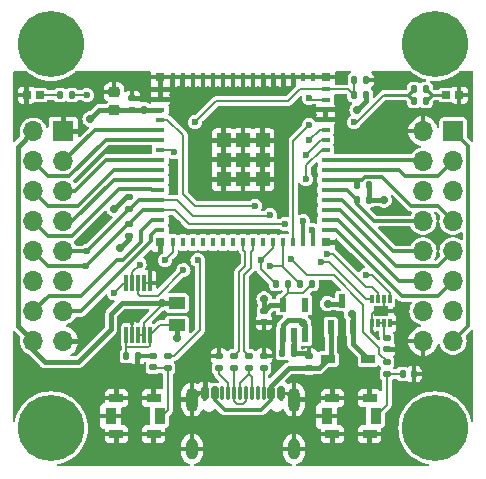
<source format=gbr>
%TF.GenerationSoftware,KiCad,Pcbnew,8.0.7*%
%TF.CreationDate,2024-12-17T10:58:39+01:00*%
%TF.ProjectId,stackflex_core,73746163-6b66-46c6-9578-5f636f72652e,2025.1.0*%
%TF.SameCoordinates,Original*%
%TF.FileFunction,Copper,L1,Top*%
%TF.FilePolarity,Positive*%
%FSLAX46Y46*%
G04 Gerber Fmt 4.6, Leading zero omitted, Abs format (unit mm)*
G04 Created by KiCad (PCBNEW 8.0.7) date 2024-12-17 10:58:39*
%MOMM*%
%LPD*%
G01*
G04 APERTURE LIST*
G04 Aperture macros list*
%AMRoundRect*
0 Rectangle with rounded corners*
0 $1 Rounding radius*
0 $2 $3 $4 $5 $6 $7 $8 $9 X,Y pos of 4 corners*
0 Add a 4 corners polygon primitive as box body*
4,1,4,$2,$3,$4,$5,$6,$7,$8,$9,$2,$3,0*
0 Add four circle primitives for the rounded corners*
1,1,$1+$1,$2,$3*
1,1,$1+$1,$4,$5*
1,1,$1+$1,$6,$7*
1,1,$1+$1,$8,$9*
0 Add four rect primitives between the rounded corners*
20,1,$1+$1,$2,$3,$4,$5,0*
20,1,$1+$1,$4,$5,$6,$7,0*
20,1,$1+$1,$6,$7,$8,$9,0*
20,1,$1+$1,$8,$9,$2,$3,0*%
G04 Aperture macros list end*
%TA.AperFunction,SMDPad,CuDef*%
%ADD10R,0.800000X0.400000*%
%TD*%
%TA.AperFunction,SMDPad,CuDef*%
%ADD11R,0.400000X0.800000*%
%TD*%
%TA.AperFunction,SMDPad,CuDef*%
%ADD12R,1.200000X1.200000*%
%TD*%
%TA.AperFunction,SMDPad,CuDef*%
%ADD13R,0.800000X0.800000*%
%TD*%
%TA.AperFunction,SMDPad,CuDef*%
%ADD14RoundRect,0.135000X-0.135000X-0.185000X0.135000X-0.185000X0.135000X0.185000X-0.135000X0.185000X0*%
%TD*%
%TA.AperFunction,SMDPad,CuDef*%
%ADD15RoundRect,0.135000X0.135000X0.185000X-0.135000X0.185000X-0.135000X-0.185000X0.135000X-0.185000X0*%
%TD*%
%TA.AperFunction,SMDPad,CuDef*%
%ADD16RoundRect,0.140000X0.170000X-0.140000X0.170000X0.140000X-0.170000X0.140000X-0.170000X-0.140000X0*%
%TD*%
%TA.AperFunction,ComponentPad*%
%ADD17R,1.700000X1.700000*%
%TD*%
%TA.AperFunction,ComponentPad*%
%ADD18O,1.700000X1.700000*%
%TD*%
%TA.AperFunction,ComponentPad*%
%ADD19C,5.600000*%
%TD*%
%TA.AperFunction,SMDPad,CuDef*%
%ADD20RoundRect,0.135000X-0.185000X0.135000X-0.185000X-0.135000X0.185000X-0.135000X0.185000X0.135000X0*%
%TD*%
%TA.AperFunction,SMDPad,CuDef*%
%ADD21R,0.600000X1.150000*%
%TD*%
%TA.AperFunction,SMDPad,CuDef*%
%ADD22R,0.950000X1.400000*%
%TD*%
%TA.AperFunction,SMDPad,CuDef*%
%ADD23R,1.150000X0.750000*%
%TD*%
%TA.AperFunction,SMDPad,CuDef*%
%ADD24RoundRect,0.140000X-0.140000X-0.170000X0.140000X-0.170000X0.140000X0.170000X-0.140000X0.170000X0*%
%TD*%
%TA.AperFunction,SMDPad,CuDef*%
%ADD25RoundRect,0.140000X-0.170000X0.140000X-0.170000X-0.140000X0.170000X-0.140000X0.170000X0.140000X0*%
%TD*%
%TA.AperFunction,SMDPad,CuDef*%
%ADD26R,0.700000X0.650000*%
%TD*%
%TA.AperFunction,SMDPad,CuDef*%
%ADD27RoundRect,0.135000X0.185000X-0.135000X0.185000X0.135000X-0.185000X0.135000X-0.185000X-0.135000X0*%
%TD*%
%TA.AperFunction,SMDPad,CuDef*%
%ADD28R,0.300000X0.750000*%
%TD*%
%TA.AperFunction,SMDPad,CuDef*%
%ADD29R,1.300000X0.900000*%
%TD*%
%TA.AperFunction,SMDPad,CuDef*%
%ADD30R,1.397000X1.016000*%
%TD*%
%TA.AperFunction,SMDPad,CuDef*%
%ADD31RoundRect,0.150000X-0.150000X-0.425000X0.150000X-0.425000X0.150000X0.425000X-0.150000X0.425000X0*%
%TD*%
%TA.AperFunction,SMDPad,CuDef*%
%ADD32RoundRect,0.075000X-0.075000X-0.500000X0.075000X-0.500000X0.075000X0.500000X-0.075000X0.500000X0*%
%TD*%
%TA.AperFunction,ComponentPad*%
%ADD33O,1.000000X2.100000*%
%TD*%
%TA.AperFunction,ComponentPad*%
%ADD34O,1.000000X1.800000*%
%TD*%
%TA.AperFunction,SMDPad,CuDef*%
%ADD35R,0.300000X1.400000*%
%TD*%
%TA.AperFunction,SMDPad,CuDef*%
%ADD36R,1.200000X0.750000*%
%TD*%
%TA.AperFunction,SMDPad,CuDef*%
%ADD37RoundRect,0.225000X0.250000X-0.225000X0.250000X0.225000X-0.250000X0.225000X-0.250000X-0.225000X0*%
%TD*%
%TA.AperFunction,ViaPad*%
%ADD38C,0.600000*%
%TD*%
%TA.AperFunction,ViaPad*%
%ADD39C,0.700000*%
%TD*%
%TA.AperFunction,Conductor*%
%ADD40C,0.200000*%
%TD*%
%TA.AperFunction,Conductor*%
%ADD41C,0.400000*%
%TD*%
%TA.AperFunction,Conductor*%
%ADD42C,0.250000*%
%TD*%
%TA.AperFunction,Conductor*%
%ADD43C,0.300000*%
%TD*%
G04 APERTURE END LIST*
D10*
%TO.P,IC1,1,GND_1*%
%TO.N,GND*%
X-7000000Y12412000D03*
%TO.P,IC1,2,GND_2*%
X-7000000Y11562000D03*
%TO.P,IC1,3,3V3*%
%TO.N,+3V3*%
X-7000000Y10712000D03*
%TO.P,IC1,4,IO0*%
%TO.N,IO0*%
X-7000000Y9862000D03*
%TO.P,IC1,5,IO1*%
%TO.N,IO1*%
X-7000000Y9012000D03*
%TO.P,IC1,6,IO2*%
%TO.N,IO2*%
X-7000000Y8162000D03*
%TO.P,IC1,7,IO3*%
%TO.N,IO3_S*%
X-7000000Y7312000D03*
%TO.P,IC1,8,IO4*%
%TO.N,IO4_MOSI0*%
X-7000000Y6462000D03*
%TO.P,IC1,9,IO5*%
%TO.N,IO5_MISO0*%
X-7000000Y5612000D03*
%TO.P,IC1,10,IO6*%
%TO.N,IO6_SCLK0*%
X-7000000Y4762000D03*
%TO.P,IC1,11,IO7*%
%TO.N,IO7_CS0*%
X-7000000Y3912000D03*
%TO.P,IC1,12,IO8*%
%TO.N,IO8_SDA0*%
X-7000000Y3062000D03*
%TO.P,IC1,13,IO9*%
%TO.N,IO9_SCL0*%
X-7000000Y2212000D03*
%TO.P,IC1,14,IO10*%
%TO.N,IO10*%
X-7000000Y1362000D03*
%TO.P,IC1,15,IO11*%
%TO.N,IO11*%
X-7000000Y512000D03*
D11*
%TO.P,IC1,16,IO12*%
%TO.N,IO12*%
X-5950000Y-538000D03*
%TO.P,IC1,17,IO13*%
%TO.N,unconnected-(IC1-IO13-Pad17)*%
X-5100000Y-538000D03*
%TO.P,IC1,18,IO14*%
%TO.N,unconnected-(IC1-IO14-Pad18)*%
X-4250000Y-538000D03*
%TO.P,IC1,19,IO15*%
%TO.N,unconnected-(IC1-IO15-Pad19)*%
X-3400000Y-538000D03*
%TO.P,IC1,20,IO16*%
%TO.N,unconnected-(IC1-IO16-Pad20)*%
X-2550000Y-538000D03*
%TO.P,IC1,21,IO17*%
%TO.N,unconnected-(IC1-IO17-Pad21)*%
X-1700000Y-538000D03*
%TO.P,IC1,22,IO18*%
%TO.N,unconnected-(IC1-IO18-Pad22)*%
X-850000Y-538000D03*
%TO.P,IC1,23,IO19*%
%TO.N,USB_D-*%
X0Y-538000D03*
%TO.P,IC1,24,IO20*%
%TO.N,USB_D+*%
X850000Y-538000D03*
%TO.P,IC1,25,IO21*%
%TO.N,unconnected-(IC1-IO21-Pad25)*%
X1700000Y-538000D03*
%TO.P,IC1,26,IO26*%
%TO.N,IO26_BALARM*%
X2550000Y-538000D03*
%TO.P,IC1,27,IO47*%
%TO.N,IO47_CALARM*%
X3400000Y-538000D03*
%TO.P,IC1,28,IO33*%
%TO.N,IO33*%
X4250000Y-538000D03*
%TO.P,IC1,29,IO34*%
%TO.N,IO34*%
X5100000Y-538000D03*
%TO.P,IC1,30,IO48*%
%TO.N,IO48*%
X5950000Y-538000D03*
D10*
%TO.P,IC1,31,IO35*%
%TO.N,IO35_MISO1*%
X7000000Y512000D03*
%TO.P,IC1,32,IO36*%
%TO.N,IO36_MOSI1*%
X7000000Y1362000D03*
%TO.P,IC1,33,IO37*%
%TO.N,IO37_CS1*%
X7000000Y2212000D03*
%TO.P,IC1,34,IO38*%
%TO.N,IO38_SCLK1*%
X7000000Y3062000D03*
%TO.P,IC1,35,IO39*%
%TO.N,IO39_SDA1*%
X7000000Y3912000D03*
%TO.P,IC1,36,IO40*%
%TO.N,IO40_SCL1*%
X7000000Y4762000D03*
%TO.P,IC1,37,IO41*%
%TO.N,IO41*%
X7000000Y5612000D03*
%TO.P,IC1,38,IO42*%
%TO.N,IO42*%
X7000000Y6462000D03*
%TO.P,IC1,39,TXD0*%
%TO.N,TXD0*%
X7000000Y7312000D03*
%TO.P,IC1,40,RXD0*%
%TO.N,RXD0*%
X7000000Y8162000D03*
%TO.P,IC1,41,IO45*%
%TO.N,I045_S*%
X7000000Y9012000D03*
%TO.P,IC1,42,GND_3*%
%TO.N,GND*%
X7000000Y9862000D03*
%TO.P,IC1,43,GND_4*%
X7000000Y10712000D03*
%TO.P,IC1,44,IO46*%
%TO.N,I046_S*%
X7000000Y11562000D03*
%TO.P,IC1,45,EN*%
%TO.N,EN*%
X7000000Y12412000D03*
D11*
%TO.P,IC1,46,GND_5*%
%TO.N,GND*%
X5950000Y13462000D03*
%TO.P,IC1,47,GND_6*%
X5100000Y13462000D03*
%TO.P,IC1,48,GND_7*%
X4250000Y13462000D03*
%TO.P,IC1,49,GND_8*%
X3400000Y13462000D03*
%TO.P,IC1,50,GND_9*%
X2550000Y13462000D03*
%TO.P,IC1,51,GND_10*%
X1700000Y13462000D03*
%TO.P,IC1,52,GND_11*%
X850000Y13462000D03*
%TO.P,IC1,53,GND_12*%
X0Y13462000D03*
%TO.P,IC1,54,GND_13*%
X-850000Y13462000D03*
%TO.P,IC1,55,GND_14*%
X-1700000Y13462000D03*
%TO.P,IC1,56,GND_15*%
X-2550000Y13462000D03*
%TO.P,IC1,57,GND_16*%
X-3400000Y13462000D03*
%TO.P,IC1,58,GND_17*%
X-4250000Y13462000D03*
%TO.P,IC1,59,GND_18*%
X-5100000Y13462000D03*
%TO.P,IC1,60,GND_19*%
X-5950000Y13462000D03*
D12*
%TO.P,IC1,61,GND_20*%
X0Y6462000D03*
D13*
%TO.P,IC1,62,GND_21*%
X-7000000Y13462000D03*
%TO.P,IC1,63,GND_22*%
X-7000000Y-538000D03*
%TO.P,IC1,64,GND_23*%
X7000000Y-538000D03*
%TO.P,IC1,65,GND_24*%
X7000000Y13462000D03*
D12*
%TO.P,IC1,66,GND_25*%
X-1650000Y8112000D03*
%TO.P,IC1,67,GND_26*%
X-1650000Y6462000D03*
%TO.P,IC1,68,GND_27*%
X-1650000Y4812000D03*
%TO.P,IC1,69,GND_28*%
X0Y4812000D03*
%TO.P,IC1,70,GND_29*%
X1650000Y4812000D03*
%TO.P,IC1,71,GND_30*%
X1650000Y6462000D03*
%TO.P,IC1,72,GND_31*%
X1650000Y8112000D03*
%TO.P,IC1,73,GND_32*%
X0Y8112000D03*
%TD*%
D14*
%TO.P,R15,1*%
%TO.N,Net-(D1-A)*%
X-15496000Y11938000D03*
%TO.P,R15,2*%
%TO.N,IO12*%
X-14476000Y11938000D03*
%TD*%
D15*
%TO.P,R17,1*%
%TO.N,+3V3*%
X5844000Y-4064000D03*
%TO.P,R17,2*%
%TO.N,IO47_CALARM*%
X4824000Y-4064000D03*
%TD*%
%TO.P,R10,1*%
%TO.N,+3V3*%
X10670000Y4318000D03*
%TO.P,R10,2*%
%TO.N,IO40_SCL1*%
X9650000Y4318000D03*
%TD*%
D16*
%TO.P,C5,1*%
%TO.N,+3V3*%
X-9398000Y10696000D03*
%TO.P,C5,2*%
%TO.N,GND*%
X-9398000Y11656000D03*
%TD*%
D17*
%TO.P,J2,1,Pin_1*%
%TO.N,GND*%
X-15220000Y8875000D03*
D18*
%TO.P,J2,2,Pin_2*%
%TO.N,3V3_GPIO*%
X-17760000Y8875000D03*
%TO.P,J2,3,Pin_3*%
%TO.N,IO1*%
X-15220000Y6335000D03*
%TO.P,J2,4,Pin_4*%
%TO.N,IO2*%
X-17760000Y6335000D03*
%TO.P,J2,5,Pin_5*%
%TO.N,IO4_MOSI0*%
X-15220000Y3795000D03*
%TO.P,J2,6,Pin_6*%
%TO.N,IO5_MISO0*%
X-17760000Y3795000D03*
%TO.P,J2,7,Pin_7*%
%TO.N,IO6_SCLK0*%
X-15220000Y1255000D03*
%TO.P,J2,8,Pin_8*%
%TO.N,IO7_CS0*%
X-17760000Y1255000D03*
%TO.P,J2,9,Pin_9*%
%TO.N,IO8_SDA0*%
X-15220000Y-1285000D03*
%TO.P,J2,10,Pin_10*%
%TO.N,IO9_SCL0*%
X-17760000Y-1285000D03*
%TO.P,J2,11,Pin_11*%
%TO.N,unconnected-(J2-Pin_11-Pad11)*%
X-15220000Y-3825000D03*
%TO.P,J2,12,Pin_12*%
%TO.N,unconnected-(J2-Pin_12-Pad12)*%
X-17760000Y-3825000D03*
%TO.P,J2,13,Pin_13*%
%TO.N,IO11*%
X-15220000Y-6365000D03*
%TO.P,J2,14,Pin_14*%
%TO.N,IO10*%
X-17760000Y-6365000D03*
%TO.P,J2,15,Pin_15*%
%TO.N,GND*%
X-15220000Y-8905000D03*
%TO.P,J2,16,Pin_16*%
%TO.N,3V3_GPIO*%
X-17760000Y-8905000D03*
%TD*%
D19*
%TO.P,H3,1*%
%TO.N,N/C*%
X-16256000Y-16256000D03*
%TD*%
D20*
%TO.P,R7,1*%
%TO.N,GND*%
X1778000Y-10158000D03*
%TO.P,R7,2*%
%TO.N,Net-(J1-CC2)*%
X1778000Y-11178000D03*
%TD*%
D16*
%TO.P,C3,1*%
%TO.N,Net-(S1-N.O.)*%
X-7620000Y-11120000D03*
%TO.P,C3,2*%
%TO.N,GND*%
X-7620000Y-10160000D03*
%TD*%
D21*
%TO.P,Q1,1,G*%
%TO.N,VBUS*%
X7422000Y-7704000D03*
%TO.P,Q1,2,S*%
%TO.N,VCC*%
X9342000Y-7704000D03*
%TO.P,Q1,3,D*%
%TO.N,+BATT*%
X8382000Y-5504000D03*
%TD*%
D22*
%TO.P,S2,1,COM*%
%TO.N,GND*%
X7069000Y-15240000D03*
%TO.P,S2,2,N.O.*%
%TO.N,Net-(S2-N.O.)*%
X11219000Y-15240000D03*
D23*
%TO.P,S2,G1,GND_1*%
%TO.N,GND*%
X7569000Y-16765000D03*
%TO.P,S2,G2,GND_2*%
X10719000Y-16765000D03*
%TO.P,S2,G3,GND_3*%
X10719000Y-13715000D03*
%TO.P,S2,G4,GND_4*%
X7569000Y-13715000D03*
%TD*%
D24*
%TO.P,C1,1*%
%TO.N,VCC*%
X3330000Y-9906000D03*
%TO.P,C1,2*%
%TO.N,GND*%
X4290000Y-9906000D03*
%TD*%
D25*
%TO.P,C2,1*%
%TO.N,+3V3*%
X1778000Y-6350000D03*
%TO.P,C2,2*%
%TO.N,GND*%
X1778000Y-7310000D03*
%TD*%
D20*
%TO.P,R12,1*%
%TO.N,+3V3*%
X-9652000Y3306000D03*
%TO.P,R12,2*%
%TO.N,IO8_SDA0*%
X-9652000Y2286000D03*
%TD*%
D26*
%TO.P,D1,1,K*%
%TO.N,GND*%
X-18330000Y11938000D03*
%TO.P,D1,2,A*%
%TO.N,Net-(D1-A)*%
X-17230000Y11938000D03*
%TD*%
D19*
%TO.P,H1,1*%
%TO.N,N/C*%
X-16256000Y16256000D03*
%TD*%
D27*
%TO.P,R11,1*%
%TO.N,+3V3*%
X-9652000Y0D03*
%TO.P,R11,2*%
%TO.N,IO9_SCL0*%
X-9652000Y1020000D03*
%TD*%
%TO.P,R9,1*%
%TO.N,VBUS*%
X5588000Y-11178000D03*
%TO.P,R9,2*%
%TO.N,GND*%
X5588000Y-10158000D03*
%TD*%
D20*
%TO.P,R3,1*%
%TO.N,EN*%
X-6350000Y-10158000D03*
%TO.P,R3,2*%
%TO.N,Net-(S1-N.O.)*%
X-6350000Y-11178000D03*
%TD*%
D24*
%TO.P,C6,1*%
%TO.N,EN*%
X9426000Y13208000D03*
%TO.P,C6,2*%
%TO.N,GND*%
X10386000Y13208000D03*
%TD*%
D28*
%TO.P,IC4,1,CTG*%
%TO.N,GND*%
X10934000Y-7350000D03*
%TO.P,IC4,2,CELL*%
%TO.N,Net-(IC4-CELL)*%
X11434000Y-7350000D03*
%TO.P,IC4,3,VDD*%
X11934000Y-7350000D03*
%TO.P,IC4,4,GND*%
%TO.N,GND*%
X12434000Y-7350000D03*
%TO.P,IC4,5,~{ALRT}*%
%TO.N,IO26_BALARM*%
X12434000Y-5350000D03*
%TO.P,IC4,6,QSTRT*%
%TO.N,GND*%
X11934000Y-5350000D03*
%TO.P,IC4,7,SCL*%
%TO.N,IO9_SCL0*%
X11434000Y-5350000D03*
%TO.P,IC4,8,SDA*%
%TO.N,IO8_SDA0*%
X10934000Y-5350000D03*
D29*
%TO.P,IC4,9,EP*%
%TO.N,GND*%
X11684000Y-6350000D03*
%TD*%
D21*
%TO.P,IC2,1,VIN*%
%TO.N,VCC*%
X3368000Y-8412000D03*
%TO.P,IC2,2,GND*%
%TO.N,GND*%
X4318000Y-8412000D03*
%TO.P,IC2,3,EN*%
%TO.N,VCC*%
X5268000Y-8412000D03*
%TO.P,IC2,4,NC*%
%TO.N,unconnected-(IC2-NC-Pad4)*%
X5268000Y-5812000D03*
%TO.P,IC2,5,VOUT*%
%TO.N,+3V3*%
X3368000Y-5812000D03*
%TD*%
D30*
%TO.P,R8,1*%
%TO.N,+3V3*%
X-5588000Y-7543800D03*
%TO.P,R8,2*%
%TO.N,3V3_GPIO*%
X-5588000Y-5664200D03*
%TD*%
D15*
%TO.P,R18,1*%
%TO.N,+3V3*%
X3812000Y-4064000D03*
%TO.P,R18,2*%
%TO.N,IO26_BALARM*%
X2792000Y-4064000D03*
%TD*%
D20*
%TO.P,R4,1*%
%TO.N,IO0*%
X12192000Y-10666000D03*
%TO.P,R4,2*%
%TO.N,Net-(S2-N.O.)*%
X12192000Y-11686000D03*
%TD*%
D24*
%TO.P,C9,1*%
%TO.N,Net-(S2-N.O.)*%
X13518000Y-11684000D03*
%TO.P,C9,2*%
%TO.N,GND*%
X14478000Y-11684000D03*
%TD*%
D15*
%TO.P,R13,1*%
%TO.N,+3V3*%
X10670000Y3048000D03*
%TO.P,R13,2*%
%TO.N,IO39_SDA1*%
X9650000Y3048000D03*
%TD*%
D31*
%TO.P,J1,A1,GND*%
%TO.N,GND*%
X-3202000Y-13279000D03*
%TO.P,J1,A4,VBUS*%
%TO.N,VBUS*%
X-2402000Y-13279000D03*
D32*
%TO.P,J1,A5,CC1*%
%TO.N,Net-(J1-CC1)*%
X-1252000Y-13279000D03*
%TO.P,J1,A6,D+*%
%TO.N,Net-(J1-D+-PadA6)*%
X-252000Y-13279000D03*
%TO.P,J1,A7,D-*%
%TO.N,Net-(J1-D--PadA7)*%
X248000Y-13279000D03*
%TO.P,J1,A8,SBU1*%
%TO.N,unconnected-(J1-SBU1-PadA8)*%
X1248000Y-13279000D03*
D31*
%TO.P,J1,A9,VBUS*%
%TO.N,VBUS*%
X2398000Y-13279000D03*
%TO.P,J1,A12,GND*%
%TO.N,GND*%
X3198000Y-13279000D03*
%TO.P,J1,B1,GND*%
X3198000Y-13279000D03*
%TO.P,J1,B4,VBUS*%
%TO.N,VBUS*%
X2398000Y-13279000D03*
D32*
%TO.P,J1,B5,CC2*%
%TO.N,Net-(J1-CC2)*%
X1748000Y-13279000D03*
%TO.P,J1,B6,D+*%
%TO.N,Net-(J1-D+-PadA6)*%
X748000Y-13279000D03*
%TO.P,J1,B7,D-*%
%TO.N,Net-(J1-D--PadA7)*%
X-752000Y-13279000D03*
%TO.P,J1,B8,SBU2*%
%TO.N,unconnected-(J1-SBU2-PadB8)*%
X-1752000Y-13279000D03*
D31*
%TO.P,J1,B9,VBUS*%
%TO.N,VBUS*%
X-2402000Y-13279000D03*
%TO.P,J1,B12,GND*%
%TO.N,GND*%
X-3202000Y-13279000D03*
D33*
%TO.P,J1,S1,SHIELD*%
X-4322000Y-13854000D03*
D34*
X-4322000Y-18034000D03*
D33*
X4318000Y-13854000D03*
D34*
X4318000Y-18034000D03*
%TD*%
D35*
%TO.P,IC3,1,A1*%
%TO.N,GND*%
X-7890000Y-3982000D03*
%TO.P,IC3,2,A0*%
X-8390000Y-3982000D03*
%TO.P,IC3,3,ALERT*%
%TO.N,IO47_CALARM*%
X-8890000Y-3982000D03*
%TO.P,IC3,4,SDA*%
%TO.N,IO8_SDA0*%
X-9390000Y-3982000D03*
%TO.P,IC3,5,SCL*%
%TO.N,IO9_SCL0*%
X-9890000Y-3982000D03*
%TO.P,IC3,6,VS*%
%TO.N,+3V3*%
X-9890000Y-8382000D03*
%TO.P,IC3,7,GND*%
%TO.N,GND*%
X-9390000Y-8382000D03*
%TO.P,IC3,8,VBUS*%
%TO.N,3V3_GPIO*%
X-8890000Y-8382000D03*
%TO.P,IC3,9,IN-*%
X-8390000Y-8382000D03*
%TO.P,IC3,10,IN+*%
%TO.N,+3V3*%
X-7890000Y-8382000D03*
%TD*%
D19*
%TO.P,H2,1*%
%TO.N,N/C*%
X16256000Y16256000D03*
%TD*%
D22*
%TO.P,S1,1,COM*%
%TO.N,GND*%
X-11219000Y-15240000D03*
%TO.P,S1,2,N.O.*%
%TO.N,Net-(S1-N.O.)*%
X-7069000Y-15240000D03*
D23*
%TO.P,S1,G1,GND_1*%
%TO.N,GND*%
X-10719000Y-16765000D03*
%TO.P,S1,G2,GND_2*%
X-7569000Y-16765000D03*
%TO.P,S1,G3,GND_3*%
X-7569000Y-13715000D03*
%TO.P,S1,G4,GND_4*%
X-10719000Y-13715000D03*
%TD*%
D15*
%TO.P,R16,1*%
%TO.N,Net-(D2-A)*%
X15496000Y11430000D03*
%TO.P,R16,2*%
%TO.N,IO33*%
X14476000Y11430000D03*
%TD*%
D27*
%TO.P,R2,1*%
%TO.N,Net-(J1-D+-PadA6)*%
X508000Y-11178000D03*
%TO.P,R2,2*%
%TO.N,USB_D+*%
X508000Y-10158000D03*
%TD*%
D36*
%TO.P,D3,1,K*%
%TO.N,VCC*%
X10590000Y-10414000D03*
%TO.P,D3,2,A*%
%TO.N,VBUS*%
X7190000Y-10414000D03*
%TD*%
D26*
%TO.P,D2,1,K*%
%TO.N,GND*%
X18288000Y11938000D03*
%TO.P,D2,2,A*%
%TO.N,Net-(D2-A)*%
X17188000Y11938000D03*
%TD*%
D20*
%TO.P,R6,1*%
%TO.N,GND*%
X-2032000Y-10158000D03*
%TO.P,R6,2*%
%TO.N,Net-(J1-CC1)*%
X-2032000Y-11178000D03*
%TD*%
D17*
%TO.P,J3,1,Pin_1*%
%TO.N,3V3_GPIO*%
X17780000Y8890000D03*
D18*
%TO.P,J3,2,Pin_2*%
%TO.N,GND*%
X15240000Y8890000D03*
%TO.P,J3,3,Pin_3*%
%TO.N,IO41*%
X17780000Y6350000D03*
%TO.P,J3,4,Pin_4*%
%TO.N,IO42*%
X15240000Y6350000D03*
%TO.P,J3,5,Pin_5*%
%TO.N,unconnected-(J3-Pin_5-Pad5)*%
X17780000Y3810000D03*
%TO.P,J3,6,Pin_6*%
%TO.N,unconnected-(J3-Pin_6-Pad6)*%
X15240000Y3810000D03*
%TO.P,J3,7,Pin_7*%
%TO.N,IO40_SCL1*%
X17780000Y1270000D03*
%TO.P,J3,8,Pin_8*%
%TO.N,IO39_SDA1*%
X15240000Y1270000D03*
%TO.P,J3,9,Pin_9*%
%TO.N,IO37_CS1*%
X17780000Y-1270000D03*
%TO.P,J3,10,Pin_10*%
%TO.N,IO38_SCLK1*%
X15240000Y-1270000D03*
%TO.P,J3,11,Pin_11*%
%TO.N,IO35_MISO1*%
X17780000Y-3810000D03*
%TO.P,J3,12,Pin_12*%
%TO.N,IO36_MOSI1*%
X15240000Y-3810000D03*
%TO.P,J3,13,Pin_13*%
%TO.N,IO34*%
X17780000Y-6350000D03*
%TO.P,J3,14,Pin_14*%
%TO.N,IO48*%
X15240000Y-6350000D03*
%TO.P,J3,15,Pin_15*%
%TO.N,3V3_GPIO*%
X17780000Y-8890000D03*
%TO.P,J3,16,Pin_16*%
%TO.N,GND*%
X15240000Y-8890000D03*
%TD*%
D15*
%TO.P,R14,1*%
%TO.N,Net-(D2-A)*%
X15494000Y12446000D03*
%TO.P,R14,2*%
%TO.N,IO33*%
X14474000Y12446000D03*
%TD*%
D19*
%TO.P,H4,1*%
%TO.N,N/C*%
X16256000Y-16256000D03*
%TD*%
D37*
%TO.P,C4,1*%
%TO.N,+3V3*%
X-10922000Y10642000D03*
%TO.P,C4,2*%
%TO.N,GND*%
X-10922000Y12192000D03*
%TD*%
D27*
%TO.P,R1,1*%
%TO.N,Net-(J1-D--PadA7)*%
X-762000Y-11180000D03*
%TO.P,R1,2*%
%TO.N,USB_D-*%
X-762000Y-10160000D03*
%TD*%
D15*
%TO.P,R5,1*%
%TO.N,+3V3*%
X10416000Y11938000D03*
%TO.P,R5,2*%
%TO.N,EN*%
X9396000Y11938000D03*
%TD*%
D25*
%TO.P,C8,1*%
%TO.N,Net-(IC4-CELL)*%
X12192000Y-8636000D03*
%TO.P,C8,2*%
%TO.N,GND*%
X12192000Y-9596000D03*
%TD*%
D24*
%TO.P,C7,1*%
%TO.N,+3V3*%
X-9878000Y-10160000D03*
%TO.P,C7,2*%
%TO.N,GND*%
X-8918000Y-10160000D03*
%TD*%
D38*
%TO.N,RXD0*%
X5314464Y6877536D03*
%TO.N,TXD0*%
X5334000Y4826000D03*
D39*
%TO.N,GND*%
X-9906000Y7366000D03*
X1524000Y-8636000D03*
X9144000Y-17272000D03*
D38*
X3048000Y4826000D03*
D39*
X1270000Y-4064000D03*
X-9144000Y-17272000D03*
X-5588000Y1016000D03*
D38*
X-9398000Y-6858000D03*
X0Y9652000D03*
D39*
X12954000Y2286000D03*
X13208000Y0D03*
X-18034000Y-12192000D03*
X9652000Y-2540000D03*
X12192000Y13208000D03*
X2540000Y12192000D03*
X-12700000Y508000D03*
X-5334000Y12192000D03*
X-5334000Y-2032000D03*
D38*
X3048000Y8128000D03*
X0Y6604000D03*
D39*
X-10160000Y13462000D03*
X-5842000Y4826000D03*
D38*
X-3048000Y4826000D03*
X5334000Y2794000D03*
X0Y3302000D03*
D39*
X-4064000Y-10414000D03*
X7112000Y-4318000D03*
D38*
X-3048000Y8128000D03*
%TO.N,EN*%
X-3850000Y-2032000D03*
X-4064000Y9652000D03*
%TO.N,IO0*%
X4049999Y-1921238D03*
X1016000Y2540000D03*
D39*
%TO.N,VCC*%
X9182000Y-6604000D03*
X5080000Y-7366000D03*
%TO.N,3V3_GPIO*%
X-6858000Y-5664200D03*
%TO.N,+BATT*%
X7158417Y-5727252D03*
D38*
%TO.N,IO33*%
X5588000Y9398000D03*
X9398000Y9652000D03*
%TO.N,IO9_SCL0*%
X-10922000Y-4826000D03*
X3556000Y1016000D03*
X7112000Y-1524000D03*
X-13267346Y-2535000D03*
%TO.N,IO12*%
X-13208000Y11938000D03*
X-6604000Y-2032000D03*
%TO.N,IO8_SDA0*%
X6588581Y-2193729D03*
X-13223000Y-1285000D03*
X2286000Y1778000D03*
X-8768116Y-2407884D03*
%TO.N,IO34*%
X5080000Y1270000D03*
%TO.N,IO48*%
X5842000Y508000D03*
%TO.N,IO26_BALARM*%
X1506000Y-2032000D03*
X10409747Y-3301091D03*
%TO.N,IO47_CALARM*%
X-5049394Y-2885817D03*
X2286000Y-2540000D03*
D39*
%TO.N,+3V3*%
X11938000Y3048000D03*
X-10414000Y-1016000D03*
X1778000Y-5334000D03*
X-5588000Y-8636000D03*
X9652000Y10668000D03*
X-8382000Y10712000D03*
X-10922000Y2286000D03*
X-12954000Y9906000D03*
D38*
%TO.N,I046_S*%
X5588000Y11684000D03*
%TO.N,I045_S*%
X5588000Y8128000D03*
%TO.N,IO3_S*%
X-5842000Y7112000D03*
%TD*%
D40*
%TO.N,RXD0*%
X7000000Y8162000D02*
X6598928Y8162000D01*
X6598928Y8162000D02*
X5314464Y6877536D01*
%TO.N,TXD0*%
X5334000Y5977833D02*
X5334000Y4826000D01*
X7000000Y7312000D02*
X6668167Y7312000D01*
X6668167Y7312000D02*
X5334000Y5977833D01*
%TO.N,GND*%
X11934000Y-5350000D02*
X11934000Y-6100000D01*
X-7890000Y-3982000D02*
X-8390000Y-3982000D01*
D41*
X5336000Y-9906000D02*
X5588000Y-10158000D01*
D40*
X10934000Y-6625000D02*
X11209000Y-6350000D01*
X11209000Y-6350000D02*
X11684000Y-6350000D01*
X11934000Y-6100000D02*
X11684000Y-6350000D01*
D42*
X-3202000Y-13279000D02*
X-3747000Y-13279000D01*
X3198000Y-13279000D02*
X3743000Y-13279000D01*
D41*
X4290000Y-8440000D02*
X4318000Y-8412000D01*
D40*
X-9390000Y-8382000D02*
X-9390000Y-6866000D01*
D42*
X-3747000Y-13279000D02*
X-4322000Y-13854000D01*
X3743000Y-13279000D02*
X4318000Y-13854000D01*
D41*
X4290000Y-9906000D02*
X5336000Y-9906000D01*
D40*
X10934000Y-7350000D02*
X10934000Y-6625000D01*
X-9390000Y-6866000D02*
X-9398000Y-6858000D01*
D41*
X4290000Y-9906000D02*
X4290000Y-8440000D01*
D40*
%TO.N,USB_D+*%
X508000Y-10158000D02*
X99001Y-9749001D01*
X99001Y-3267199D02*
X650000Y-2716200D01*
X850000Y-1138001D02*
X850000Y-538000D01*
X650000Y-2716200D02*
X650000Y-1338001D01*
X650000Y-1338001D02*
X850000Y-1138001D01*
X99001Y-9749001D02*
X99001Y-3267199D01*
%TO.N,USB_D-*%
X-351001Y-9749001D02*
X-351001Y-3080801D01*
X200000Y-1338001D02*
X0Y-1138001D01*
X0Y-1138001D02*
X0Y-538000D01*
X200000Y-2529800D02*
X200000Y-1338001D01*
X-762000Y-10160000D02*
X-351001Y-9749001D01*
X-351001Y-3080801D02*
X200000Y-2529800D01*
D41*
%TO.N,VBUS*%
X3871316Y-11178000D02*
X2398000Y-12651316D01*
X2398000Y-12651316D02*
X2398000Y-13279000D01*
X7190000Y-10414000D02*
X6426000Y-11178000D01*
D43*
X-2402000Y-13279000D02*
X-2402000Y-13889406D01*
D41*
X7422000Y-10182000D02*
X7190000Y-10414000D01*
D43*
X-2402000Y-13889406D02*
X-1559406Y-14732000D01*
X2398000Y-13877830D02*
X2398000Y-13279000D01*
X-1559406Y-14732000D02*
X1543830Y-14732000D01*
X1543830Y-14732000D02*
X2398000Y-13877830D01*
D41*
X6426000Y-11178000D02*
X5588000Y-11178000D01*
X5588000Y-11178000D02*
X3871316Y-11178000D01*
X7422000Y-7704000D02*
X7422000Y-10182000D01*
D40*
%TO.N,Net-(J1-D+-PadA6)*%
X508000Y-11178000D02*
X508000Y-11684000D01*
X748000Y-13279000D02*
X748000Y-11924000D01*
X748000Y-11924000D02*
X508000Y-11684000D01*
X-252000Y-12446000D02*
X-252000Y-13279000D01*
X254000Y-11940000D02*
X-252000Y-12446000D01*
X254000Y-11938000D02*
X254000Y-11940000D01*
X508000Y-11684000D02*
X254000Y-11938000D01*
%TO.N,Net-(J1-D--PadA7)*%
X-508000Y-14224000D02*
X-752000Y-13980000D01*
X-752000Y-11190000D02*
X-762000Y-11180000D01*
X-752000Y-13279000D02*
X-752000Y-11190000D01*
X-18880Y-14224000D02*
X-508000Y-14224000D01*
X-752000Y-13980000D02*
X-752000Y-13279000D01*
X248000Y-13957120D02*
X-18880Y-14224000D01*
X248000Y-13279000D02*
X248000Y-13957120D01*
%TO.N,Net-(S1-N.O.)*%
X-6350000Y-14732000D02*
X-6858000Y-15240000D01*
X-6350000Y-11178000D02*
X-7562000Y-11178000D01*
X-7562000Y-11178000D02*
X-7620000Y-11120000D01*
X-6350000Y-14732000D02*
X-6350000Y-11178000D01*
X-7069000Y-15240000D02*
X-6858000Y-15240000D01*
%TO.N,EN*%
X3810000Y11430000D02*
X4792000Y12412000D01*
X-2286000Y11430000D02*
X3810000Y11430000D01*
X8922000Y12412000D02*
X9396000Y11938000D01*
X4792000Y12412000D02*
X7000000Y12412000D01*
X-5840000Y-10158000D02*
X-6350000Y-10158000D01*
X9426000Y13208000D02*
X9426000Y11968000D01*
X7000000Y12412000D02*
X8922000Y12412000D01*
X9426000Y11968000D02*
X9396000Y11938000D01*
X-3850000Y-2032000D02*
X-3650000Y-2232000D01*
X-4064000Y9652000D02*
X-2286000Y11430000D01*
X-3650000Y-7968000D02*
X-5840000Y-10158000D01*
X-3650000Y-2232000D02*
X-3650000Y-7968000D01*
%TO.N,Net-(S2-N.O.)*%
X12194000Y-11684000D02*
X12192000Y-11686000D01*
X13518000Y-11684000D02*
X12194000Y-11684000D01*
X11219000Y-15240000D02*
X12192000Y-14267000D01*
X12192000Y-14267000D02*
X12192000Y-11686000D01*
%TO.N,IO0*%
X7661000Y-3302000D02*
X10160000Y-5801000D01*
X11532000Y-9942846D02*
X12192000Y-10602846D01*
X-5080000Y3556000D02*
X-5080000Y8542000D01*
X12192000Y-10602846D02*
X12192000Y-10666000D01*
X4049999Y-1921238D02*
X5430761Y-3302000D01*
X-4064000Y2540000D02*
X-5080000Y3556000D01*
X10160000Y-5801000D02*
X10160000Y-8128000D01*
X5430761Y-3302000D02*
X7661000Y-3302000D01*
X11532000Y-9500000D02*
X11532000Y-9942846D01*
X-6400000Y9862000D02*
X-7000000Y9862000D01*
X1016000Y2540000D02*
X-4064000Y2540000D01*
X-5080000Y8542000D02*
X-6400000Y9862000D01*
X10160000Y-8128000D02*
X11532000Y-9500000D01*
%TO.N,Net-(J1-CC1)*%
X-1252000Y-12464000D02*
X-2032000Y-11684000D01*
X-2032000Y-11684000D02*
X-2032000Y-11178000D01*
X-1252000Y-13279000D02*
X-1252000Y-12464000D01*
%TO.N,Net-(J1-CC2)*%
X1748000Y-11208000D02*
X1778000Y-11178000D01*
X1748000Y-13279000D02*
X1748000Y-11208000D01*
D41*
%TO.N,VCC*%
X9342000Y-9166000D02*
X10590000Y-10414000D01*
X4826000Y-7112000D02*
X5080000Y-7366000D01*
X3368000Y-7554000D02*
X3810000Y-7112000D01*
X9342000Y-7704000D02*
X9342000Y-6764000D01*
X3810000Y-7112000D02*
X4826000Y-7112000D01*
X9342000Y-6764000D02*
X9182000Y-6604000D01*
X3368000Y-8412000D02*
X3368000Y-7554000D01*
X3330000Y-9906000D02*
X3330000Y-8450000D01*
X3330000Y-8450000D02*
X3368000Y-8412000D01*
X9342000Y-7704000D02*
X9342000Y-9166000D01*
X5268000Y-7554000D02*
X5268000Y-8412000D01*
X5080000Y-7366000D02*
X5268000Y-7554000D01*
%TO.N,3V3_GPIO*%
X-17780000Y-9652000D02*
X-16764000Y-10668000D01*
D43*
X17780000Y-8890000D02*
X19030000Y-7640000D01*
D41*
X-19060000Y-7605000D02*
X-19060000Y7575000D01*
X-6858000Y-5664200D02*
X-5588000Y-5664200D01*
D43*
X19030000Y7640000D02*
X17780000Y8890000D01*
D40*
X-8390000Y-7332000D02*
X-6722200Y-5664200D01*
D41*
X-11176000Y-6604000D02*
X-10236200Y-5664200D01*
X-19060000Y7575000D02*
X-17760000Y8875000D01*
D40*
X-6722200Y-5664200D02*
X-5588000Y-5664200D01*
D41*
X-10236200Y-5664200D02*
X-6858000Y-5664200D01*
D40*
X-8390000Y-8382000D02*
X-8390000Y-7332000D01*
D41*
X-13970000Y-10668000D02*
X-11176000Y-7874000D01*
D43*
X19030000Y-7640000D02*
X19030000Y7640000D01*
D41*
X-11176000Y-7874000D02*
X-11176000Y-6604000D01*
X-17780000Y-8925000D02*
X-17780000Y-9652000D01*
D40*
X-8890000Y-8382000D02*
X-8390000Y-8382000D01*
D41*
X-17760000Y-8905000D02*
X-19060000Y-7605000D01*
X-17760000Y-8905000D02*
X-17780000Y-8925000D01*
X-16764000Y-10668000D02*
X-13970000Y-10668000D01*
%TO.N,+BATT*%
X8158748Y-5727252D02*
X8382000Y-5504000D01*
X7158417Y-5727252D02*
X8158748Y-5727252D01*
D40*
%TO.N,Net-(D1-A)*%
X-15496000Y11938000D02*
X-17230000Y11938000D01*
D42*
%TO.N,Net-(D2-A)*%
X16002000Y11938000D02*
X15494000Y12446000D01*
X15496000Y11432000D02*
X16002000Y11938000D01*
X17188000Y11938000D02*
X16002000Y11938000D01*
X15496000Y11430000D02*
X15496000Y11432000D01*
D43*
%TO.N,IO6_SCLK0*%
X-10970182Y4762000D02*
X-14477182Y1255000D01*
X-7000000Y4762000D02*
X-10970182Y4762000D01*
X-14477182Y1255000D02*
X-15220000Y1255000D01*
%TO.N,IO10*%
X-10160000Y-2032000D02*
X-10668000Y-2032000D01*
X-8636000Y-508000D02*
X-10160000Y-2032000D01*
X-8636000Y426000D02*
X-8636000Y-508000D01*
X-7000000Y1362000D02*
X-7700000Y1362000D01*
X-7700000Y1362000D02*
X-8636000Y426000D01*
X-13711000Y-5075000D02*
X-16470000Y-5075000D01*
X-16470000Y-5075000D02*
X-17760000Y-6365000D01*
X-10668000Y-2032000D02*
X-13711000Y-5075000D01*
D42*
%TO.N,IO33*%
X14476000Y11432000D02*
X13970000Y11938000D01*
X14474000Y12442000D02*
X14474000Y12446000D01*
D40*
X9398000Y9652000D02*
X9652000Y9652000D01*
X5588000Y9398000D02*
X4250000Y8060000D01*
X4250000Y8060000D02*
X4250000Y-538000D01*
X9652000Y9652000D02*
X11938000Y11938000D01*
D42*
X13970000Y11938000D02*
X14474000Y12442000D01*
X14476000Y11430000D02*
X14476000Y11432000D01*
X13970000Y11938000D02*
X11938000Y11938000D01*
D40*
%TO.N,IO9_SCL0*%
X10414000Y-4318000D02*
X10922000Y-4318000D01*
D43*
X-17760000Y-1285000D02*
X-16510000Y-2535000D01*
X-8460000Y2212000D02*
X-9652000Y1020000D01*
X-16510000Y-2535000D02*
X-13267346Y-2535000D01*
D40*
X7620000Y-1524000D02*
X10414000Y-4318000D01*
X7112000Y-1524000D02*
X7620000Y-1524000D01*
X-4572000Y1016000D02*
X-5768000Y2212000D01*
X-9890000Y-3982000D02*
X-10078000Y-3982000D01*
D43*
X-13267346Y-2535000D02*
X-9712346Y1020000D01*
X-7000000Y2212000D02*
X-8460000Y2212000D01*
D40*
X-5768000Y2212000D02*
X-7000000Y2212000D01*
X11434000Y-4830000D02*
X11434000Y-5350000D01*
X-10078000Y-3982000D02*
X-10922000Y-4826000D01*
X3556000Y1016000D02*
X-4572000Y1016000D01*
X10922000Y-4318000D02*
X11434000Y-4830000D01*
D43*
X-9712346Y1020000D02*
X-9652000Y1020000D01*
%TO.N,IO5_MISO0*%
X-13965000Y2545000D02*
X-10898000Y5612000D01*
X-10898000Y5612000D02*
X-7000000Y5612000D01*
X-16510000Y2545000D02*
X-13965000Y2545000D01*
X-17760000Y3795000D02*
X-16510000Y2545000D01*
%TO.N,IO38_SCLK1*%
X12700000Y-1270000D02*
X15240000Y-1270000D01*
X7000000Y3062000D02*
X8368000Y3062000D01*
X8368000Y3062000D02*
X12700000Y-1270000D01*
%TO.N,IO41*%
X13184000Y5612000D02*
X13696000Y5100000D01*
X16530000Y5100000D02*
X17780000Y6350000D01*
X7000000Y5612000D02*
X13184000Y5612000D01*
X13696000Y5100000D02*
X16530000Y5100000D01*
D40*
%TO.N,IO12*%
X-5950000Y-538000D02*
X-5950000Y-1378000D01*
X-5950000Y-1378000D02*
X-6604000Y-2032000D01*
X-13208000Y11938000D02*
X-14476000Y11938000D01*
D43*
%TO.N,IO2*%
X-14702233Y5085000D02*
X-11625233Y8162000D01*
X-16510000Y5085000D02*
X-14702233Y5085000D01*
X-11625233Y8162000D02*
X-7000000Y8162000D01*
X-17760000Y6335000D02*
X-16510000Y5085000D01*
%TO.N,IO11*%
X-13715183Y-6365000D02*
X-7800000Y-449817D01*
X-7800000Y74000D02*
X-7362000Y512000D01*
X-7362000Y512000D02*
X-7000000Y512000D01*
X-7800000Y-449817D02*
X-7800000Y74000D01*
X-15220000Y-6365000D02*
X-13715183Y-6365000D01*
%TO.N,IO7_CS0*%
X-14473000Y5000D02*
X-16510000Y5000D01*
X-7764000Y3976000D02*
X-10502000Y3976000D01*
X-7700000Y3912000D02*
X-7764000Y3976000D01*
X-16510000Y5000D02*
X-17760000Y1255000D01*
X-10502000Y3976000D02*
X-14473000Y5000D01*
X-7000000Y3912000D02*
X-7700000Y3912000D01*
%TO.N,IO1*%
X-12543000Y9012000D02*
X-15220000Y6335000D01*
X-7000000Y9012000D02*
X-12543000Y9012000D01*
%TO.N,IO37_CS1*%
X16530000Y-2520000D02*
X17780000Y-1270000D01*
X7000000Y2212000D02*
X8202000Y2212000D01*
X12934000Y-2520000D02*
X16530000Y-2520000D01*
X8202000Y2212000D02*
X12934000Y-2520000D01*
%TO.N,IO8_SDA0*%
X-13223000Y-1285000D02*
X-9652000Y2286000D01*
X-8815654Y3062000D02*
X-9591654Y2286000D01*
D40*
X2228000Y1720000D02*
X-4260000Y1720000D01*
D43*
X-9591654Y2286000D02*
X-9652000Y2286000D01*
D40*
X10428000Y-5350000D02*
X10934000Y-5350000D01*
X-9390000Y-3982000D02*
X-9390000Y-3029768D01*
X-4260000Y1720000D02*
X-5602000Y3062000D01*
X7271729Y-2193729D02*
X10428000Y-5350000D01*
X6588581Y-2193729D02*
X7271729Y-2193729D01*
X-5602000Y3062000D02*
X-7000000Y3062000D01*
X2286000Y1778000D02*
X2228000Y1720000D01*
D43*
X-7000000Y3062000D02*
X-8815654Y3062000D01*
D40*
X-9390000Y-3029768D02*
X-8768116Y-2407884D01*
D43*
X-15220000Y-1285000D02*
X-13223000Y-1285000D01*
%TO.N,IO34*%
X5080000Y-518000D02*
X5100000Y-538000D01*
X5080000Y1270000D02*
X5080000Y-518000D01*
%TO.N,IO48*%
X5950000Y400000D02*
X5950000Y-538000D01*
X5842000Y508000D02*
X5950000Y400000D01*
%TO.N,IO42*%
X7000000Y6462000D02*
X15128000Y6462000D01*
X15128000Y6462000D02*
X15240000Y6350000D01*
%TO.N,IO4_MOSI0*%
X-14239000Y3795000D02*
X-15220000Y3795000D01*
X-7000000Y6462000D02*
X-11572000Y6462000D01*
X-11572000Y6462000D02*
X-14239000Y3795000D01*
D40*
%TO.N,Net-(IC4-CELL)*%
X11934000Y-7350000D02*
X11434000Y-7350000D01*
X11934000Y-8378000D02*
X12192000Y-8636000D01*
X11934000Y-7350000D02*
X11934000Y-8378000D01*
%TO.N,IO26_BALARM*%
X1506000Y-2032000D02*
X2550000Y-988000D01*
X1506000Y-2778000D02*
X2792000Y-4064000D01*
X1506000Y-2032000D02*
X1506000Y-2778000D01*
X2550000Y-988000D02*
X2550000Y-538000D01*
X12434000Y-4814000D02*
X12434000Y-5350000D01*
X10921091Y-3301091D02*
X12434000Y-4814000D01*
X10409747Y-3301091D02*
X10921091Y-3301091D01*
%TO.N,IO47_CALARM*%
X4064000Y-3302000D02*
X4064000Y-3304000D01*
X3400000Y-2638000D02*
X3400000Y-538000D01*
X4064000Y-3304000D02*
X4824000Y-4064000D01*
X3510000Y-2748000D02*
X3400000Y-2638000D01*
X3510000Y-2748000D02*
X4064000Y-3302000D01*
X3302000Y-2540000D02*
X3400000Y-2638000D01*
X-5049394Y-2885817D02*
X-5069567Y-2885817D01*
X2286000Y-2540000D02*
X3302000Y-2540000D01*
X-8740000Y-5032000D02*
X-8890000Y-4882000D01*
X-8890000Y-4882000D02*
X-8890000Y-3982000D01*
X-5069567Y-2885817D02*
X-7215750Y-5032000D01*
X-7215750Y-5032000D02*
X-8740000Y-5032000D01*
D41*
%TO.N,+3V3*%
X10670000Y4318000D02*
X10670000Y3048000D01*
X3368000Y-5812000D02*
X2316000Y-5812000D01*
X-9652000Y3306000D02*
X-9902000Y3306000D01*
D40*
X-9890000Y-10148000D02*
X-9878000Y-10160000D01*
X-9856000Y-9432000D02*
X-8040000Y-9432000D01*
X-5588000Y-7543800D02*
X-7051800Y-7543800D01*
X-9890000Y-8382000D02*
X-9890000Y-9398000D01*
X3368000Y-5812000D02*
X3368000Y-5268000D01*
D41*
X2316000Y-5812000D02*
X1778000Y-6350000D01*
X-8382000Y10712000D02*
X-9382000Y10712000D01*
X-9398000Y10696000D02*
X-10668000Y10696000D01*
X-5588000Y-8636000D02*
X-5588000Y-7543800D01*
D40*
X3810000Y-4826000D02*
X5082000Y-4826000D01*
D41*
X11938000Y3048000D02*
X10670000Y3048000D01*
D40*
X-9890000Y-9398000D02*
X-9856000Y-9432000D01*
X3810000Y-4826000D02*
X3810000Y-4066000D01*
X3368000Y-5268000D02*
X3810000Y-4826000D01*
X5082000Y-4826000D02*
X5844000Y-4064000D01*
D41*
X-9652000Y-254000D02*
X-10414000Y-1016000D01*
D42*
X-10922000Y10642000D02*
X-10922000Y10696000D01*
D41*
X-10668000Y10696000D02*
X-10922000Y10696000D01*
X10416000Y11432000D02*
X10416000Y11938000D01*
D40*
X3810000Y-4066000D02*
X3812000Y-4064000D01*
D41*
X-9902000Y3306000D02*
X-10922000Y2286000D01*
X-7000000Y10712000D02*
X-8382000Y10712000D01*
X-9652000Y0D02*
X-9652000Y-254000D01*
D40*
X-8040000Y-9432000D02*
X-7890000Y-9282000D01*
D41*
X-12164000Y10696000D02*
X-12954000Y9906000D01*
X9652000Y10668000D02*
X10416000Y11432000D01*
D40*
X-7051800Y-7543800D02*
X-7890000Y-8382000D01*
X-7890000Y-9282000D02*
X-7890000Y-8382000D01*
D41*
X1778000Y-5334000D02*
X1778000Y-6350000D01*
X-10922000Y10696000D02*
X-12164000Y10696000D01*
X-9382000Y10712000D02*
X-9398000Y10696000D01*
D40*
X-9890000Y-9398000D02*
X-9890000Y-10148000D01*
D43*
%TO.N,IO36_MOSI1*%
X8036000Y1362000D02*
X13208000Y-3810000D01*
X13208000Y-3810000D02*
X15240000Y-3810000D01*
X7000000Y1362000D02*
X8036000Y1362000D01*
%TO.N,IO39_SDA1*%
X8786000Y3912000D02*
X9650000Y3048000D01*
X9650000Y2728001D02*
X11108001Y1270000D01*
X11108001Y1270000D02*
X15240000Y1270000D01*
X9650000Y3048000D02*
X9650000Y2728001D01*
X7000000Y3912000D02*
X8786000Y3912000D01*
%TO.N,IO40_SCL1*%
X10033654Y4762000D02*
X10309654Y5038000D01*
X7000000Y4762000D02*
X9652000Y4762000D01*
X14224000Y2540000D02*
X16510000Y2540000D01*
X11726000Y5038000D02*
X14224000Y2540000D01*
X9650000Y4760000D02*
X9652000Y4762000D01*
X9652000Y4762000D02*
X10033654Y4762000D01*
X9650000Y4318000D02*
X9650000Y4760000D01*
X10309654Y5038000D02*
X11726000Y5038000D01*
X16510000Y2540000D02*
X17780000Y1270000D01*
%TO.N,IO35_MISO1*%
X16490000Y-5100000D02*
X17780000Y-3810000D01*
X7366000Y508000D02*
X7874000Y508000D01*
X7000000Y512000D02*
X7362000Y512000D01*
X13482000Y-5100000D02*
X16490000Y-5100000D01*
X7362000Y512000D02*
X7366000Y508000D01*
X7874000Y508000D02*
X13482000Y-5100000D01*
D40*
%TO.N,I046_S*%
X7000000Y11562000D02*
X5710000Y11562000D01*
X5710000Y11562000D02*
X5588000Y11684000D01*
%TO.N,I045_S*%
X6472000Y9012000D02*
X5588000Y8128000D01*
X7000000Y9012000D02*
X6472000Y9012000D01*
%TO.N,IO3_S*%
X-6042000Y7312000D02*
X-5842000Y7112000D01*
X-7000000Y7312000D02*
X-6042000Y7312000D01*
%TD*%
%TA.AperFunction,Conductor*%
%TO.N,GND*%
G36*
X-6840809Y-556907D02*
G01*
X-6804845Y-606407D01*
X-6800000Y-637000D01*
X-6800000Y-1353623D01*
X-6788454Y-1376284D01*
X-6798025Y-1436716D01*
X-6841290Y-1479981D01*
X-6848349Y-1483235D01*
X-6906840Y-1507463D01*
X-7032277Y-1603713D01*
X-7032287Y-1603723D01*
X-7128538Y-1729160D01*
X-7128538Y-1729161D01*
X-7189043Y-1875233D01*
X-7189045Y-1875241D01*
X-7209682Y-2031999D01*
X-7209682Y-2032000D01*
X-7189045Y-2188758D01*
X-7189043Y-2188766D01*
X-7128538Y-2334838D01*
X-7128538Y-2334839D01*
X-7062808Y-2420500D01*
X-7032282Y-2460282D01*
X-7032278Y-2460285D01*
X-7032277Y-2460286D01*
X-7016871Y-2472107D01*
X-6906841Y-2556536D01*
X-6906840Y-2556536D01*
X-6906839Y-2556537D01*
X-6791036Y-2604504D01*
X-6760762Y-2617044D01*
X-6643191Y-2632522D01*
X-6604001Y-2637682D01*
X-6604000Y-2637682D01*
X-6603999Y-2637682D01*
X-6566234Y-2632710D01*
X-6447238Y-2617044D01*
X-6301159Y-2556536D01*
X-6175718Y-2460282D01*
X-6079464Y-2334841D01*
X-6018956Y-2188762D01*
X-5998318Y-2032000D01*
X-5998318Y-2031999D01*
X-5997471Y-2025567D01*
X-5995745Y-2025794D01*
X-5979411Y-1975525D01*
X-5969328Y-1963719D01*
X-5704090Y-1698481D01*
X-5704087Y-1698480D01*
X-5629520Y-1623913D01*
X-5576793Y-1532587D01*
X-5573618Y-1520738D01*
X-5549499Y-1430727D01*
X-5549499Y-1325273D01*
X-5549499Y-1319211D01*
X-5549500Y-1319193D01*
X-5549500Y-1308257D01*
X-5530593Y-1250066D01*
X-5481093Y-1214102D01*
X-5419907Y-1214102D01*
X-5410524Y-1217688D01*
X-5369991Y-1235585D01*
X-5344865Y-1238500D01*
X-4855136Y-1238499D01*
X-4830009Y-1235585D01*
X-4727235Y-1190206D01*
X-4727234Y-1190204D01*
X-4718843Y-1186500D01*
X-4717795Y-1188875D01*
X-4672261Y-1175462D01*
X-4632052Y-1188526D01*
X-4631157Y-1186500D01*
X-4622767Y-1190204D01*
X-4622765Y-1190206D01*
X-4519991Y-1235585D01*
X-4494865Y-1238500D01*
X-4005136Y-1238499D01*
X-3980009Y-1235585D01*
X-3877235Y-1190206D01*
X-3877234Y-1190204D01*
X-3868843Y-1186500D01*
X-3867795Y-1188875D01*
X-3822261Y-1175462D01*
X-3782052Y-1188526D01*
X-3781157Y-1186500D01*
X-3772767Y-1190204D01*
X-3772765Y-1190206D01*
X-3669991Y-1235585D01*
X-3644865Y-1238500D01*
X-3155136Y-1238499D01*
X-3130009Y-1235585D01*
X-3027235Y-1190206D01*
X-3027234Y-1190204D01*
X-3018843Y-1186500D01*
X-3017795Y-1188875D01*
X-2972261Y-1175462D01*
X-2932052Y-1188526D01*
X-2931157Y-1186500D01*
X-2922767Y-1190204D01*
X-2922765Y-1190206D01*
X-2819991Y-1235585D01*
X-2794865Y-1238500D01*
X-2305136Y-1238499D01*
X-2280009Y-1235585D01*
X-2177235Y-1190206D01*
X-2177234Y-1190204D01*
X-2168843Y-1186500D01*
X-2167795Y-1188875D01*
X-2122261Y-1175462D01*
X-2082052Y-1188526D01*
X-2081157Y-1186500D01*
X-2072767Y-1190204D01*
X-2072765Y-1190206D01*
X-1969991Y-1235585D01*
X-1944865Y-1238500D01*
X-1455136Y-1238499D01*
X-1430009Y-1235585D01*
X-1327235Y-1190206D01*
X-1327234Y-1190204D01*
X-1318843Y-1186500D01*
X-1317795Y-1188875D01*
X-1272261Y-1175462D01*
X-1232052Y-1188526D01*
X-1231157Y-1186500D01*
X-1222767Y-1190204D01*
X-1222765Y-1190206D01*
X-1119991Y-1235585D01*
X-1094865Y-1238500D01*
X-605136Y-1238499D01*
X-580009Y-1235585D01*
X-514450Y-1206637D01*
X-453583Y-1200429D01*
X-400689Y-1231184D01*
X-378837Y-1271577D01*
X-375240Y-1285000D01*
X-373206Y-1292593D01*
X-320481Y-1383914D01*
X-229497Y-1474896D01*
X-201719Y-1529412D01*
X-200500Y-1544900D01*
X-200500Y-2322899D01*
X-219407Y-2381090D01*
X-229496Y-2392902D01*
X-671481Y-2834887D01*
X-671485Y-2834892D01*
X-724207Y-2926208D01*
X-729587Y-2946287D01*
X-742348Y-2993913D01*
X-749380Y-3020158D01*
X-751501Y-3028074D01*
X-751501Y-9490500D01*
X-770408Y-9548691D01*
X-819908Y-9584655D01*
X-850500Y-9589500D01*
X-999458Y-9589500D01*
X-1028876Y-9592258D01*
X-1028881Y-9592259D01*
X-1152796Y-9635619D01*
X-1258419Y-9713572D01*
X-1263669Y-9718823D01*
X-1265914Y-9716578D01*
X-1304586Y-9744168D01*
X-1365769Y-9743640D01*
X-1413248Y-9709573D01*
X-1465142Y-9641141D01*
X-1465145Y-9641138D01*
X-1582324Y-9552279D01*
X-1719142Y-9498325D01*
X-1805114Y-9488000D01*
X-1831999Y-9488000D01*
X-1832000Y-9488001D01*
X-1832000Y-10059000D01*
X-1850907Y-10117191D01*
X-1900407Y-10153155D01*
X-1931000Y-10158000D01*
X-2031999Y-10158000D01*
X-2032000Y-10158001D01*
X-2032000Y-10259000D01*
X-2050907Y-10317191D01*
X-2100407Y-10353155D01*
X-2131000Y-10358000D01*
X-2749224Y-10358000D01*
X-2741675Y-10420858D01*
X-2687721Y-10557676D01*
X-2598862Y-10674855D01*
X-2594491Y-10679226D01*
X-2566714Y-10733743D01*
X-2576285Y-10794175D01*
X-2584840Y-10808018D01*
X-2606381Y-10837204D01*
X-2649740Y-10961116D01*
X-2649742Y-10961125D01*
X-2652500Y-10990532D01*
X-2652500Y-11365457D01*
X-2649742Y-11394875D01*
X-2649741Y-11394880D01*
X-2606382Y-11518793D01*
X-2604905Y-11520794D01*
X-2528423Y-11624423D01*
X-2528420Y-11624425D01*
X-2528419Y-11624426D01*
X-2472424Y-11665752D01*
X-2436831Y-11715519D01*
X-2433060Y-11732479D01*
X-2432502Y-11736719D01*
X-2432500Y-11736726D01*
X-2432500Y-11736727D01*
X-2423742Y-11769412D01*
X-2405206Y-11838592D01*
X-2352484Y-11929908D01*
X-2352480Y-11929913D01*
X-2025971Y-12256423D01*
X-1998194Y-12310939D01*
X-2007765Y-12371371D01*
X-2051030Y-12414636D01*
X-2111462Y-12424207D01*
X-2128671Y-12419871D01*
X-2167301Y-12406354D01*
X-2167303Y-12406353D01*
X-2167306Y-12406353D01*
X-2197726Y-12403500D01*
X-2197734Y-12403500D01*
X-2606266Y-12403500D01*
X-2606275Y-12403500D01*
X-2636698Y-12406353D01*
X-2651797Y-12411636D01*
X-2712967Y-12413004D01*
X-2744307Y-12397073D01*
X-2779900Y-12370081D01*
X-2920557Y-12314614D01*
X-3002000Y-12304833D01*
X-3002000Y-12789766D01*
X-3002432Y-12799008D01*
X-3002500Y-12799733D01*
X-3002500Y-13758275D01*
X-3002468Y-13758963D01*
X-3002500Y-13759079D01*
X-3002500Y-13760581D01*
X-3002912Y-13760581D01*
X-3018649Y-13817970D01*
X-3066423Y-13856197D01*
X-3075734Y-13859193D01*
X-3094840Y-13864313D01*
X-3214663Y-13933493D01*
X-3214665Y-13933494D01*
X-3214665Y-13933495D01*
X-3232999Y-13951828D01*
X-3287513Y-13979604D01*
X-3347945Y-13970033D01*
X-3391210Y-13926768D01*
X-3402000Y-13881823D01*
X-3402000Y-13479001D01*
X-3402001Y-13479000D01*
X-3908000Y-13479000D01*
X-3966191Y-13460093D01*
X-4002155Y-13410593D01*
X-4007000Y-13380000D01*
X-4007000Y-13178000D01*
X-3988093Y-13119809D01*
X-3938593Y-13083845D01*
X-3908000Y-13079000D01*
X-3402001Y-13079000D01*
X-3402000Y-13078999D01*
X-3402000Y-12304833D01*
X-3483444Y-12314614D01*
X-3624096Y-12370080D01*
X-3744565Y-12461435D01*
X-3744572Y-12461442D01*
X-3761690Y-12484015D01*
X-3811917Y-12518956D01*
X-3873090Y-12517700D01*
X-3891344Y-12508613D01*
X-3891401Y-12508722D01*
X-3895139Y-12506724D01*
X-3895573Y-12506508D01*
X-3895692Y-12506429D01*
X-4059480Y-12438586D01*
X-4122000Y-12426149D01*
X-4122000Y-13079735D01*
X-4137795Y-13063940D01*
X-4206204Y-13024444D01*
X-4282504Y-13004000D01*
X-4361496Y-13004000D01*
X-4437796Y-13024444D01*
X-4506205Y-13063940D01*
X-4522000Y-13079735D01*
X-4522000Y-12426149D01*
X-4584520Y-12438586D01*
X-4584522Y-12438586D01*
X-4748309Y-12506429D01*
X-4895716Y-12604923D01*
X-5021077Y-12730284D01*
X-5119571Y-12877691D01*
X-5187414Y-13041478D01*
X-5187414Y-13041480D01*
X-5222000Y-13215355D01*
X-5222000Y-13653999D01*
X-5221999Y-13654000D01*
X-4622000Y-13654000D01*
X-4622000Y-14054000D01*
X-5221999Y-14054000D01*
X-5222000Y-14054001D01*
X-5222000Y-14492644D01*
X-5187414Y-14666519D01*
X-5187414Y-14666521D01*
X-5119571Y-14830308D01*
X-5021077Y-14977715D01*
X-4895716Y-15103076D01*
X-4748309Y-15201570D01*
X-4584527Y-15269411D01*
X-4584516Y-15269414D01*
X-4522000Y-15281848D01*
X-4522000Y-14628265D01*
X-4506205Y-14644060D01*
X-4437796Y-14683556D01*
X-4361496Y-14704000D01*
X-4282504Y-14704000D01*
X-4206204Y-14683556D01*
X-4137795Y-14644060D01*
X-4122000Y-14628265D01*
X-4122000Y-15281847D01*
X-4059485Y-15269414D01*
X-4059474Y-15269411D01*
X-3895692Y-15201570D01*
X-3748285Y-15103076D01*
X-3622924Y-14977715D01*
X-3524432Y-14830313D01*
X-3474059Y-14708698D01*
X-3434322Y-14662172D01*
X-3374828Y-14647888D01*
X-3318300Y-14671302D01*
X-3312590Y-14676579D01*
X-3312507Y-14676662D01*
X-3312505Y-14676665D01*
X-3214665Y-14774505D01*
X-3094836Y-14843688D01*
X-2961183Y-14879500D01*
X-2961181Y-14879500D01*
X-2822819Y-14879500D01*
X-2822817Y-14879500D01*
X-2689164Y-14843688D01*
X-2569335Y-14774505D01*
X-2471495Y-14676665D01*
X-2455606Y-14649144D01*
X-2410138Y-14608205D01*
X-2349288Y-14601809D01*
X-2299868Y-14628642D01*
X-1836021Y-15092488D01*
X-1836016Y-15092492D01*
X-1733299Y-15151796D01*
X-1733297Y-15151797D01*
X-1733293Y-15151799D01*
X-1709084Y-15158284D01*
X-1709081Y-15158287D01*
X-1709080Y-15158286D01*
X-1618718Y-15182499D01*
X-1618716Y-15182500D01*
X-1618715Y-15182500D01*
X1603139Y-15182500D01*
X1693499Y-15158287D01*
X1693502Y-15158287D01*
X1706733Y-15154741D01*
X1717717Y-15151799D01*
X1820444Y-15092489D01*
X2291631Y-14621301D01*
X2346146Y-14593526D01*
X2406578Y-14603097D01*
X2447369Y-14641806D01*
X2451408Y-14648802D01*
X2467495Y-14676665D01*
X2565335Y-14774505D01*
X2685164Y-14843688D01*
X2818817Y-14879500D01*
X2818819Y-14879500D01*
X2957181Y-14879500D01*
X2957183Y-14879500D01*
X3090836Y-14843688D01*
X3210665Y-14774505D01*
X3308505Y-14676665D01*
X3308506Y-14676662D01*
X3308589Y-14676580D01*
X3363106Y-14648802D01*
X3423538Y-14658373D01*
X3466802Y-14701638D01*
X3470057Y-14708698D01*
X3520429Y-14830309D01*
X3618923Y-14977715D01*
X3744284Y-15103076D01*
X3891691Y-15201570D01*
X4055473Y-15269411D01*
X4055484Y-15269414D01*
X4118000Y-15281848D01*
X4118000Y-14628265D01*
X4133795Y-14644060D01*
X4202204Y-14683556D01*
X4278504Y-14704000D01*
X4357496Y-14704000D01*
X4433796Y-14683556D01*
X4502205Y-14644060D01*
X4518000Y-14628265D01*
X4518000Y-15281847D01*
X4580515Y-15269414D01*
X4580526Y-15269411D01*
X4744308Y-15201570D01*
X4891715Y-15103076D01*
X5017076Y-14977715D01*
X5115570Y-14830308D01*
X5183413Y-14666521D01*
X5183413Y-14666519D01*
X5214842Y-14508515D01*
X6194000Y-14508515D01*
X6194000Y-15039999D01*
X6194001Y-15040000D01*
X7943998Y-15040000D01*
X7943999Y-15039999D01*
X7943999Y-14588999D01*
X7962906Y-14530808D01*
X8012406Y-14494844D01*
X8042999Y-14489999D01*
X8175483Y-14489999D01*
X8175485Y-14489998D01*
X8269141Y-14475166D01*
X8269151Y-14475163D01*
X8382043Y-14417641D01*
X8471641Y-14328043D01*
X8529163Y-14215151D01*
X8529164Y-14215147D01*
X8544000Y-14121484D01*
X8544000Y-13915001D01*
X8543999Y-13915000D01*
X6594002Y-13915000D01*
X6594001Y-13915001D01*
X6594001Y-14050459D01*
X6575094Y-14108650D01*
X6525594Y-14144614D01*
X6510488Y-14148240D01*
X6468857Y-14154833D01*
X6468848Y-14154836D01*
X6355956Y-14212358D01*
X6266358Y-14301956D01*
X6208836Y-14414848D01*
X6208835Y-14414852D01*
X6194000Y-14508515D01*
X5214842Y-14508515D01*
X5217999Y-14492644D01*
X5218000Y-14492641D01*
X5218000Y-14054001D01*
X5217999Y-14054000D01*
X4618000Y-14054000D01*
X4618000Y-13654000D01*
X5217999Y-13654000D01*
X5218000Y-13653999D01*
X5218000Y-13308515D01*
X6594000Y-13308515D01*
X6594000Y-13514999D01*
X6594001Y-13515000D01*
X7368999Y-13515000D01*
X7369000Y-13514999D01*
X7369000Y-12940001D01*
X7769000Y-12940001D01*
X7769000Y-13514999D01*
X7769001Y-13515000D01*
X8543998Y-13515000D01*
X8543999Y-13514999D01*
X8543999Y-13308516D01*
X8543998Y-13308515D01*
X9744000Y-13308515D01*
X9744000Y-13514999D01*
X9744001Y-13515000D01*
X10518999Y-13515000D01*
X10519000Y-13514999D01*
X10519000Y-12940001D01*
X10518999Y-12940000D01*
X10112517Y-12940000D01*
X10112514Y-12940001D01*
X10018858Y-12954833D01*
X10018848Y-12954836D01*
X9905956Y-13012358D01*
X9816358Y-13101956D01*
X9758836Y-13214848D01*
X9758835Y-13214852D01*
X9744000Y-13308515D01*
X8543998Y-13308515D01*
X8543998Y-13308514D01*
X8529166Y-13214858D01*
X8529163Y-13214848D01*
X8471641Y-13101956D01*
X8382043Y-13012358D01*
X8269151Y-12954836D01*
X8269147Y-12954835D01*
X8175484Y-12940000D01*
X7769001Y-12940000D01*
X7769000Y-12940001D01*
X7369000Y-12940001D01*
X7368999Y-12940000D01*
X6962517Y-12940000D01*
X6962514Y-12940001D01*
X6868858Y-12954833D01*
X6868848Y-12954836D01*
X6755956Y-13012358D01*
X6666358Y-13101956D01*
X6608836Y-13214848D01*
X6608835Y-13214852D01*
X6594000Y-13308515D01*
X5218000Y-13308515D01*
X5218000Y-13215358D01*
X5217999Y-13215355D01*
X5183413Y-13041480D01*
X5183413Y-13041478D01*
X5115570Y-12877691D01*
X5017076Y-12730284D01*
X4891715Y-12604923D01*
X4744308Y-12506429D01*
X4580520Y-12438586D01*
X4518000Y-12426149D01*
X4518000Y-13079735D01*
X4502205Y-13063940D01*
X4433796Y-13024444D01*
X4357496Y-13004000D01*
X4278504Y-13004000D01*
X4202204Y-13024444D01*
X4133795Y-13063940D01*
X4118000Y-13079735D01*
X4118000Y-12426149D01*
X4055480Y-12438586D01*
X4055478Y-12438586D01*
X3891689Y-12506429D01*
X3891687Y-12506430D01*
X3891563Y-12506514D01*
X3891497Y-12506532D01*
X3887401Y-12508722D01*
X3886920Y-12507822D01*
X3832673Y-12523116D01*
X3775272Y-12501933D01*
X3757686Y-12484012D01*
X3740567Y-12461438D01*
X3620094Y-12370079D01*
X3593370Y-12359540D01*
X3546174Y-12320602D01*
X3530878Y-12261360D01*
X3553325Y-12204441D01*
X3559662Y-12197466D01*
X4049634Y-11707496D01*
X4104150Y-11679719D01*
X4119637Y-11678500D01*
X5132271Y-11678500D01*
X5190462Y-11697407D01*
X5191059Y-11697845D01*
X5197204Y-11702380D01*
X5197205Y-11702380D01*
X5197206Y-11702381D01*
X5321121Y-11745741D01*
X5350543Y-11748500D01*
X5825456Y-11748499D01*
X5825457Y-11748499D01*
X5831340Y-11747947D01*
X5854879Y-11745741D01*
X5978794Y-11702381D01*
X5981344Y-11700499D01*
X5984941Y-11697845D01*
X6042989Y-11678503D01*
X6043729Y-11678500D01*
X6491890Y-11678500D01*
X6491892Y-11678500D01*
X6619186Y-11644392D01*
X6619188Y-11644390D01*
X6619190Y-11644390D01*
X6733309Y-11578503D01*
X6733309Y-11578502D01*
X6733314Y-11578500D01*
X7193317Y-11118495D01*
X7247834Y-11090718D01*
X7263321Y-11089499D01*
X7834861Y-11089499D01*
X7834864Y-11089499D01*
X7859991Y-11086585D01*
X7962765Y-11041206D01*
X8042206Y-10961765D01*
X8087585Y-10858991D01*
X8090500Y-10833865D01*
X8090499Y-9994136D01*
X8087585Y-9969009D01*
X8042206Y-9866235D01*
X7962765Y-9786794D01*
X7962763Y-9786793D01*
X7956278Y-9780308D01*
X7957866Y-9778719D01*
X7928228Y-9740215D01*
X7922500Y-9707028D01*
X7922500Y-8544478D01*
X7941407Y-8486287D01*
X7951490Y-8474480D01*
X7974206Y-8451765D01*
X8019585Y-8348991D01*
X8022500Y-8323865D01*
X8022499Y-7084136D01*
X8019585Y-7059009D01*
X7974206Y-6956235D01*
X7894765Y-6876794D01*
X7791991Y-6831415D01*
X7791990Y-6831414D01*
X7791988Y-6831414D01*
X7766868Y-6828500D01*
X7077139Y-6828500D01*
X7077136Y-6828501D01*
X7052009Y-6831414D01*
X6949235Y-6876794D01*
X6869794Y-6956235D01*
X6824414Y-7059011D01*
X6821500Y-7084130D01*
X6821500Y-8323860D01*
X6821501Y-8323863D01*
X6824414Y-8348990D01*
X6825876Y-8352300D01*
X6869794Y-8451765D01*
X6892505Y-8474476D01*
X6920281Y-8528991D01*
X6921500Y-8544478D01*
X6921500Y-9639500D01*
X6902593Y-9697691D01*
X6853093Y-9733655D01*
X6822500Y-9738500D01*
X6545140Y-9738500D01*
X6545135Y-9738501D01*
X6520009Y-9741414D01*
X6417233Y-9786795D01*
X6407573Y-9796455D01*
X6353056Y-9824231D01*
X6292624Y-9814657D01*
X6249361Y-9771391D01*
X6245475Y-9762770D01*
X6243721Y-9758324D01*
X6154861Y-9641144D01*
X6154855Y-9641138D01*
X6037676Y-9552279D01*
X5900858Y-9498325D01*
X5814886Y-9488000D01*
X5788001Y-9488000D01*
X5788000Y-9488001D01*
X5788000Y-10059000D01*
X5769093Y-10117191D01*
X5719593Y-10153155D01*
X5689000Y-10158000D01*
X5487000Y-10158000D01*
X5428809Y-10139093D01*
X5392845Y-10089593D01*
X5388000Y-10059000D01*
X5388000Y-9488001D01*
X5387999Y-9488000D01*
X5361113Y-9488000D01*
X5275141Y-9498325D01*
X5138323Y-9552279D01*
X5088153Y-9590323D01*
X5030361Y-9610417D01*
X4971796Y-9592705D01*
X4936237Y-9547756D01*
X4905120Y-9468850D01*
X4888034Y-9446318D01*
X4867939Y-9388527D01*
X4885650Y-9329961D01*
X4934403Y-9292991D01*
X4966912Y-9287499D01*
X5612864Y-9287499D01*
X5637991Y-9284585D01*
X5740765Y-9239206D01*
X5820206Y-9159765D01*
X5865585Y-9056991D01*
X5868500Y-9031865D01*
X5868499Y-7792136D01*
X5865585Y-7767009D01*
X5820206Y-7664235D01*
X5820204Y-7664233D01*
X5820205Y-7664233D01*
X5797495Y-7641523D01*
X5769719Y-7587006D01*
X5768500Y-7571521D01*
X5768500Y-7488108D01*
X5745622Y-7402727D01*
X5736668Y-7369310D01*
X5734017Y-7355620D01*
X5726880Y-7296836D01*
X5716237Y-7209182D01*
X5660220Y-7061477D01*
X5599320Y-6973248D01*
X5570484Y-6931471D01*
X5490489Y-6860602D01*
X5459470Y-6807862D01*
X5465376Y-6746962D01*
X5505949Y-6701164D01*
X5556138Y-6687499D01*
X5612861Y-6687499D01*
X5612864Y-6687499D01*
X5637991Y-6684585D01*
X5740765Y-6639206D01*
X5820206Y-6559765D01*
X5865585Y-6456991D01*
X5868500Y-6431865D01*
X5868499Y-5192136D01*
X5865585Y-5167009D01*
X5820206Y-5064235D01*
X5740765Y-4984794D01*
X5735570Y-4982500D01*
X5698736Y-4966236D01*
X5653141Y-4925435D01*
X5640236Y-4865626D01*
X5664950Y-4809655D01*
X5668696Y-4805695D01*
X5760896Y-4713494D01*
X5815413Y-4685718D01*
X5830899Y-4684499D01*
X6031457Y-4684499D01*
X6037340Y-4683947D01*
X6060879Y-4681741D01*
X6184794Y-4638381D01*
X6290423Y-4560423D01*
X6368381Y-4454794D01*
X6411741Y-4330879D01*
X6414500Y-4301457D01*
X6414499Y-3826544D01*
X6413853Y-3819653D01*
X6413018Y-3810737D01*
X6426413Y-3751036D01*
X6472342Y-3710611D01*
X6511586Y-3702500D01*
X7454099Y-3702500D01*
X7512290Y-3721407D01*
X7524103Y-3731496D01*
X8252103Y-4459496D01*
X8279880Y-4514013D01*
X8270309Y-4574445D01*
X8227044Y-4617710D01*
X8182100Y-4628500D01*
X8037140Y-4628500D01*
X8037135Y-4628501D01*
X8012009Y-4631414D01*
X7909235Y-4676794D01*
X7829794Y-4756235D01*
X7784414Y-4859011D01*
X7781500Y-4884130D01*
X7781500Y-5127752D01*
X7762593Y-5185943D01*
X7713093Y-5221907D01*
X7682500Y-5226752D01*
X7611980Y-5226752D01*
X7553789Y-5207845D01*
X7546330Y-5201854D01*
X7530658Y-5187970D01*
X7530657Y-5187969D01*
X7460719Y-5151262D01*
X7390781Y-5114555D01*
X7237404Y-5076752D01*
X7237402Y-5076752D01*
X7079432Y-5076752D01*
X7079429Y-5076752D01*
X6926052Y-5114555D01*
X6786175Y-5187970D01*
X6667932Y-5292723D01*
X6578197Y-5422728D01*
X6522180Y-5570434D01*
X6522179Y-5570435D01*
X6503139Y-5727250D01*
X6503139Y-5727253D01*
X6522179Y-5884068D01*
X6522180Y-5884070D01*
X6563269Y-5992413D01*
X6578197Y-6031775D01*
X6667932Y-6161780D01*
X6667933Y-6161781D01*
X6667934Y-6161782D01*
X6786177Y-6266535D01*
X6926052Y-6339948D01*
X7079432Y-6377752D01*
X7079435Y-6377752D01*
X7237399Y-6377752D01*
X7237402Y-6377752D01*
X7390782Y-6339948D01*
X7530657Y-6266535D01*
X7546330Y-6252650D01*
X7602424Y-6228214D01*
X7611980Y-6227752D01*
X7764774Y-6227752D01*
X7822965Y-6246659D01*
X7834771Y-6256742D01*
X7909235Y-6331206D01*
X8012009Y-6376585D01*
X8037135Y-6379500D01*
X8442233Y-6379499D01*
X8500424Y-6398406D01*
X8536388Y-6447906D01*
X8540511Y-6490432D01*
X8526722Y-6603998D01*
X8526722Y-6604001D01*
X8545762Y-6760816D01*
X8545763Y-6760818D01*
X8572537Y-6831415D01*
X8601780Y-6908523D01*
X8691517Y-7038530D01*
X8691517Y-7038531D01*
X8708148Y-7053264D01*
X8739167Y-7106003D01*
X8741500Y-7127367D01*
X8741500Y-8323860D01*
X8741501Y-8323863D01*
X8744414Y-8348990D01*
X8745876Y-8352300D01*
X8789794Y-8451765D01*
X8812505Y-8474476D01*
X8840281Y-8528991D01*
X8841500Y-8544478D01*
X8841500Y-9100108D01*
X8841500Y-9231892D01*
X8860525Y-9302895D01*
X8875609Y-9359190D01*
X8941496Y-9473309D01*
X8941497Y-9473310D01*
X8941498Y-9473311D01*
X8941500Y-9473314D01*
X9305779Y-9837593D01*
X9660504Y-10192318D01*
X9688281Y-10246835D01*
X9689500Y-10262322D01*
X9689500Y-10833860D01*
X9689501Y-10833863D01*
X9692414Y-10858990D01*
X9702964Y-10882883D01*
X9737794Y-10961765D01*
X9817235Y-11041206D01*
X9920009Y-11086585D01*
X9945135Y-11089500D01*
X11234864Y-11089499D01*
X11259991Y-11086585D01*
X11362765Y-11041206D01*
X11442206Y-10961765D01*
X11442206Y-10961763D01*
X11448692Y-10955278D01*
X11451434Y-10958020D01*
X11485755Y-10931552D01*
X11546915Y-10929800D01*
X11597425Y-10964332D01*
X11612475Y-10992094D01*
X11617619Y-11006795D01*
X11699110Y-11117212D01*
X11718452Y-11175260D01*
X11699981Y-11233590D01*
X11699110Y-11234788D01*
X11617619Y-11345204D01*
X11574260Y-11469116D01*
X11574258Y-11469125D01*
X11571500Y-11498532D01*
X11571500Y-11873457D01*
X11574258Y-11902875D01*
X11574259Y-11902880D01*
X11617618Y-12026793D01*
X11617619Y-12026794D01*
X11695577Y-12132423D01*
X11751287Y-12173539D01*
X11786881Y-12223306D01*
X11791500Y-12253194D01*
X11791500Y-13032807D01*
X11772593Y-13090998D01*
X11723093Y-13126962D01*
X11661907Y-13126962D01*
X11622496Y-13102811D01*
X11532043Y-13012358D01*
X11419151Y-12954836D01*
X11419147Y-12954835D01*
X11325484Y-12940000D01*
X10919001Y-12940000D01*
X10919000Y-12940001D01*
X10919000Y-13616000D01*
X10900093Y-13674191D01*
X10850593Y-13710155D01*
X10820000Y-13715000D01*
X10719001Y-13715000D01*
X10719000Y-13715001D01*
X10719000Y-13816000D01*
X10700093Y-13874191D01*
X10650593Y-13910155D01*
X10620000Y-13915000D01*
X9744002Y-13915000D01*
X9744001Y-13915001D01*
X9744001Y-14121485D01*
X9758833Y-14215141D01*
X9758836Y-14215151D01*
X9816358Y-14328043D01*
X9905956Y-14417641D01*
X10018848Y-14475163D01*
X10018852Y-14475164D01*
X10112515Y-14489999D01*
X10344500Y-14489999D01*
X10402690Y-14508906D01*
X10438654Y-14558406D01*
X10443500Y-14588999D01*
X10443500Y-15891000D01*
X10424593Y-15949191D01*
X10375093Y-15985155D01*
X10344500Y-15990000D01*
X10112517Y-15990000D01*
X10112514Y-15990001D01*
X10018858Y-16004833D01*
X10018848Y-16004836D01*
X9905956Y-16062358D01*
X9816358Y-16151956D01*
X9758836Y-16264848D01*
X9758835Y-16264852D01*
X9744000Y-16358515D01*
X9744000Y-16564999D01*
X9744001Y-16565000D01*
X11693998Y-16565000D01*
X11693999Y-16564999D01*
X11693999Y-16358517D01*
X11692419Y-16348545D01*
X11701987Y-16288112D01*
X11745250Y-16244845D01*
X11763527Y-16237789D01*
X11763988Y-16237585D01*
X11763991Y-16237585D01*
X11866765Y-16192206D01*
X11946206Y-16112765D01*
X11991585Y-16009991D01*
X11994500Y-15984865D01*
X11994499Y-15071899D01*
X12013406Y-15013709D01*
X12023488Y-15001903D01*
X12512480Y-14512913D01*
X12512483Y-14512908D01*
X12565205Y-14421592D01*
X12565205Y-14421590D01*
X12565207Y-14421588D01*
X12592500Y-14319727D01*
X12592500Y-14214273D01*
X12592500Y-12253194D01*
X12611407Y-12195003D01*
X12632710Y-12173540D01*
X12688423Y-12132423D01*
X12694114Y-12124711D01*
X12743881Y-12089119D01*
X12773769Y-12084500D01*
X12950661Y-12084500D01*
X13008852Y-12103407D01*
X13030312Y-12124707D01*
X13063001Y-12168999D01*
X13063002Y-12169000D01*
X13063004Y-12169002D01*
X13169841Y-12247851D01*
X13169842Y-12247851D01*
X13169843Y-12247852D01*
X13295181Y-12291710D01*
X13322619Y-12294282D01*
X13324923Y-12294499D01*
X13324928Y-12294500D01*
X13324934Y-12294500D01*
X13711072Y-12294500D01*
X13711075Y-12294499D01*
X13740819Y-12291710D01*
X13866157Y-12247852D01*
X13866165Y-12247846D01*
X13867822Y-12246971D01*
X13869519Y-12246675D01*
X13873160Y-12245402D01*
X13873371Y-12246006D01*
X13928103Y-12236490D01*
X13973912Y-12255609D01*
X14070853Y-12329122D01*
X14208939Y-12383577D01*
X14208945Y-12383578D01*
X14278000Y-12391870D01*
X14278000Y-11884001D01*
X14678000Y-11884001D01*
X14678000Y-12391870D01*
X14747052Y-12383578D01*
X14885150Y-12329119D01*
X15003424Y-12239430D01*
X15003430Y-12239424D01*
X15093121Y-12121148D01*
X15147578Y-11983056D01*
X15157999Y-11896281D01*
X15158000Y-11896275D01*
X15158000Y-11884001D01*
X15157999Y-11884000D01*
X14678001Y-11884000D01*
X14678000Y-11884001D01*
X14278000Y-11884001D01*
X14278000Y-11483999D01*
X14678000Y-11483999D01*
X14678001Y-11484000D01*
X15157998Y-11484000D01*
X15157999Y-11483999D01*
X15157999Y-11471727D01*
X15157998Y-11471717D01*
X15147578Y-11384945D01*
X15147577Y-11384939D01*
X15093121Y-11246851D01*
X15003430Y-11128575D01*
X15003424Y-11128569D01*
X14885148Y-11038878D01*
X14747057Y-10984421D01*
X14678000Y-10976128D01*
X14678000Y-11483999D01*
X14278000Y-11483999D01*
X14278000Y-10976129D01*
X14208945Y-10984421D01*
X14208939Y-10984422D01*
X14070851Y-11038878D01*
X13973911Y-11112389D01*
X13916119Y-11132484D01*
X13873257Y-11122320D01*
X13873160Y-11122598D01*
X13870497Y-11121666D01*
X13867839Y-11121036D01*
X13866158Y-11120148D01*
X13740823Y-11076291D01*
X13740814Y-11076289D01*
X13711076Y-11073500D01*
X13711066Y-11073500D01*
X13324934Y-11073500D01*
X13324923Y-11073500D01*
X13295185Y-11076289D01*
X13295176Y-11076291D01*
X13169841Y-11120148D01*
X13063004Y-11198997D01*
X13063001Y-11199000D01*
X13063001Y-11199001D01*
X13030314Y-11243289D01*
X12980549Y-11278881D01*
X12950661Y-11283500D01*
X12770817Y-11283500D01*
X12712626Y-11264593D01*
X12691161Y-11243286D01*
X12684888Y-11234786D01*
X12665547Y-11176738D01*
X12684020Y-11118408D01*
X12684889Y-11117212D01*
X12766380Y-11006795D01*
X12766379Y-11006795D01*
X12766381Y-11006794D01*
X12809741Y-10882879D01*
X12812500Y-10853457D01*
X12812499Y-10478544D01*
X12812411Y-10477610D01*
X12809741Y-10449124D01*
X12809741Y-10449121D01*
X12766381Y-10325206D01*
X12721179Y-10263960D01*
X12701838Y-10205914D01*
X12720309Y-10147584D01*
X12741021Y-10126285D01*
X12747427Y-10121427D01*
X12747430Y-10121424D01*
X12837121Y-10003148D01*
X12891578Y-9865057D01*
X12899872Y-9796000D01*
X12291000Y-9796000D01*
X12232809Y-9777093D01*
X12196845Y-9727593D01*
X12192000Y-9697000D01*
X12192000Y-9495000D01*
X12210907Y-9436809D01*
X12260407Y-9400845D01*
X12291000Y-9396000D01*
X12899870Y-9396000D01*
X12891578Y-9326945D01*
X12891577Y-9326939D01*
X12837122Y-9188853D01*
X12763609Y-9091912D01*
X12743514Y-9034120D01*
X12753681Y-8991257D01*
X12753402Y-8991160D01*
X12754341Y-8988473D01*
X12754971Y-8985822D01*
X12755846Y-8984165D01*
X12755852Y-8984157D01*
X12799710Y-8858819D01*
X12802500Y-8829066D01*
X12802500Y-8442934D01*
X12802500Y-8442928D01*
X12802499Y-8442923D01*
X12801355Y-8430725D01*
X12799710Y-8413181D01*
X12755852Y-8287843D01*
X12751357Y-8281752D01*
X12717148Y-8235400D01*
X12697806Y-8177352D01*
X12716277Y-8119022D01*
X12751858Y-8088402D01*
X12822044Y-8052640D01*
X12911641Y-7963043D01*
X12969163Y-7850151D01*
X12969164Y-7850147D01*
X12984000Y-7756484D01*
X12984000Y-7500001D01*
X12983999Y-7500000D01*
X12533000Y-7500000D01*
X12474809Y-7481093D01*
X12438845Y-7431593D01*
X12434000Y-7401000D01*
X12434000Y-7299000D01*
X12452907Y-7240809D01*
X12502407Y-7204845D01*
X12533000Y-7200000D01*
X12983998Y-7200000D01*
X12983999Y-7199999D01*
X12983999Y-6943516D01*
X12983998Y-6943514D01*
X12969166Y-6849858D01*
X12969163Y-6849848D01*
X12911641Y-6736956D01*
X12822043Y-6647358D01*
X12788053Y-6630039D01*
X12744789Y-6586774D01*
X12736580Y-6552582D01*
X12733998Y-6550000D01*
X11783000Y-6550000D01*
X11724809Y-6531093D01*
X11688845Y-6481593D01*
X11684000Y-6451000D01*
X11684000Y-6249000D01*
X11702907Y-6190809D01*
X11752407Y-6154845D01*
X11783000Y-6150000D01*
X12733998Y-6150000D01*
X12733999Y-6149999D01*
X12733999Y-6040979D01*
X12752906Y-5982788D01*
X12762989Y-5970981D01*
X12836206Y-5897765D01*
X12881585Y-5794991D01*
X12884500Y-5769865D01*
X12884499Y-5378608D01*
X12903406Y-5320419D01*
X12952906Y-5284455D01*
X13014091Y-5284455D01*
X13053500Y-5308604D01*
X13205386Y-5460490D01*
X13308113Y-5519799D01*
X13329390Y-5525500D01*
X13422691Y-5550500D01*
X14203237Y-5550500D01*
X14261428Y-5569407D01*
X14297392Y-5618907D01*
X14297392Y-5680093D01*
X14282241Y-5709161D01*
X14257635Y-5741743D01*
X14257630Y-5741752D01*
X14162596Y-5932608D01*
X14162595Y-5932611D01*
X14156446Y-5954222D01*
X14104244Y-6137688D01*
X14084571Y-6350000D01*
X14104244Y-6562311D01*
X14118240Y-6611500D01*
X14162595Y-6767389D01*
X14257634Y-6958255D01*
X14386128Y-7128407D01*
X14413654Y-7153500D01*
X14543692Y-7272047D01*
X14543699Y-7272053D01*
X14605496Y-7310316D01*
X14724981Y-7384298D01*
X14923802Y-7461321D01*
X14977391Y-7471338D01*
X15031116Y-7500615D01*
X15057373Y-7555880D01*
X15046130Y-7616024D01*
X15001684Y-7658073D01*
X14984823Y-7664279D01*
X14810843Y-7710897D01*
X14612614Y-7803332D01*
X14433450Y-7928783D01*
X14278783Y-8083450D01*
X14153332Y-8262614D01*
X14060897Y-8460842D01*
X14004286Y-8672118D01*
X14002722Y-8689999D01*
X14002723Y-8690000D01*
X14778120Y-8690000D01*
X14774075Y-8697007D01*
X14740000Y-8824174D01*
X14740000Y-8955826D01*
X14774075Y-9082993D01*
X14778120Y-9090000D01*
X14002722Y-9090000D01*
X14004286Y-9107881D01*
X14060897Y-9319157D01*
X14153332Y-9517386D01*
X14278783Y-9696549D01*
X14433450Y-9851216D01*
X14612613Y-9976667D01*
X14810842Y-10069102D01*
X15022118Y-10125713D01*
X15039999Y-10127277D01*
X15040000Y-10127277D01*
X15040000Y-9351879D01*
X15047007Y-9355925D01*
X15174174Y-9390000D01*
X15305826Y-9390000D01*
X15432993Y-9355925D01*
X15440000Y-9351879D01*
X15440000Y-10127277D01*
X15457881Y-10125713D01*
X15669157Y-10069102D01*
X15867386Y-9976667D01*
X16046549Y-9851216D01*
X16201216Y-9696549D01*
X16326667Y-9517386D01*
X16419103Y-9319155D01*
X16465455Y-9146164D01*
X16498779Y-9094849D01*
X16555900Y-9072922D01*
X16615001Y-9088757D01*
X16653506Y-9136307D01*
X16656303Y-9144693D01*
X16660660Y-9160007D01*
X16701943Y-9305099D01*
X16702596Y-9307391D01*
X16793772Y-9490500D01*
X16797634Y-9498255D01*
X16926128Y-9668407D01*
X16981431Y-9718823D01*
X17083692Y-9812047D01*
X17083699Y-9812053D01*
X17124948Y-9837593D01*
X17264981Y-9924298D01*
X17463802Y-10001321D01*
X17673390Y-10040500D01*
X17886610Y-10040500D01*
X18096198Y-10001321D01*
X18295019Y-9924298D01*
X18476302Y-9812052D01*
X18633872Y-9668407D01*
X18762366Y-9498255D01*
X18857405Y-9307389D01*
X18915756Y-9102310D01*
X18935429Y-8890000D01*
X18915756Y-8677690D01*
X18868250Y-8510727D01*
X18870511Y-8449588D01*
X18893468Y-8413634D01*
X19330497Y-7976606D01*
X19385013Y-7948829D01*
X19445445Y-7958400D01*
X19488710Y-8001665D01*
X19499500Y-8046610D01*
X19499500Y-15662417D01*
X19480593Y-15720608D01*
X19431093Y-15756572D01*
X19369907Y-15756572D01*
X19320407Y-15720608D01*
X19302899Y-15679000D01*
X19283527Y-15564988D01*
X19247519Y-15440000D01*
X19187121Y-15230356D01*
X19053855Y-14908624D01*
X19053853Y-14908619D01*
X18899115Y-14628642D01*
X18885405Y-14603836D01*
X18683888Y-14319824D01*
X18451839Y-14060161D01*
X18192176Y-13828112D01*
X17908164Y-13626595D01*
X17888994Y-13616000D01*
X17603379Y-13458146D01*
X17603380Y-13458146D01*
X17281642Y-13324878D01*
X16947011Y-13228472D01*
X16603703Y-13170142D01*
X16603683Y-13170139D01*
X16256005Y-13150615D01*
X16255995Y-13150615D01*
X15908316Y-13170139D01*
X15908296Y-13170142D01*
X15564988Y-13228472D01*
X15230357Y-13324878D01*
X14908619Y-13458146D01*
X14603840Y-13626592D01*
X14486069Y-13710155D01*
X14319824Y-13828112D01*
X14228018Y-13910155D01*
X14060168Y-14060154D01*
X14060154Y-14060168D01*
X13975557Y-14154833D01*
X13828112Y-14319824D01*
X13828110Y-14319827D01*
X13626592Y-14603840D01*
X13458146Y-14908619D01*
X13324878Y-15230357D01*
X13228472Y-15564988D01*
X13170142Y-15908296D01*
X13170139Y-15908316D01*
X13150615Y-16255995D01*
X13150615Y-16256004D01*
X13170139Y-16603683D01*
X13170142Y-16603703D01*
X13228472Y-16947011D01*
X13324878Y-17281642D01*
X13458146Y-17603380D01*
X13626592Y-17908159D01*
X13626595Y-17908164D01*
X13828112Y-18192176D01*
X14060161Y-18451839D01*
X14319824Y-18683888D01*
X14603836Y-18885405D01*
X14603840Y-18885407D01*
X14908620Y-19053853D01*
X14908619Y-19053853D01*
X14908624Y-19053855D01*
X15230356Y-19187121D01*
X15564987Y-19283527D01*
X15600227Y-19289514D01*
X15679001Y-19302899D01*
X15733203Y-19331286D01*
X15760367Y-19386111D01*
X15750118Y-19446432D01*
X15706371Y-19489208D01*
X15662418Y-19499500D01*
X4579784Y-19499500D01*
X4521593Y-19480593D01*
X4485629Y-19431093D01*
X4485629Y-19369907D01*
X4521593Y-19320407D01*
X4560470Y-19303402D01*
X4580519Y-19299413D01*
X4580521Y-19299413D01*
X4744308Y-19231570D01*
X4891715Y-19133076D01*
X5017076Y-19007715D01*
X5115570Y-18860308D01*
X5183413Y-18696521D01*
X5183413Y-18696519D01*
X5217999Y-18522644D01*
X5218000Y-18522641D01*
X5218000Y-18234001D01*
X5217999Y-18234000D01*
X4618000Y-18234000D01*
X4618000Y-17834000D01*
X5217999Y-17834000D01*
X5218000Y-17833999D01*
X5218000Y-17545358D01*
X5217999Y-17545355D01*
X5183413Y-17371480D01*
X5183413Y-17371478D01*
X5115570Y-17207691D01*
X5017076Y-17060284D01*
X4921793Y-16965001D01*
X6594001Y-16965001D01*
X6594001Y-17171485D01*
X6608833Y-17265141D01*
X6608836Y-17265151D01*
X6666358Y-17378043D01*
X6755956Y-17467641D01*
X6868848Y-17525163D01*
X6868852Y-17525164D01*
X6962515Y-17539999D01*
X7368998Y-17539999D01*
X7369000Y-17539998D01*
X7369000Y-16965001D01*
X7769000Y-16965001D01*
X7769000Y-17539998D01*
X7769001Y-17539999D01*
X8175483Y-17539999D01*
X8175485Y-17539998D01*
X8269141Y-17525166D01*
X8269151Y-17525163D01*
X8382043Y-17467641D01*
X8471641Y-17378043D01*
X8529163Y-17265151D01*
X8529164Y-17265147D01*
X8544000Y-17171484D01*
X8544000Y-16965001D01*
X9744001Y-16965001D01*
X9744001Y-17171485D01*
X9758833Y-17265141D01*
X9758836Y-17265151D01*
X9816358Y-17378043D01*
X9905956Y-17467641D01*
X10018848Y-17525163D01*
X10018852Y-17525164D01*
X10112515Y-17539999D01*
X10518998Y-17539999D01*
X10519000Y-17539998D01*
X10519000Y-16965001D01*
X10919000Y-16965001D01*
X10919000Y-17539998D01*
X10919001Y-17539999D01*
X11325483Y-17539999D01*
X11325485Y-17539998D01*
X11419141Y-17525166D01*
X11419151Y-17525163D01*
X11532043Y-17467641D01*
X11621641Y-17378043D01*
X11679163Y-17265151D01*
X11679164Y-17265147D01*
X11694000Y-17171484D01*
X11694000Y-16965001D01*
X11693999Y-16965000D01*
X10919001Y-16965000D01*
X10919000Y-16965001D01*
X10519000Y-16965001D01*
X10518999Y-16965000D01*
X9744002Y-16965000D01*
X9744001Y-16965001D01*
X8544000Y-16965001D01*
X8543999Y-16965000D01*
X7769001Y-16965000D01*
X7769000Y-16965001D01*
X7369000Y-16965001D01*
X7368999Y-16965000D01*
X6594002Y-16965000D01*
X6594001Y-16965001D01*
X4921793Y-16965001D01*
X4891715Y-16934923D01*
X4744308Y-16836429D01*
X4580520Y-16768586D01*
X4518000Y-16756149D01*
X4518000Y-17409735D01*
X4502205Y-17393940D01*
X4433796Y-17354444D01*
X4357496Y-17334000D01*
X4278504Y-17334000D01*
X4202204Y-17354444D01*
X4133795Y-17393940D01*
X4118000Y-17409735D01*
X4118000Y-16756149D01*
X4055480Y-16768586D01*
X4055478Y-16768586D01*
X3891691Y-16836429D01*
X3744284Y-16934923D01*
X3618923Y-17060284D01*
X3520429Y-17207691D01*
X3452586Y-17371478D01*
X3452586Y-17371480D01*
X3418000Y-17545355D01*
X3418000Y-17833999D01*
X3418001Y-17834000D01*
X4018000Y-17834000D01*
X4018000Y-18234000D01*
X3418001Y-18234000D01*
X3418000Y-18234001D01*
X3418000Y-18522644D01*
X3452586Y-18696519D01*
X3452586Y-18696521D01*
X3520429Y-18860308D01*
X3618923Y-19007715D01*
X3744284Y-19133076D01*
X3891691Y-19231570D01*
X4055479Y-19299413D01*
X4075530Y-19303402D01*
X4128914Y-19333299D01*
X4154530Y-19388864D01*
X4142593Y-19448873D01*
X4097663Y-19490406D01*
X4056216Y-19499500D01*
X-4060216Y-19499500D01*
X-4118407Y-19480593D01*
X-4154371Y-19431093D01*
X-4154371Y-19369907D01*
X-4118407Y-19320407D01*
X-4079530Y-19303402D01*
X-4059481Y-19299413D01*
X-4059479Y-19299413D01*
X-3895692Y-19231570D01*
X-3748285Y-19133076D01*
X-3622924Y-19007715D01*
X-3524430Y-18860308D01*
X-3456587Y-18696521D01*
X-3456587Y-18696519D01*
X-3422001Y-18522644D01*
X-3422000Y-18522641D01*
X-3422000Y-18234001D01*
X-3422001Y-18234000D01*
X-4022000Y-18234000D01*
X-4022000Y-17834000D01*
X-3422001Y-17834000D01*
X-3422000Y-17833999D01*
X-3422000Y-17545358D01*
X-3422001Y-17545355D01*
X-3456587Y-17371480D01*
X-3456587Y-17371478D01*
X-3524430Y-17207691D01*
X-3622924Y-17060284D01*
X-3748285Y-16934923D01*
X-3895692Y-16836429D01*
X-4059480Y-16768586D01*
X-4122000Y-16756149D01*
X-4122000Y-17409735D01*
X-4137795Y-17393940D01*
X-4206204Y-17354444D01*
X-4282504Y-17334000D01*
X-4361496Y-17334000D01*
X-4437796Y-17354444D01*
X-4506205Y-17393940D01*
X-4522000Y-17409735D01*
X-4522000Y-16756149D01*
X-4584520Y-16768586D01*
X-4584522Y-16768586D01*
X-4748309Y-16836429D01*
X-4895716Y-16934923D01*
X-5021077Y-17060284D01*
X-5119571Y-17207691D01*
X-5187414Y-17371478D01*
X-5187414Y-17371480D01*
X-5222000Y-17545355D01*
X-5222000Y-17833999D01*
X-5221999Y-17834000D01*
X-4622000Y-17834000D01*
X-4622000Y-18234000D01*
X-5221999Y-18234000D01*
X-5222000Y-18234001D01*
X-5222000Y-18522644D01*
X-5187414Y-18696519D01*
X-5187414Y-18696521D01*
X-5119571Y-18860308D01*
X-5021077Y-19007715D01*
X-4895716Y-19133076D01*
X-4748309Y-19231570D01*
X-4584521Y-19299413D01*
X-4564470Y-19303402D01*
X-4511086Y-19333299D01*
X-4485470Y-19388864D01*
X-4497407Y-19448873D01*
X-4542337Y-19490406D01*
X-4583784Y-19499500D01*
X-15662418Y-19499500D01*
X-15720609Y-19480593D01*
X-15756573Y-19431093D01*
X-15756573Y-19369907D01*
X-15720609Y-19320407D01*
X-15679001Y-19302899D01*
X-15618828Y-19292674D01*
X-15564987Y-19283527D01*
X-15230356Y-19187121D01*
X-14908624Y-19053855D01*
X-14603836Y-18885405D01*
X-14319824Y-18683888D01*
X-14060161Y-18451839D01*
X-13828112Y-18192176D01*
X-13626595Y-17908164D01*
X-13458145Y-17603376D01*
X-13324879Y-17281644D01*
X-13233655Y-16965001D01*
X-11693999Y-16965001D01*
X-11693999Y-17171485D01*
X-11679167Y-17265141D01*
X-11679164Y-17265151D01*
X-11621642Y-17378043D01*
X-11532044Y-17467641D01*
X-11419152Y-17525163D01*
X-11419148Y-17525164D01*
X-11325485Y-17539999D01*
X-10919002Y-17539999D01*
X-10919000Y-17539998D01*
X-10919000Y-16965001D01*
X-10519000Y-16965001D01*
X-10519000Y-17539998D01*
X-10518999Y-17539999D01*
X-10112517Y-17539999D01*
X-10112515Y-17539998D01*
X-10018859Y-17525166D01*
X-10018849Y-17525163D01*
X-9905957Y-17467641D01*
X-9816359Y-17378043D01*
X-9758837Y-17265151D01*
X-9758836Y-17265147D01*
X-9744000Y-17171484D01*
X-9744000Y-16965001D01*
X-8543999Y-16965001D01*
X-8543999Y-17171485D01*
X-8529167Y-17265141D01*
X-8529164Y-17265151D01*
X-8471642Y-17378043D01*
X-8382044Y-17467641D01*
X-8269152Y-17525163D01*
X-8269148Y-17525164D01*
X-8175485Y-17539999D01*
X-7769002Y-17539999D01*
X-7769000Y-17539998D01*
X-7769000Y-16965001D01*
X-7369000Y-16965001D01*
X-7369000Y-17539998D01*
X-7368999Y-17539999D01*
X-6962517Y-17539999D01*
X-6962515Y-17539998D01*
X-6868859Y-17525166D01*
X-6868849Y-17525163D01*
X-6755957Y-17467641D01*
X-6666359Y-17378043D01*
X-6608837Y-17265151D01*
X-6608836Y-17265147D01*
X-6594000Y-17171484D01*
X-6594000Y-16965001D01*
X-6594001Y-16965000D01*
X-7368999Y-16965000D01*
X-7369000Y-16965001D01*
X-7769000Y-16965001D01*
X-7769001Y-16965000D01*
X-8543998Y-16965000D01*
X-8543999Y-16965001D01*
X-9744000Y-16965001D01*
X-9744001Y-16965000D01*
X-10518999Y-16965000D01*
X-10519000Y-16965001D01*
X-10919000Y-16965001D01*
X-10919001Y-16965000D01*
X-11693998Y-16965000D01*
X-11693999Y-16965001D01*
X-13233655Y-16965001D01*
X-13228473Y-16947013D01*
X-13170141Y-16603693D01*
X-13160360Y-16429540D01*
X-13150615Y-16256004D01*
X-13150615Y-16255995D01*
X-13170140Y-15908316D01*
X-13170143Y-15908296D01*
X-13195922Y-15756572D01*
X-13228473Y-15564987D01*
X-13264481Y-15440001D01*
X-12093999Y-15440001D01*
X-12093999Y-15971485D01*
X-12079167Y-16065141D01*
X-12079164Y-16065151D01*
X-12021642Y-16178043D01*
X-11932044Y-16267641D01*
X-11819152Y-16325163D01*
X-11819148Y-16325164D01*
X-11777513Y-16331759D01*
X-11722997Y-16359536D01*
X-11695219Y-16414053D01*
X-11694000Y-16429540D01*
X-11694000Y-16564999D01*
X-11693999Y-16565000D01*
X-9744002Y-16565000D01*
X-9744001Y-16564999D01*
X-9744001Y-16358516D01*
X-9744002Y-16358514D01*
X-9758834Y-16264858D01*
X-9758837Y-16264848D01*
X-9816359Y-16151956D01*
X-9905957Y-16062358D01*
X-10018849Y-16004836D01*
X-10018853Y-16004835D01*
X-10112516Y-15990000D01*
X-10245000Y-15990000D01*
X-10303191Y-15971093D01*
X-10339155Y-15921593D01*
X-10344000Y-15891000D01*
X-10344000Y-15440001D01*
X-10344001Y-15440000D01*
X-12093998Y-15440000D01*
X-12093999Y-15440001D01*
X-13264481Y-15440001D01*
X-13324879Y-15230356D01*
X-13458145Y-14908624D01*
X-13458147Y-14908619D01*
X-13612885Y-14628642D01*
X-13626595Y-14603836D01*
X-13694229Y-14508515D01*
X-12094000Y-14508515D01*
X-12094000Y-15039999D01*
X-12093999Y-15040000D01*
X-10344002Y-15040000D01*
X-10344001Y-15039999D01*
X-10344001Y-14588999D01*
X-10325094Y-14530808D01*
X-10275594Y-14494844D01*
X-10245001Y-14489999D01*
X-10112517Y-14489999D01*
X-10112515Y-14489998D01*
X-10018859Y-14475166D01*
X-10018849Y-14475163D01*
X-9905957Y-14417641D01*
X-9816359Y-14328043D01*
X-9758837Y-14215151D01*
X-9758836Y-14215147D01*
X-9744000Y-14121484D01*
X-9744000Y-13915001D01*
X-9744001Y-13915000D01*
X-11693998Y-13915000D01*
X-11693999Y-13915001D01*
X-11693999Y-14050459D01*
X-11712906Y-14108650D01*
X-11762406Y-14144614D01*
X-11777512Y-14148240D01*
X-11819143Y-14154833D01*
X-11819152Y-14154836D01*
X-11932044Y-14212358D01*
X-12021642Y-14301956D01*
X-12079164Y-14414848D01*
X-12079165Y-14414852D01*
X-12094000Y-14508515D01*
X-13694229Y-14508515D01*
X-13828112Y-14319824D01*
X-14060161Y-14060161D01*
X-14319824Y-13828112D01*
X-14603836Y-13626595D01*
X-14623006Y-13616000D01*
X-14908621Y-13458146D01*
X-14908620Y-13458146D01*
X-15230358Y-13324878D01*
X-15287155Y-13308515D01*
X-11694000Y-13308515D01*
X-11694000Y-13514999D01*
X-11693999Y-13515000D01*
X-10919001Y-13515000D01*
X-10919000Y-13514999D01*
X-10919000Y-12940001D01*
X-10519000Y-12940001D01*
X-10519000Y-13514999D01*
X-10518999Y-13515000D01*
X-9744002Y-13515000D01*
X-9744001Y-13514999D01*
X-9744001Y-13308516D01*
X-9744002Y-13308515D01*
X-8544000Y-13308515D01*
X-8544000Y-13514999D01*
X-8543999Y-13515000D01*
X-7769001Y-13515000D01*
X-7769000Y-13514999D01*
X-7769000Y-12940001D01*
X-7769001Y-12940000D01*
X-8175483Y-12940000D01*
X-8175486Y-12940001D01*
X-8269142Y-12954833D01*
X-8269152Y-12954836D01*
X-8382044Y-13012358D01*
X-8471642Y-13101956D01*
X-8529164Y-13214848D01*
X-8529165Y-13214852D01*
X-8544000Y-13308515D01*
X-9744002Y-13308515D01*
X-9744002Y-13308514D01*
X-9758834Y-13214858D01*
X-9758837Y-13214848D01*
X-9816359Y-13101956D01*
X-9905957Y-13012358D01*
X-10018849Y-12954836D01*
X-10018853Y-12954835D01*
X-10112516Y-12940000D01*
X-10518999Y-12940000D01*
X-10519000Y-12940001D01*
X-10919000Y-12940001D01*
X-10919001Y-12940000D01*
X-11325483Y-12940000D01*
X-11325486Y-12940001D01*
X-11419142Y-12954833D01*
X-11419152Y-12954836D01*
X-11532044Y-13012358D01*
X-11621642Y-13101956D01*
X-11679164Y-13214848D01*
X-11679165Y-13214852D01*
X-11694000Y-13308515D01*
X-15287155Y-13308515D01*
X-15564989Y-13228472D01*
X-15908297Y-13170142D01*
X-15908317Y-13170139D01*
X-16255995Y-13150615D01*
X-16256005Y-13150615D01*
X-16603684Y-13170139D01*
X-16603704Y-13170142D01*
X-16947012Y-13228472D01*
X-17281643Y-13324878D01*
X-17603381Y-13458146D01*
X-17908160Y-13626592D01*
X-18025931Y-13710155D01*
X-18192176Y-13828112D01*
X-18283982Y-13910155D01*
X-18451832Y-14060154D01*
X-18451846Y-14060168D01*
X-18536443Y-14154833D01*
X-18683888Y-14319824D01*
X-18683890Y-14319827D01*
X-18885408Y-14603840D01*
X-19053854Y-14908619D01*
X-19187122Y-15230357D01*
X-19283528Y-15564988D01*
X-19302899Y-15679000D01*
X-19331286Y-15733202D01*
X-19386111Y-15760366D01*
X-19446432Y-15750117D01*
X-19489208Y-15706369D01*
X-19499500Y-15662417D01*
X-19499500Y-8112321D01*
X-19480593Y-8054130D01*
X-19431093Y-8018166D01*
X-19369907Y-8018166D01*
X-19330496Y-8042318D01*
X-18889132Y-8483683D01*
X-18861355Y-8538199D01*
X-18863915Y-8580778D01*
X-18895756Y-8692688D01*
X-18915429Y-8905000D01*
X-18895756Y-9117311D01*
X-18883279Y-9161163D01*
X-18838325Y-9319157D01*
X-18837404Y-9322391D01*
X-18769988Y-9457783D01*
X-18742366Y-9513255D01*
X-18613872Y-9683407D01*
X-18565274Y-9727710D01*
X-18456308Y-9827047D01*
X-18456301Y-9827053D01*
X-18359333Y-9887093D01*
X-18275019Y-9939298D01*
X-18172876Y-9978868D01*
X-18138636Y-10001178D01*
X-17164500Y-10975314D01*
X-17164501Y-10975314D01*
X-17071315Y-11068499D01*
X-17071310Y-11068503D01*
X-16957190Y-11134390D01*
X-16957192Y-11134390D01*
X-16957188Y-11134391D01*
X-16957186Y-11134392D01*
X-16829892Y-11168500D01*
X-16829890Y-11168500D01*
X-13904110Y-11168500D01*
X-13904108Y-11168500D01*
X-13776814Y-11134392D01*
X-13776812Y-11134390D01*
X-13776810Y-11134390D01*
X-13662691Y-11068503D01*
X-13662691Y-11068502D01*
X-13662686Y-11068500D01*
X-10775500Y-8181314D01*
X-10775319Y-8181001D01*
X-10709610Y-8067190D01*
X-10709610Y-8067188D01*
X-10709608Y-8067186D01*
X-10675500Y-7939892D01*
X-10675500Y-7808107D01*
X-10675500Y-6852322D01*
X-10656593Y-6794131D01*
X-10646504Y-6782318D01*
X-10057882Y-6193696D01*
X-10003365Y-6165919D01*
X-9987878Y-6164700D01*
X-8028101Y-6164700D01*
X-7969910Y-6183607D01*
X-7933946Y-6233107D01*
X-7933946Y-6294293D01*
X-7958097Y-6333704D01*
X-8710484Y-7086091D01*
X-8763205Y-7177406D01*
X-8763207Y-7177410D01*
X-8763207Y-7177412D01*
X-8778745Y-7235402D01*
X-8783862Y-7254500D01*
X-8790500Y-7279273D01*
X-8790500Y-7282500D01*
X-8791215Y-7284698D01*
X-8791347Y-7285706D01*
X-8791534Y-7285681D01*
X-8809407Y-7340691D01*
X-8858907Y-7376655D01*
X-8889500Y-7381500D01*
X-8933807Y-7381500D01*
X-8991998Y-7362593D01*
X-8999837Y-7355898D01*
X-9001956Y-7354359D01*
X-9114849Y-7296836D01*
X-9114853Y-7296835D01*
X-9208516Y-7282000D01*
X-9239999Y-7282000D01*
X-9240000Y-7282001D01*
X-9240000Y-7416021D01*
X-9258907Y-7474212D01*
X-9268995Y-7486023D01*
X-9292206Y-7509233D01*
X-9292207Y-7509235D01*
X-9299436Y-7525609D01*
X-9340237Y-7571204D01*
X-9400046Y-7584109D01*
X-9456017Y-7559395D01*
X-9480564Y-7525609D01*
X-9487794Y-7509235D01*
X-9487795Y-7509233D01*
X-9511005Y-7486023D01*
X-9538781Y-7431506D01*
X-9540000Y-7416021D01*
X-9540000Y-7282000D01*
X-9571483Y-7282000D01*
X-9571488Y-7282001D01*
X-9665142Y-7296833D01*
X-9665150Y-7296835D01*
X-9778045Y-7354358D01*
X-9784346Y-7358937D01*
X-9785553Y-7357276D01*
X-9830720Y-7380283D01*
X-9846194Y-7381500D01*
X-10084860Y-7381500D01*
X-10084865Y-7381501D01*
X-10109991Y-7384414D01*
X-10212765Y-7429794D01*
X-10292206Y-7509235D01*
X-10337586Y-7612011D01*
X-10340500Y-7637130D01*
X-10340500Y-9126860D01*
X-10340499Y-9126863D01*
X-10337586Y-9151990D01*
X-10327301Y-9175283D01*
X-10298935Y-9239526D01*
X-10290500Y-9279512D01*
X-10290500Y-9593657D01*
X-10309407Y-9651848D01*
X-10330705Y-9673307D01*
X-10332993Y-9674995D01*
X-10333004Y-9675006D01*
X-10411852Y-9781841D01*
X-10455709Y-9907176D01*
X-10455711Y-9907185D01*
X-10458500Y-9936923D01*
X-10458500Y-10383076D01*
X-10455711Y-10412814D01*
X-10455709Y-10412823D01*
X-10411852Y-10538158D01*
X-10333003Y-10644995D01*
X-10332996Y-10645002D01*
X-10226159Y-10723851D01*
X-10226158Y-10723851D01*
X-10226157Y-10723852D01*
X-10100819Y-10767710D01*
X-10074692Y-10770160D01*
X-10071077Y-10770499D01*
X-10071072Y-10770500D01*
X-10071066Y-10770500D01*
X-9684928Y-10770500D01*
X-9684925Y-10770499D01*
X-9655181Y-10767710D01*
X-9529843Y-10723852D01*
X-9529835Y-10723846D01*
X-9528178Y-10722971D01*
X-9526481Y-10722675D01*
X-9522840Y-10721402D01*
X-9522629Y-10722006D01*
X-9467897Y-10712490D01*
X-9422088Y-10731609D01*
X-9325147Y-10805122D01*
X-9187061Y-10859577D01*
X-9187055Y-10859578D01*
X-9118000Y-10867870D01*
X-9118000Y-10259000D01*
X-9099093Y-10200809D01*
X-9049593Y-10164845D01*
X-9019000Y-10160000D01*
X-8918001Y-10160000D01*
X-8918000Y-10159999D01*
X-8918000Y-10059000D01*
X-8899093Y-10000809D01*
X-8849593Y-9964845D01*
X-8819000Y-9960000D01*
X-7719000Y-9960000D01*
X-7660809Y-9978907D01*
X-7624845Y-10028407D01*
X-7620000Y-10059000D01*
X-7620000Y-10261000D01*
X-7638907Y-10319191D01*
X-7688407Y-10355155D01*
X-7719000Y-10360000D01*
X-8717999Y-10360000D01*
X-8718000Y-10360001D01*
X-8718000Y-10867870D01*
X-8648948Y-10859578D01*
X-8510850Y-10805119D01*
X-8392576Y-10715430D01*
X-8392567Y-10715421D01*
X-8351510Y-10661279D01*
X-8301284Y-10626336D01*
X-8240112Y-10627589D01*
X-8193757Y-10661258D01*
X-8191625Y-10664068D01*
X-8171515Y-10721854D01*
X-8181680Y-10764743D01*
X-8181402Y-10764841D01*
X-8182333Y-10767501D01*
X-8182963Y-10770160D01*
X-8183852Y-10771841D01*
X-8227709Y-10897176D01*
X-8227711Y-10897185D01*
X-8230500Y-10926923D01*
X-8230500Y-11313076D01*
X-8227711Y-11342814D01*
X-8227709Y-11342823D01*
X-8183852Y-11468158D01*
X-8105003Y-11574995D01*
X-8104996Y-11575002D01*
X-7998159Y-11653851D01*
X-7998158Y-11653851D01*
X-7998157Y-11653852D01*
X-7872819Y-11697710D01*
X-7845381Y-11700282D01*
X-7843077Y-11700499D01*
X-7843072Y-11700500D01*
X-7843066Y-11700500D01*
X-7396928Y-11700500D01*
X-7396925Y-11700499D01*
X-7367181Y-11697710D01*
X-7241843Y-11653852D01*
X-7165957Y-11597844D01*
X-7107909Y-11578503D01*
X-7107168Y-11578500D01*
X-6930293Y-11578500D01*
X-6872102Y-11597407D01*
X-6850638Y-11618712D01*
X-6846611Y-11624169D01*
X-6846423Y-11624423D01*
X-6790713Y-11665539D01*
X-6755119Y-11715306D01*
X-6750500Y-11745194D01*
X-6750500Y-12857666D01*
X-6769407Y-12915857D01*
X-6818907Y-12951821D01*
X-6864987Y-12955447D01*
X-6962516Y-12940000D01*
X-7368999Y-12940000D01*
X-7369000Y-12940001D01*
X-7369000Y-13616000D01*
X-7387907Y-13674191D01*
X-7437407Y-13710155D01*
X-7468000Y-13715000D01*
X-7568999Y-13715000D01*
X-7569000Y-13715001D01*
X-7569000Y-13816000D01*
X-7587907Y-13874191D01*
X-7637407Y-13910155D01*
X-7668000Y-13915000D01*
X-8543998Y-13915000D01*
X-8543999Y-13915001D01*
X-8543999Y-14121485D01*
X-8529167Y-14215141D01*
X-8529164Y-14215151D01*
X-8471642Y-14328043D01*
X-8382044Y-14417641D01*
X-8269152Y-14475163D01*
X-8269148Y-14475164D01*
X-8175485Y-14489999D01*
X-7943500Y-14489999D01*
X-7885310Y-14508906D01*
X-7849346Y-14558406D01*
X-7844500Y-14588999D01*
X-7844500Y-15891000D01*
X-7863407Y-15949191D01*
X-7912907Y-15985155D01*
X-7943500Y-15990000D01*
X-8175483Y-15990000D01*
X-8175486Y-15990001D01*
X-8269142Y-16004833D01*
X-8269152Y-16004836D01*
X-8382044Y-16062358D01*
X-8471642Y-16151956D01*
X-8529164Y-16264848D01*
X-8529165Y-16264852D01*
X-8544000Y-16358515D01*
X-8544000Y-16564999D01*
X-8543999Y-16565000D01*
X-6594002Y-16565000D01*
X-6594001Y-16564999D01*
X-6594001Y-16358517D01*
X-6595581Y-16348545D01*
X-6586013Y-16288112D01*
X-6542750Y-16244845D01*
X-6524473Y-16237789D01*
X-6524012Y-16237585D01*
X-6524009Y-16237585D01*
X-6421235Y-16192206D01*
X-6341794Y-16112765D01*
X-6296415Y-16009991D01*
X-6293500Y-15984865D01*
X-6293501Y-15440001D01*
X6194001Y-15440001D01*
X6194001Y-15971485D01*
X6208833Y-16065141D01*
X6208836Y-16065151D01*
X6266358Y-16178043D01*
X6355956Y-16267641D01*
X6468848Y-16325163D01*
X6468852Y-16325164D01*
X6510487Y-16331759D01*
X6565003Y-16359536D01*
X6592781Y-16414053D01*
X6594000Y-16429540D01*
X6594000Y-16564999D01*
X6594001Y-16565000D01*
X8543998Y-16565000D01*
X8543999Y-16564999D01*
X8543999Y-16358516D01*
X8543998Y-16358514D01*
X8529166Y-16264858D01*
X8529163Y-16264848D01*
X8471641Y-16151956D01*
X8382043Y-16062358D01*
X8269151Y-16004836D01*
X8269147Y-16004835D01*
X8175484Y-15990000D01*
X8043000Y-15990000D01*
X7984809Y-15971093D01*
X7948845Y-15921593D01*
X7944000Y-15891000D01*
X7944000Y-15440001D01*
X7943999Y-15440000D01*
X6194002Y-15440000D01*
X6194001Y-15440001D01*
X-6293501Y-15440001D01*
X-6293501Y-15282899D01*
X-6274594Y-15224709D01*
X-6264504Y-15212896D01*
X-6203404Y-15151796D01*
X-6029520Y-14977913D01*
X-5987936Y-14905887D01*
X-5976793Y-14886587D01*
X-5949500Y-14784727D01*
X-5949500Y-11745194D01*
X-5930593Y-11687003D01*
X-5909290Y-11665540D01*
X-5853577Y-11624423D01*
X-5775619Y-11518794D01*
X-5732259Y-11394879D01*
X-5729500Y-11365457D01*
X-5729501Y-10990544D01*
X-5732259Y-10961121D01*
X-5775619Y-10837206D01*
X-5775620Y-10837204D01*
X-5857111Y-10726787D01*
X-5876453Y-10668739D01*
X-5857982Y-10610409D01*
X-5857112Y-10609212D01*
X-5853579Y-10604424D01*
X-5853577Y-10604423D01*
X-5848170Y-10597095D01*
X-5798404Y-10561504D01*
X-5793479Y-10560411D01*
X-5793541Y-10560179D01*
X-5787275Y-10558500D01*
X-5787273Y-10558500D01*
X-5685412Y-10531207D01*
X-5685410Y-10531205D01*
X-5685408Y-10531205D01*
X-5594092Y-10478483D01*
X-5594092Y-10478482D01*
X-5594087Y-10478480D01*
X-5073607Y-9958000D01*
X-2749224Y-9958000D01*
X-2232001Y-9958000D01*
X-2232000Y-9957999D01*
X-2232000Y-9488001D01*
X-2232001Y-9488000D01*
X-2258887Y-9488000D01*
X-2344859Y-9498325D01*
X-2481677Y-9552279D01*
X-2598856Y-9641138D01*
X-2598862Y-9641144D01*
X-2687721Y-9758323D01*
X-2741675Y-9895141D01*
X-2749224Y-9958000D01*
X-5073607Y-9958000D01*
X-3404090Y-8288481D01*
X-3404087Y-8288480D01*
X-3329520Y-8213913D01*
X-3276793Y-8122587D01*
X-3273847Y-8111593D01*
X-3249499Y-8020727D01*
X-3249499Y-7915273D01*
X-3249499Y-7909211D01*
X-3249500Y-7909193D01*
X-3249500Y-2292714D01*
X-3249499Y-2292701D01*
X-3249499Y-2179272D01*
X-3249500Y-2179270D01*
X-3253929Y-2162739D01*
X-3256456Y-2124195D01*
X-3244318Y-2032000D01*
X-3264956Y-1875238D01*
X-3277604Y-1844702D01*
X-3325463Y-1729161D01*
X-3325463Y-1729160D01*
X-3421714Y-1603723D01*
X-3421715Y-1603722D01*
X-3421718Y-1603718D01*
X-3421723Y-1603714D01*
X-3421724Y-1603713D01*
X-3518556Y-1529412D01*
X-3547159Y-1507464D01*
X-3547160Y-1507463D01*
X-3547162Y-1507462D01*
X-3693234Y-1446957D01*
X-3693242Y-1446955D01*
X-3849999Y-1426318D01*
X-3850001Y-1426318D01*
X-4006759Y-1446955D01*
X-4006767Y-1446957D01*
X-4152839Y-1507462D01*
X-4152840Y-1507462D01*
X-4278277Y-1603713D01*
X-4278287Y-1603723D01*
X-4374538Y-1729160D01*
X-4374538Y-1729161D01*
X-4435043Y-1875233D01*
X-4435045Y-1875241D01*
X-4455682Y-2031999D01*
X-4455682Y-2032000D01*
X-4435045Y-2188758D01*
X-4435043Y-2188766D01*
X-4374538Y-2334838D01*
X-4374538Y-2334839D01*
X-4308808Y-2420500D01*
X-4278282Y-2460282D01*
X-4278278Y-2460285D01*
X-4278277Y-2460286D01*
X-4152843Y-2556535D01*
X-4152842Y-2556535D01*
X-4152841Y-2556536D01*
X-4111615Y-2573612D01*
X-4065089Y-2613348D01*
X-4050500Y-2665076D01*
X-4050500Y-7761098D01*
X-4069407Y-7819289D01*
X-4079497Y-7831102D01*
X-4420125Y-8171729D01*
X-4474641Y-8199506D01*
X-4535073Y-8189935D01*
X-4578338Y-8146670D01*
X-4588218Y-8099524D01*
X-4589000Y-8099524D01*
X-4589001Y-6990939D01*
X-4589001Y-6990936D01*
X-4591915Y-6965809D01*
X-4637294Y-6863035D01*
X-4716735Y-6783594D01*
X-4819509Y-6738215D01*
X-4819510Y-6738214D01*
X-4819512Y-6738214D01*
X-4844632Y-6735300D01*
X-6331361Y-6735300D01*
X-6331364Y-6735301D01*
X-6356491Y-6738214D01*
X-6459265Y-6783594D01*
X-6538706Y-6863035D01*
X-6584086Y-6965811D01*
X-6587000Y-6990930D01*
X-6587000Y-7044300D01*
X-6605907Y-7102491D01*
X-6655407Y-7138455D01*
X-6686000Y-7143300D01*
X-6999073Y-7143300D01*
X-7104527Y-7143300D01*
X-7166871Y-7160004D01*
X-7206393Y-7170594D01*
X-7297709Y-7223316D01*
X-7297714Y-7223320D01*
X-7475547Y-7401152D01*
X-7530064Y-7428929D01*
X-7585537Y-7421713D01*
X-7670009Y-7384415D01*
X-7670012Y-7384414D01*
X-7676821Y-7381408D01*
X-7675960Y-7379457D01*
X-7718421Y-7351647D01*
X-7740127Y-7294441D01*
X-7724062Y-7235402D01*
X-7711247Y-7219639D01*
X-7341456Y-6849848D01*
X-6834234Y-6342625D01*
X-6784540Y-6317306D01*
X-6784829Y-6316133D01*
X-6779807Y-6314895D01*
X-6779718Y-6314850D01*
X-6779500Y-6314819D01*
X-6779017Y-6314700D01*
X-6779015Y-6314700D01*
X-6655031Y-6284141D01*
X-6594009Y-6288573D01*
X-6547244Y-6328028D01*
X-6540777Y-6340275D01*
X-6538706Y-6344965D01*
X-6459265Y-6424406D01*
X-6356491Y-6469785D01*
X-6331365Y-6472700D01*
X-4844636Y-6472699D01*
X-4819509Y-6469785D01*
X-4716735Y-6424406D01*
X-4637294Y-6344965D01*
X-4591915Y-6242191D01*
X-4589000Y-6217065D01*
X-4589001Y-5111336D01*
X-4591915Y-5086209D01*
X-4637294Y-4983435D01*
X-4716735Y-4903994D01*
X-4819509Y-4858615D01*
X-4819510Y-4858614D01*
X-4819512Y-4858614D01*
X-4844631Y-4855700D01*
X-6234051Y-4855700D01*
X-6292242Y-4836793D01*
X-6328206Y-4787293D01*
X-6328206Y-4726107D01*
X-6304057Y-4686698D01*
X-5136459Y-3519100D01*
X-5081944Y-3491325D01*
X-5053533Y-3490954D01*
X-5049394Y-3491499D01*
X-4892632Y-3470861D01*
X-4746553Y-3410353D01*
X-4621112Y-3314099D01*
X-4524858Y-3188658D01*
X-4464350Y-3042579D01*
X-4443712Y-2885817D01*
X-4444215Y-2882000D01*
X-4458097Y-2776553D01*
X-4464350Y-2729055D01*
X-4465421Y-2726470D01*
X-4524857Y-2582978D01*
X-4524857Y-2582977D01*
X-4621108Y-2457540D01*
X-4621109Y-2457539D01*
X-4621112Y-2457535D01*
X-4621117Y-2457531D01*
X-4621118Y-2457530D01*
X-4705344Y-2392902D01*
X-4746553Y-2361281D01*
X-4746554Y-2361280D01*
X-4746556Y-2361279D01*
X-4892628Y-2300774D01*
X-4892636Y-2300772D01*
X-5049393Y-2280135D01*
X-5049395Y-2280135D01*
X-5206153Y-2300772D01*
X-5206161Y-2300774D01*
X-5352233Y-2361279D01*
X-5352234Y-2361279D01*
X-5477671Y-2457530D01*
X-5477681Y-2457540D01*
X-5573932Y-2582977D01*
X-5573932Y-2582978D01*
X-5634437Y-2729050D01*
X-5634439Y-2729058D01*
X-5653588Y-2874510D01*
X-5679929Y-2929735D01*
X-5681737Y-2931592D01*
X-7170997Y-4420852D01*
X-7225514Y-4448629D01*
X-7285946Y-4439058D01*
X-7329211Y-4395793D01*
X-7340001Y-4350848D01*
X-7340001Y-4132000D01*
X-7791000Y-4132000D01*
X-7849191Y-4113093D01*
X-7885155Y-4063593D01*
X-7890000Y-4033000D01*
X-7890000Y-3982001D01*
X-7890001Y-3982000D01*
X-7941000Y-3982000D01*
X-7999191Y-3963093D01*
X-8035155Y-3913593D01*
X-8040000Y-3883000D01*
X-8040000Y-2882001D01*
X-7740000Y-2882001D01*
X-7740000Y-3831999D01*
X-7739999Y-3832000D01*
X-7340002Y-3832000D01*
X-7340001Y-3831999D01*
X-7340001Y-3250516D01*
X-7340002Y-3250514D01*
X-7354834Y-3156858D01*
X-7354837Y-3156848D01*
X-7412359Y-3043956D01*
X-7501957Y-2954358D01*
X-7614849Y-2896836D01*
X-7614853Y-2896835D01*
X-7708516Y-2882000D01*
X-7739999Y-2882000D01*
X-7740000Y-2882001D01*
X-8040000Y-2882001D01*
X-8040000Y-2882000D01*
X-8071481Y-2882000D01*
X-8071488Y-2882001D01*
X-8124514Y-2890399D01*
X-8155487Y-2890399D01*
X-8192609Y-2884519D01*
X-8247125Y-2856741D01*
X-8274902Y-2802224D01*
X-8265330Y-2741792D01*
X-8255662Y-2726470D01*
X-8243580Y-2710725D01*
X-8183072Y-2564646D01*
X-8162434Y-2407884D01*
X-8183072Y-2251122D01*
X-8243579Y-2105045D01*
X-8243579Y-2105044D01*
X-8339830Y-1979607D01*
X-8339831Y-1979606D01*
X-8339834Y-1979602D01*
X-8339839Y-1979598D01*
X-8339840Y-1979597D01*
X-8449925Y-1895126D01*
X-8484581Y-1844702D01*
X-8482980Y-1783537D01*
X-8459664Y-1746582D01*
X-7877556Y-1164475D01*
X-7823042Y-1136700D01*
X-7762610Y-1146271D01*
X-7733635Y-1171019D01*
X-7733150Y-1170535D01*
X-7638044Y-1265641D01*
X-7525152Y-1323163D01*
X-7525148Y-1323164D01*
X-7431485Y-1337999D01*
X-7200002Y-1337999D01*
X-7200000Y-1337998D01*
X-7200000Y-637000D01*
X-7181093Y-578809D01*
X-7131593Y-542845D01*
X-7101000Y-538000D01*
X-6899000Y-538000D01*
X-6840809Y-556907D01*
G37*
%TD.AperFunction*%
%TA.AperFunction,Conductor*%
G36*
X3157191Y-13097907D02*
G01*
X3193155Y-13147407D01*
X3198000Y-13178000D01*
X3198000Y-13278999D01*
X3198001Y-13279000D01*
X3299000Y-13279000D01*
X3357191Y-13297907D01*
X3393155Y-13347407D01*
X3398000Y-13378000D01*
X3398000Y-13881823D01*
X3379093Y-13940014D01*
X3329593Y-13975978D01*
X3268407Y-13975978D01*
X3228998Y-13951828D01*
X3210665Y-13933495D01*
X3210662Y-13933493D01*
X3090839Y-13864313D01*
X3090838Y-13864312D01*
X3071734Y-13859193D01*
X3020420Y-13825867D01*
X2998495Y-13768745D01*
X2998469Y-13758930D01*
X2998500Y-13758268D01*
X2998500Y-13178000D01*
X3017407Y-13119809D01*
X3066907Y-13083845D01*
X3097500Y-13079000D01*
X3099000Y-13079000D01*
X3157191Y-13097907D01*
G37*
%TD.AperFunction*%
%TA.AperFunction,Conductor*%
G36*
X1133726Y-2938535D02*
G01*
X1145895Y-2955282D01*
X1178227Y-3011282D01*
X1185520Y-3023913D01*
X1729185Y-3567577D01*
X2192504Y-4030896D01*
X2220281Y-4085413D01*
X2221500Y-4100900D01*
X2221500Y-4301457D01*
X2224258Y-4330875D01*
X2224259Y-4330880D01*
X2267619Y-4454795D01*
X2345572Y-4560418D01*
X2345581Y-4560427D01*
X2451204Y-4638380D01*
X2451205Y-4638380D01*
X2451206Y-4638381D01*
X2575121Y-4681741D01*
X2604543Y-4684500D01*
X2979456Y-4684499D01*
X2979457Y-4684499D01*
X2985340Y-4683947D01*
X3008879Y-4681741D01*
X3132794Y-4638381D01*
X3209067Y-4582088D01*
X3267114Y-4562747D01*
X3325445Y-4581218D01*
X3361778Y-4630447D01*
X3362236Y-4691631D01*
X3337858Y-4731748D01*
X3162101Y-4907504D01*
X3107585Y-4935281D01*
X3092099Y-4936500D01*
X3023139Y-4936500D01*
X3023135Y-4936501D01*
X2998009Y-4939414D01*
X2895235Y-4984794D01*
X2815794Y-5064235D01*
X2770414Y-5167011D01*
X2767500Y-5192130D01*
X2767500Y-5212500D01*
X2748593Y-5270691D01*
X2699093Y-5306655D01*
X2668500Y-5311500D01*
X2518252Y-5311500D01*
X2460061Y-5292593D01*
X2424097Y-5243093D01*
X2419974Y-5224433D01*
X2419667Y-5221907D01*
X2414237Y-5177182D01*
X2358220Y-5029477D01*
X2293575Y-4935822D01*
X2268484Y-4899471D01*
X2251168Y-4884130D01*
X2150240Y-4794717D01*
X2035569Y-4734532D01*
X2010364Y-4721303D01*
X1856987Y-4683500D01*
X1856985Y-4683500D01*
X1699015Y-4683500D01*
X1699012Y-4683500D01*
X1545635Y-4721303D01*
X1405758Y-4794718D01*
X1287515Y-4899471D01*
X1197780Y-5029476D01*
X1141763Y-5177182D01*
X1141762Y-5177183D01*
X1122722Y-5333998D01*
X1122722Y-5334001D01*
X1141762Y-5490816D01*
X1141763Y-5490818D01*
X1156974Y-5530927D01*
X1197780Y-5638524D01*
X1206620Y-5651330D01*
X1259975Y-5728628D01*
X1277500Y-5784866D01*
X1277500Y-5883427D01*
X1258593Y-5941618D01*
X1258155Y-5942215D01*
X1214148Y-6001841D01*
X1170291Y-6127176D01*
X1170289Y-6127185D01*
X1167500Y-6156923D01*
X1167500Y-6543076D01*
X1170289Y-6572813D01*
X1170291Y-6572823D01*
X1214148Y-6698158D01*
X1215036Y-6699839D01*
X1215331Y-6701540D01*
X1216598Y-6705160D01*
X1215996Y-6705370D01*
X1225506Y-6760122D01*
X1206389Y-6805911D01*
X1132878Y-6902851D01*
X1078421Y-7040942D01*
X1070128Y-7110000D01*
X2485870Y-7110000D01*
X2477578Y-7040945D01*
X2477577Y-7040939D01*
X2423122Y-6902853D01*
X2349609Y-6805912D01*
X2329514Y-6748120D01*
X2339681Y-6705257D01*
X2339402Y-6705160D01*
X2340341Y-6702473D01*
X2340971Y-6699822D01*
X2341846Y-6698165D01*
X2341852Y-6698157D01*
X2385710Y-6572819D01*
X2386696Y-6562311D01*
X2388499Y-6543076D01*
X2388500Y-6543071D01*
X2388500Y-6488322D01*
X2407407Y-6430131D01*
X2417496Y-6418318D01*
X2494318Y-6341496D01*
X2548835Y-6313719D01*
X2564322Y-6312500D01*
X2668501Y-6312500D01*
X2726692Y-6331407D01*
X2762656Y-6380907D01*
X2767501Y-6411500D01*
X2767501Y-6431863D01*
X2770414Y-6456990D01*
X2795756Y-6514385D01*
X2815794Y-6559765D01*
X2895235Y-6639206D01*
X2998009Y-6684585D01*
X3023135Y-6687500D01*
X3287679Y-6687499D01*
X3345868Y-6706406D01*
X3381832Y-6755906D01*
X3381833Y-6817091D01*
X3357682Y-6856502D01*
X3060686Y-7153499D01*
X2967500Y-7246685D01*
X2967496Y-7246690D01*
X2901609Y-7360809D01*
X2887789Y-7412389D01*
X2867975Y-7486338D01*
X2867500Y-7488109D01*
X2867500Y-7571521D01*
X2848593Y-7629712D01*
X2838505Y-7641523D01*
X2815795Y-7664233D01*
X2815794Y-7664234D01*
X2815794Y-7664235D01*
X2800307Y-7699309D01*
X2770414Y-7767011D01*
X2767500Y-7792130D01*
X2767500Y-9031860D01*
X2767501Y-9031863D01*
X2770414Y-9056990D01*
X2784042Y-9087854D01*
X2815762Y-9159693D01*
X2819500Y-9168157D01*
X2816779Y-9169358D01*
X2829500Y-9210429D01*
X2829500Y-9450075D01*
X2810593Y-9508266D01*
X2810157Y-9508861D01*
X2796148Y-9527842D01*
X2796146Y-9527846D01*
X2752291Y-9653176D01*
X2752289Y-9653185D01*
X2749500Y-9682923D01*
X2749500Y-10129076D01*
X2752289Y-10158814D01*
X2752291Y-10158823D01*
X2796148Y-10284158D01*
X2874997Y-10390995D01*
X2875004Y-10391002D01*
X2981841Y-10469851D01*
X2981842Y-10469851D01*
X2981843Y-10469852D01*
X3107181Y-10513710D01*
X3134619Y-10516282D01*
X3136923Y-10516499D01*
X3136928Y-10516500D01*
X3136934Y-10516500D01*
X3523072Y-10516500D01*
X3523075Y-10516499D01*
X3552819Y-10513710D01*
X3678157Y-10469852D01*
X3678165Y-10469846D01*
X3679822Y-10468971D01*
X3681519Y-10468675D01*
X3685160Y-10467402D01*
X3685371Y-10468006D01*
X3740103Y-10458490D01*
X3785912Y-10477610D01*
X3824664Y-10506997D01*
X3859606Y-10557223D01*
X3858352Y-10618396D01*
X3821381Y-10667148D01*
X3790468Y-10681506D01*
X3678130Y-10711607D01*
X3678126Y-10711609D01*
X3564006Y-10777496D01*
X3564000Y-10777500D01*
X3564001Y-10777501D01*
X2317504Y-12023998D01*
X2262987Y-12051775D01*
X2202555Y-12042204D01*
X2159290Y-11998939D01*
X2148500Y-11953994D01*
X2148500Y-11767336D01*
X2167407Y-11709145D01*
X2188712Y-11687681D01*
X2274419Y-11624426D01*
X2274419Y-11624425D01*
X2274423Y-11624423D01*
X2274611Y-11624169D01*
X2352380Y-11518795D01*
X2352379Y-11518795D01*
X2352381Y-11518794D01*
X2395741Y-11394879D01*
X2398500Y-11365457D01*
X2398499Y-10990544D01*
X2395741Y-10961121D01*
X2352381Y-10837206D01*
X2352380Y-10837204D01*
X2330840Y-10808018D01*
X2311498Y-10749970D01*
X2329969Y-10691640D01*
X2340491Y-10679226D01*
X2344861Y-10674855D01*
X2433720Y-10557676D01*
X2487674Y-10420858D01*
X2495224Y-10358000D01*
X1877000Y-10358000D01*
X1818809Y-10339093D01*
X1782845Y-10289593D01*
X1778000Y-10259000D01*
X1778000Y-10158001D01*
X1777999Y-10158000D01*
X1677000Y-10158000D01*
X1618809Y-10139093D01*
X1582845Y-10089593D01*
X1578000Y-10059000D01*
X1578000Y-9488001D01*
X1978000Y-9488001D01*
X1978000Y-9957999D01*
X1978001Y-9958000D01*
X2495223Y-9958000D01*
X2487674Y-9895141D01*
X2433720Y-9758323D01*
X2344861Y-9641144D01*
X2344855Y-9641138D01*
X2227676Y-9552279D01*
X2090858Y-9498325D01*
X2004886Y-9488000D01*
X1978001Y-9488000D01*
X1978000Y-9488001D01*
X1578000Y-9488001D01*
X1577999Y-9488000D01*
X1551113Y-9488000D01*
X1465141Y-9498325D01*
X1328323Y-9552279D01*
X1211144Y-9641138D01*
X1211136Y-9641146D01*
X1159994Y-9708587D01*
X1109768Y-9743529D01*
X1048595Y-9742275D01*
X1011520Y-9714971D01*
X1009669Y-9716823D01*
X1004418Y-9711572D01*
X898795Y-9633619D01*
X774883Y-9590260D01*
X774874Y-9590258D01*
X745467Y-9587500D01*
X745457Y-9587500D01*
X598501Y-9587500D01*
X540310Y-9568593D01*
X504346Y-9519093D01*
X499501Y-9488500D01*
X499501Y-7510000D01*
X1070129Y-7510000D01*
X1078421Y-7579054D01*
X1078422Y-7579060D01*
X1132878Y-7717148D01*
X1222569Y-7835424D01*
X1222575Y-7835430D01*
X1340851Y-7925121D01*
X1478943Y-7979578D01*
X1565721Y-7989998D01*
X1578000Y-7989998D01*
X1578000Y-7510001D01*
X1978000Y-7510001D01*
X1978000Y-7989998D01*
X1978001Y-7989999D01*
X1990273Y-7989999D01*
X1990282Y-7989998D01*
X2077054Y-7979578D01*
X2077060Y-7979577D01*
X2215148Y-7925121D01*
X2333424Y-7835430D01*
X2333430Y-7835424D01*
X2423121Y-7717148D01*
X2477578Y-7579057D01*
X2485872Y-7510000D01*
X1978001Y-7510000D01*
X1978000Y-7510001D01*
X1578000Y-7510001D01*
X1577999Y-7510000D01*
X1070129Y-7510000D01*
X499501Y-7510000D01*
X499501Y-3474099D01*
X518408Y-3415908D01*
X528491Y-3404101D01*
X970480Y-2962113D01*
X974422Y-2955285D01*
X1019887Y-2914344D01*
X1080736Y-2907945D01*
X1133726Y-2938535D01*
G37*
%TD.AperFunction*%
%TA.AperFunction,Conductor*%
G36*
X-11552161Y-4935822D02*
G01*
X-11508896Y-4979087D01*
X-11505642Y-4986147D01*
X-11446538Y-5128838D01*
X-11446538Y-5128839D01*
X-11350745Y-5253679D01*
X-11350282Y-5254282D01*
X-11224841Y-5350536D01*
X-11224840Y-5350536D01*
X-11224839Y-5350537D01*
X-11146324Y-5383059D01*
X-11078762Y-5411044D01*
X-10935021Y-5429967D01*
X-10879797Y-5456308D01*
X-10850602Y-5510078D01*
X-10858588Y-5570740D01*
X-10877940Y-5598123D01*
X-11483314Y-6203499D01*
X-11576500Y-6296685D01*
X-11576504Y-6296690D01*
X-11642391Y-6410809D01*
X-11676500Y-6538109D01*
X-11676500Y-7625678D01*
X-11695407Y-7683869D01*
X-11705496Y-7695682D01*
X-14148318Y-10138504D01*
X-14202835Y-10166281D01*
X-14218322Y-10167500D01*
X-14529740Y-10167500D01*
X-14587931Y-10148593D01*
X-14623895Y-10099093D01*
X-14623895Y-10037907D01*
X-14587931Y-9988407D01*
X-14586524Y-9987404D01*
X-14413451Y-9866216D01*
X-14258784Y-9711549D01*
X-14133333Y-9532386D01*
X-14040898Y-9334157D01*
X-13984287Y-9122881D01*
X-13982723Y-9105000D01*
X-14758120Y-9105000D01*
X-14754075Y-9097993D01*
X-14720000Y-8970826D01*
X-14720000Y-8839174D01*
X-14754075Y-8712007D01*
X-14758120Y-8705000D01*
X-13982723Y-8705000D01*
X-13982723Y-8704999D01*
X-13984287Y-8687118D01*
X-14040898Y-8475842D01*
X-14133333Y-8277614D01*
X-14258784Y-8098450D01*
X-14413451Y-7943783D01*
X-14592614Y-7818332D01*
X-14790844Y-7725897D01*
X-14964824Y-7679279D01*
X-15016138Y-7645955D01*
X-15038065Y-7588833D01*
X-15022229Y-7529733D01*
X-14974679Y-7491228D01*
X-14957408Y-7486341D01*
X-14903802Y-7476321D01*
X-14704981Y-7399298D01*
X-14523698Y-7287052D01*
X-14366128Y-7143407D01*
X-14237634Y-6973255D01*
X-14186405Y-6870371D01*
X-14143543Y-6826710D01*
X-14097784Y-6815500D01*
X-13655874Y-6815500D01*
X-13565514Y-6791287D01*
X-13565511Y-6791287D01*
X-13552280Y-6787741D01*
X-13541296Y-6784799D01*
X-13438569Y-6725489D01*
X-11667108Y-4954026D01*
X-11612593Y-4926251D01*
X-11552161Y-4935822D01*
G37*
%TD.AperFunction*%
%TA.AperFunction,Conductor*%
G36*
X4477191Y-8430907D02*
G01*
X4513155Y-8480407D01*
X4518000Y-8511000D01*
X4518000Y-9422993D01*
X4499093Y-9481184D01*
X4490000Y-9491830D01*
X4490000Y-9807000D01*
X4471093Y-9865191D01*
X4421593Y-9901155D01*
X4391000Y-9906000D01*
X4189000Y-9906000D01*
X4130809Y-9887093D01*
X4094845Y-9837593D01*
X4090000Y-9807000D01*
X4090000Y-9160007D01*
X4108907Y-9101816D01*
X4118000Y-9091169D01*
X4118000Y-8511000D01*
X4136907Y-8452809D01*
X4186407Y-8416845D01*
X4217000Y-8412000D01*
X4419000Y-8412000D01*
X4477191Y-8430907D01*
G37*
%TD.AperFunction*%
%TA.AperFunction,Conductor*%
G36*
X10942692Y-7368907D02*
G01*
X10978656Y-7418407D01*
X10983501Y-7449000D01*
X10983501Y-7769863D01*
X10986414Y-7794990D01*
X11008392Y-7844764D01*
X11031794Y-7897765D01*
X11055005Y-7920976D01*
X11082781Y-7975491D01*
X11084000Y-7990978D01*
X11084000Y-8124998D01*
X11084001Y-8124999D01*
X11115483Y-8124999D01*
X11115485Y-8124998D01*
X11209141Y-8110166D01*
X11209148Y-8110164D01*
X11322046Y-8052640D01*
X11328347Y-8048062D01*
X11329554Y-8049723D01*
X11374707Y-8026718D01*
X11390187Y-8025499D01*
X11434501Y-8025499D01*
X11492691Y-8044406D01*
X11528655Y-8093906D01*
X11533500Y-8124499D01*
X11533500Y-8325273D01*
X11533500Y-8430727D01*
X11554937Y-8510731D01*
X11560794Y-8532591D01*
X11568235Y-8545478D01*
X11581500Y-8594980D01*
X11581500Y-8744099D01*
X11562593Y-8802290D01*
X11513093Y-8838254D01*
X11451907Y-8838254D01*
X11412496Y-8814103D01*
X10812996Y-8214603D01*
X10785219Y-8160086D01*
X10784000Y-8144599D01*
X10784000Y-7449000D01*
X10802907Y-7390809D01*
X10852407Y-7354845D01*
X10883000Y-7350000D01*
X10884501Y-7350000D01*
X10942692Y-7368907D01*
G37*
%TD.AperFunction*%
%TA.AperFunction,Conductor*%
G36*
X7969002Y-224105D02*
G01*
X9141598Y-1396702D01*
X10295746Y-2550850D01*
X10323523Y-2605367D01*
X10313952Y-2665799D01*
X10270687Y-2709064D01*
X10258977Y-2713559D01*
X10258979Y-2713564D01*
X10106908Y-2776553D01*
X10106907Y-2776553D01*
X9981470Y-2872804D01*
X9981460Y-2872814D01*
X9885209Y-2998251D01*
X9885208Y-2998254D01*
X9876135Y-3020158D01*
X9836398Y-3066683D01*
X9776903Y-3080966D01*
X9720375Y-3057550D01*
X9714668Y-3052275D01*
X8797048Y-2134655D01*
X7865913Y-1203520D01*
X7865910Y-1203518D01*
X7828942Y-1182174D01*
X7788002Y-1136704D01*
X7781607Y-1075854D01*
X7784288Y-1065848D01*
X7785164Y-1063150D01*
X7800000Y-969484D01*
X7800000Y-738001D01*
X7799999Y-738000D01*
X7099000Y-738000D01*
X7040809Y-719093D01*
X7004845Y-669593D01*
X7000000Y-639000D01*
X7000000Y-437000D01*
X7018907Y-378809D01*
X7068407Y-342845D01*
X7099000Y-338000D01*
X7799998Y-338000D01*
X7799999Y-337999D01*
X7799999Y-294110D01*
X7818906Y-235919D01*
X7868406Y-199955D01*
X7929592Y-199955D01*
X7969002Y-224105D01*
G37*
%TD.AperFunction*%
%TA.AperFunction,Conductor*%
G36*
X16340580Y2070593D02*
G01*
X16352393Y2060504D01*
X16666532Y1746365D01*
X16694309Y1691848D01*
X16691749Y1649271D01*
X16677279Y1598414D01*
X16644244Y1482312D01*
X16624571Y1270000D01*
X16644244Y1057689D01*
X16659692Y1003397D01*
X16702595Y852611D01*
X16797634Y661745D01*
X16926128Y491593D01*
X16933913Y484496D01*
X17083692Y347953D01*
X17083699Y347947D01*
X17145496Y309684D01*
X17264981Y235702D01*
X17463802Y158679D01*
X17673390Y119500D01*
X17886610Y119500D01*
X18096198Y158679D01*
X18295019Y235702D01*
X18428383Y318279D01*
X18487811Y332837D01*
X18544447Y309684D01*
X18576657Y257663D01*
X18579500Y234107D01*
X18579500Y-234106D01*
X18560593Y-292297D01*
X18511093Y-328261D01*
X18449907Y-328261D01*
X18428383Y-318278D01*
X18295019Y-235702D01*
X18096198Y-158679D01*
X18096197Y-158678D01*
X18096195Y-158678D01*
X17886610Y-119500D01*
X17673390Y-119500D01*
X17463804Y-158678D01*
X17264980Y-235702D01*
X17264975Y-235705D01*
X17083699Y-347946D01*
X17083692Y-347952D01*
X16926135Y-491586D01*
X16926131Y-491589D01*
X16926128Y-491593D01*
X16926125Y-491597D01*
X16797635Y-661743D01*
X16797630Y-661752D01*
X16702596Y-852608D01*
X16644244Y-1057688D01*
X16624571Y-1270000D01*
X16644244Y-1482311D01*
X16691748Y-1649268D01*
X16689487Y-1710412D01*
X16666531Y-1746364D01*
X16372394Y-2040503D01*
X16317877Y-2068281D01*
X16302390Y-2069500D01*
X16276763Y-2069500D01*
X16218572Y-2050593D01*
X16182608Y-2001093D01*
X16182608Y-1939907D01*
X16197759Y-1910839D01*
X16209625Y-1895126D01*
X16222366Y-1878255D01*
X16317405Y-1687389D01*
X16375756Y-1482310D01*
X16395429Y-1270000D01*
X16375756Y-1057690D01*
X16317405Y-852611D01*
X16222366Y-661745D01*
X16093872Y-491593D01*
X16032699Y-435826D01*
X15936307Y-347952D01*
X15936300Y-347946D01*
X15755024Y-235705D01*
X15755019Y-235702D01*
X15725086Y-224106D01*
X15556198Y-158679D01*
X15556197Y-158678D01*
X15556195Y-158678D01*
X15346610Y-119500D01*
X15133390Y-119500D01*
X14923804Y-158678D01*
X14724980Y-235702D01*
X14724975Y-235705D01*
X14543699Y-347946D01*
X14543692Y-347952D01*
X14386135Y-491586D01*
X14386131Y-491589D01*
X14386128Y-491593D01*
X14386125Y-491597D01*
X14257635Y-661743D01*
X14257630Y-661751D01*
X14206405Y-764628D01*
X14163543Y-808290D01*
X14117784Y-819500D01*
X12927611Y-819500D01*
X12869420Y-800593D01*
X12857607Y-790504D01*
X11416607Y650496D01*
X11388830Y705013D01*
X11398401Y765445D01*
X11441666Y808710D01*
X11486611Y819500D01*
X14117784Y819500D01*
X14175975Y800593D01*
X14206405Y764628D01*
X14257630Y661752D01*
X14257632Y661748D01*
X14257634Y661745D01*
X14386128Y491593D01*
X14393913Y484496D01*
X14543692Y347953D01*
X14543699Y347947D01*
X14605496Y309684D01*
X14724981Y235702D01*
X14923802Y158679D01*
X15133390Y119500D01*
X15346610Y119500D01*
X15556198Y158679D01*
X15755019Y235702D01*
X15936302Y347948D01*
X16093872Y491593D01*
X16222366Y661745D01*
X16317405Y852611D01*
X16375756Y1057690D01*
X16395429Y1270000D01*
X16375756Y1482310D01*
X16317405Y1687389D01*
X16222366Y1878255D01*
X16182655Y1930840D01*
X16162676Y1988670D01*
X16180504Y2047200D01*
X16229331Y2084073D01*
X16261659Y2089500D01*
X16282389Y2089500D01*
X16340580Y2070593D01*
G37*
%TD.AperFunction*%
%TA.AperFunction,Conductor*%
G36*
X-11593763Y2150393D02*
G01*
X-11550498Y2107128D01*
X-11546146Y2097299D01*
X-11517244Y2021093D01*
X-11502220Y1981477D01*
X-11412485Y1851472D01*
X-11412484Y1851471D01*
X-11412483Y1851470D01*
X-11294240Y1746717D01*
X-11154365Y1673304D01*
X-11126686Y1666482D01*
X-11122175Y1665370D01*
X-11070199Y1633087D01*
X-11047126Y1576419D01*
X-11061768Y1517011D01*
X-11075862Y1499243D01*
X-13235423Y-660318D01*
X-13289940Y-688095D01*
X-13292504Y-688467D01*
X-13379763Y-699956D01*
X-13525839Y-760462D01*
X-13531268Y-764628D01*
X-13595666Y-814042D01*
X-13653341Y-834466D01*
X-13655932Y-834500D01*
X-14097784Y-834500D01*
X-14155975Y-815593D01*
X-14186405Y-779628D01*
X-14207133Y-738001D01*
X-14237634Y-676745D01*
X-14302592Y-590727D01*
X-14326550Y-559002D01*
X-14346529Y-501170D01*
X-14328700Y-442640D01*
X-14297051Y-413608D01*
X-14196386Y-355489D01*
X-11708710Y2132189D01*
X-11654195Y2159964D01*
X-11593763Y2150393D01*
G37*
%TD.AperFunction*%
%TA.AperFunction,Conductor*%
G36*
X-5916710Y1792593D02*
G01*
X-5904897Y1782504D01*
X-4892480Y770087D01*
X-4892481Y770087D01*
X-4827406Y705013D01*
X-4817913Y695520D01*
X-4726587Y642793D01*
X-4624727Y615500D01*
X3058929Y615500D01*
X3117120Y596593D01*
X3125687Y589277D01*
X3127716Y587720D01*
X3127718Y587718D01*
X3253159Y491464D01*
X3253160Y491464D01*
X3253161Y491463D01*
X3395182Y432636D01*
X3399238Y430956D01*
X3516809Y415478D01*
X3555999Y410318D01*
X3556000Y410318D01*
X3556001Y410318D01*
X3587352Y414446D01*
X3712762Y430956D01*
X3712769Y430960D01*
X3719030Y432636D01*
X3719354Y431426D01*
X3773610Y435696D01*
X3825779Y403727D01*
X3849195Y347200D01*
X3849500Y339431D01*
X3849500Y232258D01*
X3830593Y174067D01*
X3781093Y138103D01*
X3719907Y138103D01*
X3710513Y141693D01*
X3669991Y159585D01*
X3669988Y159586D01*
X3644868Y162500D01*
X3155139Y162500D01*
X3155136Y162499D01*
X3130009Y159586D01*
X3059766Y128570D01*
X3027235Y114206D01*
X3027234Y114206D01*
X3018843Y110500D01*
X3017794Y112874D01*
X2972243Y99463D01*
X2932050Y112523D01*
X2931157Y110500D01*
X2922766Y114205D01*
X2922765Y114206D01*
X2819991Y159585D01*
X2819990Y159586D01*
X2819988Y159586D01*
X2794868Y162500D01*
X2305139Y162500D01*
X2305136Y162499D01*
X2280009Y159586D01*
X2209766Y128570D01*
X2177235Y114206D01*
X2177234Y114206D01*
X2168843Y110500D01*
X2167794Y112874D01*
X2122243Y99463D01*
X2082050Y112523D01*
X2081157Y110500D01*
X2072766Y114205D01*
X2072765Y114206D01*
X1969991Y159585D01*
X1969990Y159586D01*
X1969988Y159586D01*
X1944868Y162500D01*
X1455139Y162500D01*
X1455136Y162499D01*
X1430009Y159586D01*
X1359766Y128570D01*
X1327235Y114206D01*
X1327234Y114206D01*
X1318843Y110500D01*
X1317794Y112874D01*
X1272243Y99463D01*
X1232050Y112523D01*
X1231157Y110500D01*
X1222766Y114205D01*
X1222765Y114206D01*
X1119991Y159585D01*
X1119990Y159586D01*
X1119988Y159586D01*
X1094868Y162500D01*
X605139Y162500D01*
X605136Y162499D01*
X580009Y159586D01*
X509766Y128570D01*
X477235Y114206D01*
X477234Y114206D01*
X468843Y110500D01*
X467794Y112874D01*
X422243Y99463D01*
X382050Y112523D01*
X381157Y110500D01*
X372766Y114205D01*
X372765Y114206D01*
X269991Y159585D01*
X269990Y159586D01*
X269988Y159586D01*
X244868Y162500D01*
X-244861Y162500D01*
X-244864Y162499D01*
X-269991Y159586D01*
X-340234Y128570D01*
X-372765Y114206D01*
X-372766Y114206D01*
X-381157Y110500D01*
X-382206Y112874D01*
X-427757Y99463D01*
X-467950Y112523D01*
X-468843Y110500D01*
X-477234Y114205D01*
X-477235Y114206D01*
X-580009Y159585D01*
X-580010Y159586D01*
X-580012Y159586D01*
X-605132Y162500D01*
X-1094861Y162500D01*
X-1094864Y162499D01*
X-1119991Y159586D01*
X-1190234Y128570D01*
X-1222765Y114206D01*
X-1222766Y114206D01*
X-1231157Y110500D01*
X-1232206Y112874D01*
X-1277757Y99463D01*
X-1317950Y112523D01*
X-1318843Y110500D01*
X-1327234Y114205D01*
X-1327235Y114206D01*
X-1430009Y159585D01*
X-1430010Y159586D01*
X-1430012Y159586D01*
X-1455132Y162500D01*
X-1944861Y162500D01*
X-1944864Y162499D01*
X-1969991Y159586D01*
X-2040234Y128570D01*
X-2072765Y114206D01*
X-2072766Y114206D01*
X-2081157Y110500D01*
X-2082206Y112874D01*
X-2127757Y99463D01*
X-2167950Y112523D01*
X-2168843Y110500D01*
X-2177234Y114205D01*
X-2177235Y114206D01*
X-2280009Y159585D01*
X-2280010Y159586D01*
X-2280012Y159586D01*
X-2305132Y162500D01*
X-2794861Y162500D01*
X-2794864Y162499D01*
X-2819991Y159586D01*
X-2890234Y128570D01*
X-2922765Y114206D01*
X-2922766Y114206D01*
X-2931157Y110500D01*
X-2932206Y112874D01*
X-2977757Y99463D01*
X-3017950Y112523D01*
X-3018843Y110500D01*
X-3027234Y114205D01*
X-3027235Y114206D01*
X-3130009Y159585D01*
X-3130010Y159586D01*
X-3130012Y159586D01*
X-3155132Y162500D01*
X-3644861Y162500D01*
X-3644864Y162499D01*
X-3669991Y159586D01*
X-3740234Y128570D01*
X-3772765Y114206D01*
X-3772766Y114206D01*
X-3781157Y110500D01*
X-3782206Y112874D01*
X-3827757Y99463D01*
X-3867950Y112523D01*
X-3868843Y110500D01*
X-3877234Y114205D01*
X-3877235Y114206D01*
X-3980009Y159585D01*
X-3980010Y159586D01*
X-3980012Y159586D01*
X-4005132Y162500D01*
X-4494861Y162500D01*
X-4494864Y162499D01*
X-4519991Y159586D01*
X-4590234Y128570D01*
X-4622765Y114206D01*
X-4622766Y114206D01*
X-4631157Y110500D01*
X-4632206Y112874D01*
X-4677757Y99463D01*
X-4717950Y112523D01*
X-4718843Y110500D01*
X-4727234Y114205D01*
X-4727235Y114206D01*
X-4830009Y159585D01*
X-4830010Y159586D01*
X-4830012Y159586D01*
X-4855132Y162500D01*
X-5344861Y162500D01*
X-5344864Y162499D01*
X-5369991Y159586D01*
X-5440234Y128570D01*
X-5472765Y114206D01*
X-5472766Y114206D01*
X-5481157Y110500D01*
X-5482206Y112874D01*
X-5527757Y99463D01*
X-5567950Y112523D01*
X-5568843Y110500D01*
X-5577234Y114205D01*
X-5577235Y114206D01*
X-5680009Y159585D01*
X-5680010Y159586D01*
X-5680012Y159586D01*
X-5705132Y162500D01*
X-6194869Y162500D01*
X-6194973Y162493D01*
X-6194996Y162500D01*
X-6197722Y162499D01*
X-6197722Y163215D01*
X-6254156Y178020D01*
X-6292909Y225368D01*
X-6299064Y264276D01*
X-6299500Y264276D01*
X-6299501Y267033D01*
X-6299505Y267064D01*
X-6299503Y267111D01*
X-6299500Y267135D01*
X-6299501Y756864D01*
X-6302415Y781991D01*
X-6347794Y884765D01*
X-6347795Y884766D01*
X-6351500Y893157D01*
X-6349125Y894206D01*
X-6362538Y939739D01*
X-6349474Y979949D01*
X-6351500Y980843D01*
X-6347796Y989234D01*
X-6347794Y989235D01*
X-6302415Y1092009D01*
X-6299500Y1117135D01*
X-6299501Y1606864D01*
X-6302415Y1631991D01*
X-6320308Y1672513D01*
X-6326515Y1733381D01*
X-6295759Y1786275D01*
X-6239787Y1810989D01*
X-6229742Y1811500D01*
X-5974901Y1811500D01*
X-5916710Y1792593D01*
G37*
%TD.AperFunction*%
%TA.AperFunction,Conductor*%
G36*
X6257633Y6238332D02*
G01*
X6300898Y6195067D01*
X6303252Y6190111D01*
X6351499Y6080844D01*
X6349125Y6079797D01*
X6362537Y6034243D01*
X6349477Y5994051D01*
X6351500Y5993157D01*
X6347794Y5984766D01*
X6347794Y5984765D01*
X6342374Y5972489D01*
X6302414Y5881989D01*
X6299500Y5856870D01*
X6299500Y5367140D01*
X6299501Y5367137D01*
X6302414Y5342010D01*
X6314735Y5314107D01*
X6345469Y5244500D01*
X6351500Y5230843D01*
X6349126Y5229795D01*
X6362537Y5184243D01*
X6349477Y5144051D01*
X6351500Y5143157D01*
X6347794Y5134766D01*
X6347794Y5134765D01*
X6340567Y5118397D01*
X6302414Y5031989D01*
X6299500Y5006870D01*
X6299500Y4517140D01*
X6299501Y4517137D01*
X6302414Y4492010D01*
X6310747Y4473139D01*
X6344050Y4397714D01*
X6351500Y4380843D01*
X6349126Y4379795D01*
X6362537Y4334243D01*
X6349477Y4294051D01*
X6351500Y4293157D01*
X6347794Y4284766D01*
X6347794Y4284765D01*
X6322460Y4227389D01*
X6302414Y4181989D01*
X6299500Y4156870D01*
X6299500Y3667140D01*
X6299501Y3667137D01*
X6302414Y3642010D01*
X6317110Y3608727D01*
X6345749Y3543866D01*
X6351500Y3530843D01*
X6349126Y3529795D01*
X6362537Y3484243D01*
X6349477Y3444051D01*
X6351500Y3443157D01*
X6347794Y3434766D01*
X6347794Y3434765D01*
X6322558Y3377611D01*
X6302414Y3331989D01*
X6299500Y3306870D01*
X6299500Y2817140D01*
X6299501Y2817137D01*
X6302414Y2792010D01*
X6323844Y2743477D01*
X6344468Y2696767D01*
X6351500Y2680843D01*
X6349126Y2679795D01*
X6362537Y2634243D01*
X6349477Y2594051D01*
X6351500Y2593157D01*
X6347794Y2584766D01*
X6347794Y2584765D01*
X6314217Y2508719D01*
X6302414Y2481989D01*
X6299500Y2456870D01*
X6299500Y1967140D01*
X6299500Y1967138D01*
X6299501Y1967136D01*
X6299838Y1964223D01*
X6302414Y1942010D01*
X6305616Y1934759D01*
X6340813Y1855045D01*
X6351500Y1830843D01*
X6349126Y1829795D01*
X6362537Y1784243D01*
X6349477Y1744051D01*
X6351500Y1743157D01*
X6347794Y1734766D01*
X6347794Y1734765D01*
X6317153Y1665370D01*
X6302414Y1631989D01*
X6299500Y1606870D01*
X6299500Y1114613D01*
X6280593Y1056422D01*
X6231093Y1020458D01*
X6169907Y1020458D01*
X6151079Y1030374D01*
X6150456Y1029294D01*
X6144838Y1032538D01*
X5998766Y1093043D01*
X5998758Y1093045D01*
X5842001Y1113682D01*
X5841998Y1113682D01*
X5789896Y1106823D01*
X5729736Y1117973D01*
X5687619Y1162356D01*
X5678822Y1217897D01*
X5685682Y1270000D01*
X5665044Y1426762D01*
X5657787Y1444282D01*
X5604537Y1572839D01*
X5604537Y1572840D01*
X5508286Y1698277D01*
X5508285Y1698278D01*
X5508282Y1698282D01*
X5508277Y1698286D01*
X5508276Y1698287D01*
X5385373Y1792593D01*
X5382841Y1794536D01*
X5382840Y1794537D01*
X5382838Y1794538D01*
X5236766Y1855043D01*
X5236758Y1855045D01*
X5080001Y1875682D01*
X5079999Y1875682D01*
X4923241Y1855045D01*
X4923232Y1855043D01*
X4787385Y1798773D01*
X4726388Y1793973D01*
X4674219Y1825942D01*
X4650805Y1882470D01*
X4650500Y1890237D01*
X4650500Y4438681D01*
X4669407Y4496872D01*
X4718907Y4532836D01*
X4780093Y4532836D01*
X4828041Y4498949D01*
X4833366Y4492009D01*
X4901474Y4403248D01*
X4905718Y4397718D01*
X5031159Y4301464D01*
X5031160Y4301464D01*
X5031161Y4301463D01*
X5141877Y4255603D01*
X5177238Y4240956D01*
X5294809Y4225478D01*
X5333999Y4220318D01*
X5334000Y4220318D01*
X5334001Y4220318D01*
X5365352Y4224446D01*
X5490762Y4240956D01*
X5636841Y4301464D01*
X5762282Y4397718D01*
X5858536Y4523159D01*
X5919044Y4669238D01*
X5939682Y4826000D01*
X5937273Y4844295D01*
X5934522Y4865191D01*
X5919044Y4982762D01*
X5906933Y5012001D01*
X5858537Y5128839D01*
X5858537Y5128840D01*
X5758332Y5259430D01*
X5759713Y5260491D01*
X5735719Y5307584D01*
X5734500Y5323071D01*
X5734500Y5770933D01*
X5753407Y5829124D01*
X5763496Y5840936D01*
X5934060Y6011500D01*
X6142684Y6220126D01*
X6197201Y6247903D01*
X6257633Y6238332D01*
G37*
%TD.AperFunction*%
%TA.AperFunction,Conductor*%
G36*
X-18330548Y13951093D02*
G01*
X-18322771Y13944818D01*
X-18192188Y13828122D01*
X-18192180Y13828115D01*
X-18192177Y13828113D01*
X-18192176Y13828112D01*
X-17908164Y13626595D01*
X-17908160Y13626593D01*
X-17603380Y13458147D01*
X-17603381Y13458147D01*
X-17603376Y13458145D01*
X-17281644Y13324879D01*
X-16947013Y13228473D01*
X-16603693Y13170141D01*
X-16603690Y13170141D01*
X-16603684Y13170140D01*
X-16256005Y13150615D01*
X-16256000Y13150615D01*
X-16255995Y13150615D01*
X-15908317Y13170140D01*
X-15908313Y13170141D01*
X-15908307Y13170141D01*
X-15564987Y13228473D01*
X-15230356Y13324879D01*
X-14908624Y13458145D01*
X-14903785Y13460819D01*
X-14820117Y13507061D01*
X-14603836Y13626595D01*
X-14319824Y13828112D01*
X-14271832Y13871000D01*
X-14189229Y13944818D01*
X-14133241Y13969496D01*
X-14123261Y13970000D01*
X-7899000Y13970000D01*
X-7840809Y13951093D01*
X-7804845Y13901593D01*
X-7800000Y13871000D01*
X-7800000Y13662001D01*
X-7799999Y13662000D01*
X7799998Y13662000D01*
X7799999Y13662001D01*
X7799999Y13871000D01*
X7818906Y13929191D01*
X7868406Y13965155D01*
X7898999Y13970000D01*
X9061445Y13970000D01*
X9119636Y13951093D01*
X9155600Y13901593D01*
X9155600Y13840407D01*
X9119636Y13790907D01*
X9094144Y13777556D01*
X9077840Y13771852D01*
X8971004Y13693003D01*
X8970997Y13692996D01*
X8892148Y13586159D01*
X8848291Y13460824D01*
X8848289Y13460815D01*
X8845500Y13431077D01*
X8845500Y12984924D01*
X8848289Y12955186D01*
X8848290Y12955181D01*
X8852133Y12944199D01*
X8853507Y12883029D01*
X8818663Y12832734D01*
X8760912Y12812525D01*
X8758689Y12812500D01*
X7881022Y12812500D01*
X7822831Y12831407D01*
X7786867Y12880907D01*
X7786866Y12928695D01*
X7783946Y12929157D01*
X7800000Y13030516D01*
X7800000Y13261999D01*
X7799999Y13262000D01*
X4450001Y13262000D01*
X4450000Y13261999D01*
X4450000Y12677401D01*
X4431093Y12619210D01*
X4421004Y12607397D01*
X3673103Y11859496D01*
X3618586Y11831719D01*
X3603099Y11830500D01*
X-2227194Y11830500D01*
X-2227210Y11830501D01*
X-2233273Y11830501D01*
X-2338727Y11830501D01*
X-2426939Y11806864D01*
X-2426940Y11806865D01*
X-2440588Y11803207D01*
X-2440591Y11803206D01*
X-2531913Y11750481D01*
X-2606481Y11675914D01*
X-2606480Y11675913D01*
X-2606482Y11675911D01*
X-3995716Y10286678D01*
X-4050233Y10258901D01*
X-4061445Y10258019D01*
X-4220759Y10237045D01*
X-4220767Y10237043D01*
X-4366839Y10176538D01*
X-4366840Y10176538D01*
X-4492277Y10080287D01*
X-4492287Y10080277D01*
X-4588538Y9954840D01*
X-4588538Y9954839D01*
X-4649043Y9808767D01*
X-4649045Y9808759D01*
X-4669682Y9652001D01*
X-4669682Y9652000D01*
X-4649045Y9495242D01*
X-4649043Y9495234D01*
X-4588538Y9349162D01*
X-4588538Y9349161D01*
X-4516211Y9254903D01*
X-4492282Y9223718D01*
X-4366841Y9127464D01*
X-4366840Y9127464D01*
X-4366839Y9127463D01*
X-4240182Y9075000D01*
X-4220762Y9066956D01*
X-4103191Y9051478D01*
X-4064001Y9046318D01*
X-4064000Y9046318D01*
X-4063999Y9046318D01*
X-4032648Y9050446D01*
X-3907238Y9066956D01*
X-3761159Y9127464D01*
X-3635718Y9223718D01*
X-3539464Y9349159D01*
X-3478956Y9495238D01*
X-3458318Y9652000D01*
X-3458318Y9652001D01*
X-3457471Y9658433D01*
X-3455744Y9658206D01*
X-3439411Y9708473D01*
X-3429322Y9720286D01*
X-3056123Y10093485D01*
X6200000Y10093485D01*
X6200000Y10062001D01*
X6200001Y10062000D01*
X6799999Y10062000D01*
X6800000Y10062001D01*
X6800000Y10511999D01*
X7200000Y10511999D01*
X7200000Y10062001D01*
X7200001Y10062000D01*
X7799998Y10062000D01*
X7799999Y10062001D01*
X7799999Y10093484D01*
X7799998Y10093486D01*
X7785166Y10187144D01*
X7785166Y10187146D01*
X7757188Y10242053D01*
X7747616Y10302485D01*
X7757188Y10331947D01*
X7785164Y10386852D01*
X7785164Y10386853D01*
X7800000Y10480516D01*
X7800000Y10511999D01*
X7799999Y10512000D01*
X7200001Y10512000D01*
X7200000Y10511999D01*
X6800000Y10511999D01*
X6799999Y10512000D01*
X6200002Y10512000D01*
X6200001Y10511999D01*
X6200001Y10480515D01*
X6214833Y10386858D01*
X6214835Y10386852D01*
X6242811Y10331945D01*
X6252382Y10271513D01*
X6242811Y10242057D01*
X6214836Y10187153D01*
X6214835Y10187148D01*
X6200000Y10093485D01*
X-3056123Y10093485D01*
X-2149104Y11000504D01*
X-2094587Y11028281D01*
X-2079100Y11029500D01*
X3862725Y11029500D01*
X3862727Y11029500D01*
X3964588Y11056793D01*
X3964590Y11056795D01*
X3964592Y11056795D01*
X4055908Y11109517D01*
X4055908Y11109518D01*
X4055913Y11109520D01*
X4829452Y11883061D01*
X4883967Y11910836D01*
X4944399Y11901265D01*
X4987664Y11858000D01*
X4997607Y11800133D01*
X4982318Y11684001D01*
X4982318Y11684000D01*
X5002955Y11527242D01*
X5002957Y11527234D01*
X5063462Y11381162D01*
X5063462Y11381161D01*
X5159713Y11255724D01*
X5159718Y11255718D01*
X5159722Y11255715D01*
X5159723Y11255714D01*
X5177494Y11242078D01*
X5285159Y11159464D01*
X5285160Y11159464D01*
X5285161Y11159463D01*
X5431233Y11098958D01*
X5431238Y11098956D01*
X5539030Y11084765D01*
X5587999Y11078318D01*
X5588000Y11078318D01*
X5588001Y11078318D01*
X5636970Y11084765D01*
X5744762Y11098956D01*
X5877563Y11153965D01*
X5915448Y11161500D01*
X6118978Y11161500D01*
X6177169Y11142593D01*
X6213133Y11093093D01*
X6213133Y11045306D01*
X6216054Y11044843D01*
X6200000Y10943485D01*
X6200000Y10912001D01*
X6200001Y10912000D01*
X7799998Y10912000D01*
X7799999Y10912001D01*
X7799999Y10943484D01*
X7799998Y10943486D01*
X7785166Y11037142D01*
X7785163Y11037152D01*
X7727641Y11150044D01*
X7711260Y11166425D01*
X7683483Y11220942D01*
X7690700Y11276417D01*
X7697585Y11292009D01*
X7700500Y11317135D01*
X7700499Y11806864D01*
X7697585Y11831991D01*
X7679692Y11872513D01*
X7673485Y11933381D01*
X7704241Y11986275D01*
X7760213Y12010989D01*
X7770258Y12011500D01*
X8715099Y12011500D01*
X8773290Y11992593D01*
X8785103Y11982504D01*
X8796504Y11971103D01*
X8824281Y11916586D01*
X8825500Y11901099D01*
X8825500Y11700543D01*
X8828258Y11671125D01*
X8828259Y11671120D01*
X8871619Y11547205D01*
X8949572Y11441582D01*
X8949581Y11441573D01*
X9055204Y11363620D01*
X9055205Y11363620D01*
X9055206Y11363619D01*
X9153101Y11329364D01*
X9183485Y11318732D01*
X9232165Y11281667D01*
X9249762Y11223067D01*
X9229554Y11165315D01*
X9216437Y11151186D01*
X9161516Y11102530D01*
X9071780Y10972524D01*
X9015763Y10824818D01*
X9015762Y10824817D01*
X8996722Y10668002D01*
X8996722Y10667999D01*
X9015762Y10511184D01*
X9015763Y10511182D01*
X9041997Y10442009D01*
X9071780Y10363477D01*
X9110756Y10307011D01*
X9128251Y10248381D01*
X9107943Y10190664D01*
X9089548Y10172231D01*
X8969719Y10080283D01*
X8969713Y10080277D01*
X8873462Y9954840D01*
X8873462Y9954839D01*
X8812957Y9808767D01*
X8812955Y9808759D01*
X8792318Y9652001D01*
X8792318Y9652000D01*
X8812955Y9495242D01*
X8812957Y9495234D01*
X8873462Y9349162D01*
X8873462Y9349161D01*
X8945789Y9254903D01*
X8969718Y9223718D01*
X9095159Y9127464D01*
X9095160Y9127464D01*
X9095161Y9127463D01*
X9221818Y9075000D01*
X9241238Y9066956D01*
X9358809Y9051478D01*
X9397999Y9046318D01*
X9398000Y9046318D01*
X9398001Y9046318D01*
X9429352Y9050446D01*
X9554762Y9066956D01*
X9700841Y9127464D01*
X9826282Y9223718D01*
X9922536Y9349159D01*
X9922540Y9349171D01*
X9925557Y9354393D01*
X9941288Y9374897D01*
X12049897Y11483504D01*
X12104414Y11511281D01*
X12119901Y11512500D01*
X13752744Y11512500D01*
X13810935Y11493593D01*
X13822748Y11483504D01*
X13876504Y11429748D01*
X13904281Y11375231D01*
X13905500Y11359745D01*
X13905500Y11192543D01*
X13908258Y11163125D01*
X13908259Y11163120D01*
X13951619Y11039205D01*
X14029572Y10933582D01*
X14029581Y10933573D01*
X14135204Y10855620D01*
X14135205Y10855620D01*
X14135206Y10855619D01*
X14259121Y10812259D01*
X14288543Y10809500D01*
X14663456Y10809501D01*
X14663457Y10809501D01*
X14669340Y10810053D01*
X14692879Y10812259D01*
X14816794Y10855619D01*
X14857184Y10885429D01*
X14927212Y10937111D01*
X14985259Y10956453D01*
X15043590Y10937982D01*
X15044788Y10937111D01*
X15155204Y10855620D01*
X15155205Y10855620D01*
X15155206Y10855619D01*
X15279121Y10812259D01*
X15308543Y10809500D01*
X15683456Y10809501D01*
X15683457Y10809501D01*
X15689340Y10810053D01*
X15712879Y10812259D01*
X15836794Y10855619D01*
X15885186Y10891335D01*
X15942418Y10933573D01*
X15942419Y10933575D01*
X15942423Y10933577D01*
X15945032Y10937111D01*
X15989662Y10997583D01*
X16020381Y11039206D01*
X16063741Y11163121D01*
X16066500Y11192543D01*
X16066499Y11359745D01*
X16085406Y11417935D01*
X16095496Y11429749D01*
X16149252Y11483504D01*
X16203769Y11511281D01*
X16219255Y11512500D01*
X16489378Y11512500D01*
X16547569Y11493593D01*
X16579942Y11453488D01*
X16585794Y11440235D01*
X16665235Y11360794D01*
X16768009Y11315415D01*
X16793135Y11312500D01*
X17582864Y11312501D01*
X17607991Y11315415D01*
X17607991Y11315416D01*
X17615390Y11316273D01*
X17615787Y11312849D01*
X17662196Y11310684D01*
X17697254Y11288061D01*
X17699956Y11285359D01*
X17812848Y11227837D01*
X17812852Y11227836D01*
X17906515Y11213001D01*
X18088000Y11213001D01*
X18088000Y11737999D01*
X18488000Y11737999D01*
X18488000Y11213002D01*
X18488001Y11213001D01*
X18669483Y11213001D01*
X18669485Y11213002D01*
X18763141Y11227834D01*
X18763151Y11227837D01*
X18876043Y11285359D01*
X18965641Y11374957D01*
X19023163Y11487849D01*
X19023164Y11487853D01*
X19038000Y11581516D01*
X19038000Y11737999D01*
X19037999Y11738000D01*
X18488001Y11738000D01*
X18488000Y11737999D01*
X18088000Y11737999D01*
X18088000Y12662999D01*
X18488000Y12662999D01*
X18488000Y12138001D01*
X18488001Y12138000D01*
X19037998Y12138000D01*
X19037999Y12138001D01*
X19037999Y12294484D01*
X19037998Y12294486D01*
X19023166Y12388142D01*
X19023163Y12388152D01*
X18965641Y12501044D01*
X18876043Y12590642D01*
X18763151Y12648164D01*
X18763147Y12648165D01*
X18669484Y12663000D01*
X18488001Y12663000D01*
X18488000Y12662999D01*
X18088000Y12662999D01*
X18087999Y12663000D01*
X17906517Y12663000D01*
X17906514Y12662999D01*
X17812858Y12648167D01*
X17812848Y12648164D01*
X17699955Y12590641D01*
X17699951Y12590638D01*
X17697249Y12587936D01*
X17693845Y12586203D01*
X17693650Y12586060D01*
X17693627Y12586092D01*
X17642731Y12560162D01*
X17615607Y12561630D01*
X17615387Y12559727D01*
X17582868Y12563500D01*
X16793139Y12563500D01*
X16793136Y12563499D01*
X16768009Y12560586D01*
X16665235Y12515206D01*
X16585793Y12435764D01*
X16579943Y12422513D01*
X16539143Y12376917D01*
X16489378Y12363500D01*
X16219256Y12363500D01*
X16161065Y12382407D01*
X16149252Y12392496D01*
X16093495Y12448253D01*
X16065718Y12502770D01*
X16064499Y12518257D01*
X16064499Y12683458D01*
X16061741Y12712876D01*
X16061741Y12712879D01*
X16018381Y12836794D01*
X16004000Y12856280D01*
X15940427Y12942419D01*
X15940419Y12942427D01*
X15876187Y12989832D01*
X15840594Y13039599D01*
X15841052Y13100783D01*
X15877385Y13150012D01*
X15935715Y13168484D01*
X15940526Y13168331D01*
X16255995Y13150615D01*
X16256000Y13150615D01*
X16256005Y13150615D01*
X16603683Y13170140D01*
X16603687Y13170141D01*
X16603693Y13170141D01*
X16947013Y13228473D01*
X17281644Y13324879D01*
X17603376Y13458145D01*
X17608215Y13460819D01*
X17691883Y13507061D01*
X17908164Y13626595D01*
X18192176Y13828112D01*
X18240168Y13871000D01*
X18322771Y13944818D01*
X18378759Y13969496D01*
X18388739Y13970000D01*
X19400500Y13970000D01*
X19458691Y13951093D01*
X19494655Y13901593D01*
X19499500Y13871000D01*
X19499500Y8046611D01*
X19480593Y7988420D01*
X19431093Y7952456D01*
X19369907Y7952456D01*
X19330496Y7976607D01*
X18959495Y8347608D01*
X18931718Y8402125D01*
X18930499Y8417612D01*
X18930499Y9784861D01*
X18930499Y9784864D01*
X18927585Y9809991D01*
X18882206Y9912765D01*
X18802765Y9992206D01*
X18699991Y10037585D01*
X18699990Y10037586D01*
X18699988Y10037586D01*
X18674868Y10040500D01*
X16885139Y10040500D01*
X16885136Y10040499D01*
X16860009Y10037586D01*
X16757235Y9992206D01*
X16677794Y9912765D01*
X16632414Y9809989D01*
X16629500Y9784870D01*
X16629500Y9285924D01*
X16610593Y9227733D01*
X16561093Y9191769D01*
X16499907Y9191769D01*
X16450407Y9227733D01*
X16434873Y9260301D01*
X16419102Y9319158D01*
X16326667Y9517386D01*
X16201216Y9696550D01*
X16046549Y9851217D01*
X15867386Y9976668D01*
X15669157Y10069103D01*
X15457887Y10125712D01*
X15440000Y10127278D01*
X15440000Y9351880D01*
X15432993Y9355925D01*
X15305826Y9390000D01*
X15174174Y9390000D01*
X15047007Y9355925D01*
X15040000Y9351880D01*
X15040000Y10127278D01*
X15022112Y10125712D01*
X14810843Y10069103D01*
X14612614Y9976668D01*
X14433450Y9851217D01*
X14278783Y9696550D01*
X14153332Y9517386D01*
X14060897Y9319158D01*
X14004286Y9107882D01*
X14002722Y9090001D01*
X14002723Y9090000D01*
X14778120Y9090000D01*
X14774075Y9082993D01*
X14740000Y8955826D01*
X14740000Y8824174D01*
X14774075Y8697007D01*
X14778120Y8690000D01*
X14002722Y8690000D01*
X14004286Y8672119D01*
X14060897Y8460843D01*
X14153332Y8262614D01*
X14278783Y8083451D01*
X14433450Y7928784D01*
X14612613Y7803333D01*
X14810842Y7710898D01*
X14984823Y7664280D01*
X15036137Y7630956D01*
X15058064Y7573835D01*
X15042229Y7514734D01*
X14994679Y7476229D01*
X14977392Y7471339D01*
X14923803Y7461322D01*
X14724980Y7384298D01*
X14724975Y7384295D01*
X14543699Y7272054D01*
X14543692Y7272048D01*
X14386135Y7128414D01*
X14386131Y7128411D01*
X14386128Y7128407D01*
X14257634Y6958255D01*
X14257632Y6958253D01*
X14254876Y6954602D01*
X14253717Y6955477D01*
X14211618Y6919860D01*
X14174161Y6912500D01*
X7791883Y6912500D01*
X7733692Y6931407D01*
X7697728Y6980907D01*
X7696355Y7037490D01*
X7697581Y7042001D01*
X7697585Y7042009D01*
X7700500Y7067135D01*
X7700499Y7556864D01*
X7697585Y7581991D01*
X7652206Y7684765D01*
X7652205Y7684766D01*
X7648500Y7693157D01*
X7650875Y7694206D01*
X7637462Y7739739D01*
X7650526Y7779949D01*
X7648500Y7780843D01*
X7652204Y7789234D01*
X7652206Y7789235D01*
X7697585Y7892009D01*
X7700500Y7917135D01*
X7700499Y8406864D01*
X7697585Y8431991D01*
X7652206Y8534765D01*
X7652205Y8534766D01*
X7648500Y8543157D01*
X7650875Y8544206D01*
X7637462Y8589739D01*
X7650526Y8629949D01*
X7648500Y8630843D01*
X7652204Y8639234D01*
X7652206Y8639235D01*
X7697585Y8742009D01*
X7700500Y8767135D01*
X7700499Y9256864D01*
X7697585Y9281991D01*
X7697584Y9281994D01*
X7690701Y9297583D01*
X7684492Y9358453D01*
X7711263Y9407577D01*
X7727639Y9423953D01*
X7785164Y9536851D01*
X7785164Y9536853D01*
X7800000Y9630516D01*
X7800000Y9661999D01*
X7799999Y9662000D01*
X6191161Y9662000D01*
X6132970Y9680907D01*
X6112619Y9700733D01*
X6016286Y9826277D01*
X6016285Y9826278D01*
X6016282Y9826282D01*
X6016277Y9826286D01*
X6016276Y9826287D01*
X5918072Y9901641D01*
X5890841Y9922536D01*
X5890840Y9922537D01*
X5890838Y9922538D01*
X5744766Y9983043D01*
X5744758Y9983045D01*
X5588001Y10003682D01*
X5587999Y10003682D01*
X5431241Y9983045D01*
X5431233Y9983043D01*
X5285161Y9922538D01*
X5285160Y9922538D01*
X5159723Y9826287D01*
X5159713Y9826277D01*
X5063462Y9700840D01*
X5063462Y9700839D01*
X5002957Y9554767D01*
X5002955Y9554759D01*
X4981471Y9391567D01*
X4979742Y9391795D01*
X4963411Y9341529D01*
X4953322Y9329716D01*
X3929517Y8305910D01*
X3929516Y8305909D01*
X3876793Y8214589D01*
X3876792Y8214589D01*
X3876793Y8214588D01*
X3849500Y8112727D01*
X3849500Y1692569D01*
X3830593Y1634378D01*
X3781093Y1598414D01*
X3719907Y1598414D01*
X3712825Y1601027D01*
X3712761Y1601045D01*
X3556001Y1621682D01*
X3555999Y1621682D01*
X3399241Y1601045D01*
X3399233Y1601043D01*
X3253161Y1540538D01*
X3253160Y1540538D01*
X3122570Y1440332D01*
X3121509Y1441714D01*
X3074416Y1417719D01*
X3058929Y1416500D01*
X2934403Y1416500D01*
X2876212Y1435407D01*
X2840248Y1484907D01*
X2840248Y1546093D01*
X2842939Y1553385D01*
X2871042Y1621233D01*
X2871042Y1621234D01*
X2871044Y1621238D01*
X2891682Y1778000D01*
X2871044Y1934762D01*
X2848715Y1988670D01*
X2810537Y2080839D01*
X2810537Y2080840D01*
X2714286Y2206277D01*
X2714285Y2206278D01*
X2714282Y2206282D01*
X2714277Y2206286D01*
X2714276Y2206287D01*
X2588838Y2302538D01*
X2442766Y2363043D01*
X2442758Y2363045D01*
X2286001Y2383682D01*
X2285999Y2383682D01*
X2129241Y2363045D01*
X2129233Y2363043D01*
X1983161Y2302538D01*
X1983160Y2302538D01*
X1857723Y2206287D01*
X1857713Y2206277D01*
X1835289Y2177052D01*
X1821651Y2159278D01*
X1821616Y2159233D01*
X1771192Y2124577D01*
X1743074Y2120500D01*
X1640378Y2120500D01*
X1582187Y2139407D01*
X1546223Y2188907D01*
X1546223Y2250093D01*
X1548914Y2257386D01*
X1601044Y2383238D01*
X1621682Y2540000D01*
X1601044Y2696762D01*
X1574559Y2760703D01*
X1540537Y2842839D01*
X1540537Y2842840D01*
X1444286Y2968277D01*
X1444285Y2968278D01*
X1444282Y2968282D01*
X1444277Y2968286D01*
X1444276Y2968287D01*
X1340391Y3048000D01*
X1318841Y3064536D01*
X1318840Y3064537D01*
X1318838Y3064538D01*
X1172766Y3125043D01*
X1172758Y3125045D01*
X1016001Y3145682D01*
X1015999Y3145682D01*
X859241Y3125045D01*
X859233Y3125043D01*
X713161Y3064538D01*
X713160Y3064538D01*
X582570Y2964332D01*
X581509Y2965714D01*
X534416Y2941719D01*
X518929Y2940500D01*
X-3857099Y2940500D01*
X-3915290Y2959407D01*
X-3927103Y2969496D01*
X-4650504Y3692897D01*
X-4678281Y3747414D01*
X-4679500Y3762901D01*
X-4679500Y4611999D01*
X-2649999Y4611999D01*
X-2649999Y4180515D01*
X-2635167Y4086859D01*
X-2635164Y4086849D01*
X-2577642Y3973957D01*
X-2488044Y3884359D01*
X-2375152Y3826837D01*
X-2375148Y3826836D01*
X-2281485Y3812001D01*
X-1850002Y3812001D01*
X-1850000Y3812002D01*
X-1850000Y4611999D01*
X-1450000Y4611999D01*
X-1450000Y3812002D01*
X-1449999Y3812001D01*
X-1018517Y3812001D01*
X-1018515Y3812002D01*
X-924857Y3826834D01*
X-924855Y3826834D01*
X-869947Y3854812D01*
X-809515Y3864384D01*
X-780053Y3854812D01*
X-725148Y3826836D01*
X-631485Y3812001D01*
X-200002Y3812001D01*
X-200000Y3812002D01*
X-200000Y4611999D01*
X200000Y4611999D01*
X200000Y3812002D01*
X200001Y3812001D01*
X631483Y3812001D01*
X631485Y3812002D01*
X725143Y3826834D01*
X725145Y3826834D01*
X780053Y3854812D01*
X840485Y3864384D01*
X869947Y3854812D01*
X924852Y3826836D01*
X1018515Y3812001D01*
X1449998Y3812001D01*
X1450000Y3812002D01*
X1450000Y4611999D01*
X1850000Y4611999D01*
X1850000Y3812002D01*
X1850001Y3812001D01*
X2281483Y3812001D01*
X2281485Y3812002D01*
X2375141Y3826834D01*
X2375151Y3826837D01*
X2488043Y3884359D01*
X2577641Y3973957D01*
X2635163Y4086849D01*
X2635164Y4086853D01*
X2650000Y4180516D01*
X2650000Y4611999D01*
X2649999Y4612000D01*
X1850001Y4612000D01*
X1850000Y4611999D01*
X1450000Y4611999D01*
X1449999Y4612000D01*
X200001Y4612000D01*
X200000Y4611999D01*
X-200000Y4611999D01*
X-200001Y4612000D01*
X-1449999Y4612000D01*
X-1450000Y4611999D01*
X-1850000Y4611999D01*
X-1850001Y4612000D01*
X-2649998Y4612000D01*
X-2649999Y4611999D01*
X-4679500Y4611999D01*
X-4679500Y5443485D01*
X-2650000Y5443485D01*
X-2650000Y5012001D01*
X-2649999Y5012000D01*
X-1850001Y5012000D01*
X-1850000Y5012001D01*
X-1850000Y6261999D01*
X-1450000Y6261999D01*
X-1450000Y5012001D01*
X-1449999Y5012000D01*
X-200001Y5012000D01*
X-200000Y5012001D01*
X-200000Y6261999D01*
X200000Y6261999D01*
X200000Y5012001D01*
X200001Y5012000D01*
X1449999Y5012000D01*
X1450000Y5012001D01*
X1450000Y6261999D01*
X1850000Y6261999D01*
X1850000Y5012001D01*
X1850001Y5012000D01*
X2649998Y5012000D01*
X2649999Y5012001D01*
X2649999Y5443484D01*
X2649998Y5443486D01*
X2635166Y5537144D01*
X2635166Y5537146D01*
X2607188Y5592053D01*
X2597616Y5652485D01*
X2607188Y5681947D01*
X2635164Y5736852D01*
X2635164Y5736853D01*
X2650000Y5830516D01*
X2650000Y6261999D01*
X2649999Y6262000D01*
X1850001Y6262000D01*
X1850000Y6261999D01*
X1450000Y6261999D01*
X1449999Y6262000D01*
X200001Y6262000D01*
X200000Y6261999D01*
X-200000Y6261999D01*
X-200001Y6262000D01*
X-1449999Y6262000D01*
X-1450000Y6261999D01*
X-1850000Y6261999D01*
X-1850001Y6262000D01*
X-2649998Y6262000D01*
X-2649999Y6261999D01*
X-2649999Y5830515D01*
X-2635167Y5736858D01*
X-2635165Y5736852D01*
X-2607189Y5681945D01*
X-2597618Y5621513D01*
X-2607189Y5592057D01*
X-2635164Y5537153D01*
X-2635165Y5537148D01*
X-2650000Y5443485D01*
X-4679500Y5443485D01*
X-4679500Y7093485D01*
X-2650000Y7093485D01*
X-2650000Y6662001D01*
X-2649999Y6662000D01*
X-1850001Y6662000D01*
X-1850000Y6662001D01*
X-1850000Y7911999D01*
X-1450000Y7911999D01*
X-1450000Y6662001D01*
X-1449999Y6662000D01*
X-200001Y6662000D01*
X-200000Y6662001D01*
X-200000Y7911999D01*
X200000Y7911999D01*
X200000Y6662001D01*
X200001Y6662000D01*
X1449999Y6662000D01*
X1450000Y6662001D01*
X1450000Y7911999D01*
X1850000Y7911999D01*
X1850000Y6662001D01*
X1850001Y6662000D01*
X2649998Y6662000D01*
X2649999Y6662001D01*
X2649999Y7093484D01*
X2649998Y7093486D01*
X2635166Y7187144D01*
X2635166Y7187146D01*
X2607188Y7242053D01*
X2597616Y7302485D01*
X2607188Y7331947D01*
X2635164Y7386852D01*
X2635164Y7386853D01*
X2650000Y7480516D01*
X2650000Y7911999D01*
X2649999Y7912000D01*
X1850001Y7912000D01*
X1850000Y7911999D01*
X1450000Y7911999D01*
X1449999Y7912000D01*
X200001Y7912000D01*
X200000Y7911999D01*
X-200000Y7911999D01*
X-200001Y7912000D01*
X-1449999Y7912000D01*
X-1450000Y7911999D01*
X-1850000Y7911999D01*
X-1850001Y7912000D01*
X-2649998Y7912000D01*
X-2649999Y7911999D01*
X-2649999Y7480515D01*
X-2635167Y7386858D01*
X-2635165Y7386852D01*
X-2607189Y7331945D01*
X-2597618Y7271513D01*
X-2607189Y7242057D01*
X-2635164Y7187153D01*
X-2635165Y7187148D01*
X-2650000Y7093485D01*
X-4679500Y7093485D01*
X-4679500Y8594727D01*
X-4694990Y8652536D01*
X-4694990Y8652538D01*
X-4706791Y8696583D01*
X-4706795Y8696591D01*
X-4733869Y8743485D01*
X-2650000Y8743485D01*
X-2650000Y8312001D01*
X-2649999Y8312000D01*
X-1850001Y8312000D01*
X-1850000Y8312001D01*
X-1850000Y9111999D01*
X-1450000Y9111999D01*
X-1450000Y8312001D01*
X-1449999Y8312000D01*
X-200001Y8312000D01*
X-200000Y8312001D01*
X-200000Y9111999D01*
X200000Y9111999D01*
X200000Y8312001D01*
X200001Y8312000D01*
X1449999Y8312000D01*
X1450000Y8312001D01*
X1450000Y9111999D01*
X1850000Y9111999D01*
X1850000Y8312001D01*
X1850001Y8312000D01*
X2649998Y8312000D01*
X2649999Y8312001D01*
X2649999Y8743484D01*
X2649998Y8743486D01*
X2635166Y8837142D01*
X2635163Y8837152D01*
X2577641Y8950044D01*
X2488043Y9039642D01*
X2375151Y9097164D01*
X2375147Y9097165D01*
X2281484Y9112000D01*
X1850001Y9112000D01*
X1850000Y9111999D01*
X1450000Y9111999D01*
X1449999Y9112000D01*
X1018516Y9112000D01*
X1018514Y9111999D01*
X924857Y9097167D01*
X924851Y9097165D01*
X869944Y9069189D01*
X809512Y9059618D01*
X780056Y9069189D01*
X725152Y9097164D01*
X725147Y9097165D01*
X631484Y9112000D01*
X200001Y9112000D01*
X200000Y9111999D01*
X-200000Y9111999D01*
X-200001Y9112000D01*
X-631484Y9112000D01*
X-631486Y9111999D01*
X-725143Y9097167D01*
X-725149Y9097165D01*
X-780056Y9069189D01*
X-840488Y9059618D01*
X-869944Y9069189D01*
X-924848Y9097164D01*
X-924853Y9097165D01*
X-1018516Y9112000D01*
X-1449999Y9112000D01*
X-1450000Y9111999D01*
X-1850000Y9111999D01*
X-1850001Y9112000D01*
X-2281484Y9112000D01*
X-2281486Y9111999D01*
X-2375142Y9097167D01*
X-2375152Y9097164D01*
X-2488044Y9039642D01*
X-2577642Y8950044D01*
X-2635164Y8837152D01*
X-2635165Y8837148D01*
X-2650000Y8743485D01*
X-4733869Y8743485D01*
X-4759517Y8787909D01*
X-4759519Y8787911D01*
X-4759520Y8787913D01*
X-6154087Y10182480D01*
X-6154090Y10182482D01*
X-6154092Y10182484D01*
X-6245407Y10235205D01*
X-6245410Y10235206D01*
X-6245412Y10235207D01*
X-6266424Y10240837D01*
X-6317736Y10274161D01*
X-6339662Y10331282D01*
X-6331363Y10376449D01*
X-6302415Y10442009D01*
X-6299500Y10467135D01*
X-6299501Y10956864D01*
X-6302415Y10981991D01*
X-6302416Y10981994D01*
X-6309299Y10997583D01*
X-6315508Y11058453D01*
X-6288737Y11107577D01*
X-6272361Y11123953D01*
X-6214836Y11236851D01*
X-6214836Y11236853D01*
X-6200000Y11330516D01*
X-6200000Y11361999D01*
X-6200001Y11362000D01*
X-7799998Y11362000D01*
X-7799999Y11361999D01*
X-7799999Y11330521D01*
X-7799439Y11326984D01*
X-7809013Y11266552D01*
X-7852279Y11223289D01*
X-7897221Y11212500D01*
X-7928437Y11212500D01*
X-7986628Y11231407D01*
X-7994087Y11237398D01*
X-8009759Y11251282D01*
X-8009760Y11251283D01*
X-8087360Y11292011D01*
X-8149636Y11324697D01*
X-8303013Y11362500D01*
X-8303015Y11362500D01*
X-8460985Y11362500D01*
X-8538321Y11343439D01*
X-8569627Y11335723D01*
X-8630652Y11340156D01*
X-8677416Y11379612D01*
X-8692058Y11439019D01*
X-8691612Y11443653D01*
X-8690129Y11456000D01*
X-9299000Y11456000D01*
X-9357191Y11474907D01*
X-9393155Y11524407D01*
X-9398000Y11555000D01*
X-9398000Y11655999D01*
X-9398001Y11656000D01*
X-9499000Y11656000D01*
X-9557191Y11674907D01*
X-9593155Y11724407D01*
X-9598000Y11755000D01*
X-9598000Y11793485D01*
X-7800000Y11793485D01*
X-7800000Y11762001D01*
X-7799999Y11762000D01*
X-7200001Y11762000D01*
X-7200000Y11762001D01*
X-7200000Y12211999D01*
X-6800000Y12211999D01*
X-6800000Y11762001D01*
X-6799999Y11762000D01*
X-6200002Y11762000D01*
X-6200001Y11762001D01*
X-6200001Y11793484D01*
X-6200002Y11793486D01*
X-6214834Y11887144D01*
X-6214834Y11887146D01*
X-6242812Y11942053D01*
X-6252384Y12002485D01*
X-6242812Y12031947D01*
X-6214836Y12086852D01*
X-6214836Y12086853D01*
X-6200000Y12180516D01*
X-6200000Y12211999D01*
X-6200001Y12212000D01*
X-6799999Y12212000D01*
X-6800000Y12211999D01*
X-7200000Y12211999D01*
X-7200001Y12212000D01*
X-7799998Y12212000D01*
X-7799999Y12211999D01*
X-7799999Y12180515D01*
X-7785167Y12086858D01*
X-7785165Y12086852D01*
X-7757189Y12031945D01*
X-7747618Y11971513D01*
X-7757189Y11942057D01*
X-7785164Y11887153D01*
X-7785165Y11887148D01*
X-7800000Y11793485D01*
X-9598000Y11793485D01*
X-9598000Y12335999D01*
X-9198000Y12335999D01*
X-9198000Y11856001D01*
X-9197999Y11856000D01*
X-8690130Y11856000D01*
X-8698422Y11925055D01*
X-8698423Y11925061D01*
X-8752879Y12063149D01*
X-8842570Y12181425D01*
X-8842576Y12181431D01*
X-8960852Y12271122D01*
X-9098944Y12325579D01*
X-9185719Y12336000D01*
X-9197999Y12336000D01*
X-9198000Y12335999D01*
X-9598000Y12335999D01*
X-9598000Y12336000D01*
X-9598001Y12336001D01*
X-9610271Y12336000D01*
X-9697054Y12325579D01*
X-9697061Y12325578D01*
X-9835151Y12271122D01*
X-9888182Y12230907D01*
X-9945973Y12210812D01*
X-10004539Y12228524D01*
X-10041508Y12277277D01*
X-10047000Y12309791D01*
X-10047000Y12480106D01*
X-10049789Y12515547D01*
X-10049791Y12515553D01*
X-10086959Y12643485D01*
X-7800000Y12643485D01*
X-7800000Y12612001D01*
X-7799999Y12612000D01*
X-7200001Y12612000D01*
X-7200000Y12612001D01*
X-7200000Y13261999D01*
X-6800000Y13261999D01*
X-6800000Y12612001D01*
X-6799999Y12612000D01*
X-6200002Y12612000D01*
X-6178997Y12633005D01*
X-6178993Y12633008D01*
X-6150000Y12662002D01*
X-6150000Y13261999D01*
X-5750000Y13261999D01*
X-5750000Y12662002D01*
X-5749999Y12662001D01*
X-5718517Y12662001D01*
X-5718515Y12662002D01*
X-5624857Y12676834D01*
X-5624855Y12676834D01*
X-5569947Y12704812D01*
X-5509515Y12714384D01*
X-5480053Y12704812D01*
X-5425148Y12676836D01*
X-5331484Y12662001D01*
X-5300001Y12662001D01*
X-5300000Y12662002D01*
X-5300000Y13261999D01*
X-4900000Y13261999D01*
X-4900000Y12662002D01*
X-4899999Y12662001D01*
X-4868517Y12662001D01*
X-4868515Y12662002D01*
X-4774857Y12676834D01*
X-4774855Y12676834D01*
X-4719947Y12704812D01*
X-4659515Y12714384D01*
X-4630053Y12704812D01*
X-4575148Y12676836D01*
X-4481484Y12662001D01*
X-4450001Y12662001D01*
X-4450000Y12662002D01*
X-4450000Y13261999D01*
X-4050000Y13261999D01*
X-4050000Y12662002D01*
X-4049999Y12662001D01*
X-4018517Y12662001D01*
X-4018515Y12662002D01*
X-3924857Y12676834D01*
X-3924855Y12676834D01*
X-3869947Y12704812D01*
X-3809515Y12714384D01*
X-3780053Y12704812D01*
X-3725148Y12676836D01*
X-3631484Y12662001D01*
X-3600001Y12662001D01*
X-3600000Y12662002D01*
X-3600000Y13261999D01*
X-3200000Y13261999D01*
X-3200000Y12662002D01*
X-3199999Y12662001D01*
X-3168517Y12662001D01*
X-3168515Y12662002D01*
X-3074857Y12676834D01*
X-3074855Y12676834D01*
X-3019947Y12704812D01*
X-2959515Y12714384D01*
X-2930053Y12704812D01*
X-2875148Y12676836D01*
X-2781484Y12662001D01*
X-2750001Y12662001D01*
X-2750000Y12662002D01*
X-2750000Y13261999D01*
X-2350000Y13261999D01*
X-2350000Y12662002D01*
X-2349999Y12662001D01*
X-2318517Y12662001D01*
X-2318515Y12662002D01*
X-2224857Y12676834D01*
X-2224855Y12676834D01*
X-2169947Y12704812D01*
X-2109515Y12714384D01*
X-2080053Y12704812D01*
X-2025148Y12676836D01*
X-1931484Y12662001D01*
X-1900001Y12662001D01*
X-1900000Y12662002D01*
X-1900000Y13261999D01*
X-1500000Y13261999D01*
X-1500000Y12662002D01*
X-1499999Y12662001D01*
X-1468517Y12662001D01*
X-1468515Y12662002D01*
X-1374857Y12676834D01*
X-1374855Y12676834D01*
X-1319947Y12704812D01*
X-1259515Y12714384D01*
X-1230053Y12704812D01*
X-1175148Y12676836D01*
X-1081484Y12662001D01*
X-1050001Y12662001D01*
X-1050000Y12662002D01*
X-1050000Y13261999D01*
X-650000Y13261999D01*
X-650000Y12662002D01*
X-649999Y12662001D01*
X-618517Y12662001D01*
X-618515Y12662002D01*
X-524857Y12676834D01*
X-524855Y12676834D01*
X-469947Y12704812D01*
X-409515Y12714384D01*
X-380053Y12704812D01*
X-325148Y12676836D01*
X-231484Y12662001D01*
X-200001Y12662001D01*
X-200000Y12662002D01*
X-200000Y13261999D01*
X200000Y13261999D01*
X200000Y12662002D01*
X200001Y12662001D01*
X231483Y12662001D01*
X231485Y12662002D01*
X325143Y12676834D01*
X325145Y12676834D01*
X380053Y12704812D01*
X440485Y12714384D01*
X469947Y12704812D01*
X524852Y12676836D01*
X618516Y12662001D01*
X649999Y12662001D01*
X650000Y12662002D01*
X650000Y13261999D01*
X1050000Y13261999D01*
X1050000Y12662002D01*
X1050001Y12662001D01*
X1081483Y12662001D01*
X1081485Y12662002D01*
X1175143Y12676834D01*
X1175145Y12676834D01*
X1230053Y12704812D01*
X1290485Y12714384D01*
X1319947Y12704812D01*
X1374852Y12676836D01*
X1468516Y12662001D01*
X1499999Y12662001D01*
X1500000Y12662002D01*
X1500000Y13261999D01*
X1900000Y13261999D01*
X1900000Y12662002D01*
X1900001Y12662001D01*
X1931483Y12662001D01*
X1931485Y12662002D01*
X2025143Y12676834D01*
X2025145Y12676834D01*
X2080053Y12704812D01*
X2140485Y12714384D01*
X2169947Y12704812D01*
X2224852Y12676836D01*
X2318516Y12662001D01*
X2349999Y12662001D01*
X2350000Y12662002D01*
X2350000Y13261999D01*
X2750000Y13261999D01*
X2750000Y12662002D01*
X2750001Y12662001D01*
X2781483Y12662001D01*
X2781485Y12662002D01*
X2875143Y12676834D01*
X2875145Y12676834D01*
X2930053Y12704812D01*
X2990485Y12714384D01*
X3019947Y12704812D01*
X3074852Y12676836D01*
X3168516Y12662001D01*
X3199999Y12662001D01*
X3200000Y12662002D01*
X3200000Y13261999D01*
X3600000Y13261999D01*
X3600000Y12662002D01*
X3600001Y12662001D01*
X3631483Y12662001D01*
X3631485Y12662002D01*
X3725143Y12676834D01*
X3725145Y12676834D01*
X3780053Y12704812D01*
X3840485Y12714384D01*
X3869947Y12704812D01*
X3924852Y12676836D01*
X4018516Y12662001D01*
X4049999Y12662001D01*
X4050000Y12662002D01*
X4050000Y13261999D01*
X4049999Y13262000D01*
X3600001Y13262000D01*
X3600000Y13261999D01*
X3200000Y13261999D01*
X3199999Y13262000D01*
X2750001Y13262000D01*
X2750000Y13261999D01*
X2350000Y13261999D01*
X2349999Y13262000D01*
X1900001Y13262000D01*
X1900000Y13261999D01*
X1500000Y13261999D01*
X1499999Y13262000D01*
X1050001Y13262000D01*
X1050000Y13261999D01*
X650000Y13261999D01*
X649999Y13262000D01*
X200001Y13262000D01*
X200000Y13261999D01*
X-200000Y13261999D01*
X-200001Y13262000D01*
X-649999Y13262000D01*
X-650000Y13261999D01*
X-1050000Y13261999D01*
X-1050001Y13262000D01*
X-1499999Y13262000D01*
X-1500000Y13261999D01*
X-1900000Y13261999D01*
X-1900001Y13262000D01*
X-2349999Y13262000D01*
X-2350000Y13261999D01*
X-2750000Y13261999D01*
X-2750001Y13262000D01*
X-3199999Y13262000D01*
X-3200000Y13261999D01*
X-3600000Y13261999D01*
X-3600001Y13262000D01*
X-4049999Y13262000D01*
X-4050000Y13261999D01*
X-4450000Y13261999D01*
X-4450001Y13262000D01*
X-4899999Y13262000D01*
X-4900000Y13261999D01*
X-5300000Y13261999D01*
X-5300001Y13262000D01*
X-5749999Y13262000D01*
X-5750000Y13261999D01*
X-6150000Y13261999D01*
X-6150001Y13262000D01*
X-6799999Y13262000D01*
X-6800000Y13261999D01*
X-7200000Y13261999D01*
X-7200001Y13262000D01*
X-7799998Y13262000D01*
X-7799999Y13261999D01*
X-7799999Y13030515D01*
X-7785167Y12936858D01*
X-7785165Y12936852D01*
X-7757189Y12881945D01*
X-7747618Y12821513D01*
X-7757189Y12792057D01*
X-7785164Y12737153D01*
X-7785165Y12737148D01*
X-7800000Y12643485D01*
X-10086959Y12643485D01*
X-10093846Y12667190D01*
X-10174228Y12803110D01*
X-10285891Y12914773D01*
X-10421811Y12995155D01*
X-10573448Y13039210D01*
X-10573454Y13039212D01*
X-10608894Y13042000D01*
X-10721999Y13042000D01*
X-10722000Y13041999D01*
X-10722000Y12291000D01*
X-10740907Y12232809D01*
X-10790407Y12196845D01*
X-10821000Y12192000D01*
X-10921999Y12192000D01*
X-10922000Y12191999D01*
X-10922000Y12091000D01*
X-10940907Y12032809D01*
X-10990407Y11996845D01*
X-11021000Y11992000D01*
X-11796999Y11992000D01*
X-11797000Y11991999D01*
X-11797000Y11903895D01*
X-11794212Y11868454D01*
X-11794210Y11868448D01*
X-11750155Y11716811D01*
X-11669773Y11580891D01*
X-11558110Y11469228D01*
X-11510492Y11441067D01*
X-11470029Y11395171D01*
X-11464271Y11334257D01*
X-11495417Y11281592D01*
X-11501067Y11276970D01*
X-11547073Y11242083D01*
X-11547082Y11242074D01*
X-11551930Y11235680D01*
X-11602156Y11200738D01*
X-11630813Y11196500D01*
X-12098107Y11196500D01*
X-12229892Y11196500D01*
X-12307800Y11175625D01*
X-12357191Y11162391D01*
X-12471310Y11096504D01*
X-12471315Y11096500D01*
X-12984713Y10583103D01*
X-13031024Y10556984D01*
X-13186364Y10518697D01*
X-13326242Y10445282D01*
X-13444485Y10340529D01*
X-13534220Y10210524D01*
X-13590237Y10062818D01*
X-13590238Y10062817D01*
X-13609278Y9906002D01*
X-13609278Y9905999D01*
X-13590238Y9749184D01*
X-13590237Y9749182D01*
X-13555734Y9658206D01*
X-13534220Y9601477D01*
X-13444485Y9471472D01*
X-13444484Y9471471D01*
X-13444483Y9471470D01*
X-13326240Y9366717D01*
X-13194518Y9297583D01*
X-13186365Y9293304D01*
X-13126095Y9278449D01*
X-13074120Y9246166D01*
X-13051047Y9189497D01*
X-13065689Y9130090D01*
X-13079783Y9112322D01*
X-13800997Y8391109D01*
X-13855514Y8363332D01*
X-13915946Y8372903D01*
X-13959211Y8416168D01*
X-13970001Y8461113D01*
X-13970001Y8675000D01*
X-14758120Y8675000D01*
X-14754075Y8682007D01*
X-14720000Y8809174D01*
X-14720000Y8940826D01*
X-14754075Y9067993D01*
X-14758120Y9075000D01*
X-13970002Y9075000D01*
X-13970001Y9075001D01*
X-13970001Y9756484D01*
X-13970002Y9756486D01*
X-13984834Y9850142D01*
X-13984837Y9850152D01*
X-14042359Y9963044D01*
X-14131957Y10052642D01*
X-14244849Y10110164D01*
X-14244853Y10110165D01*
X-14338516Y10125000D01*
X-15019999Y10125000D01*
X-15020000Y10124999D01*
X-15020000Y9336880D01*
X-15027007Y9340925D01*
X-15154174Y9375000D01*
X-15285826Y9375000D01*
X-15412993Y9340925D01*
X-15420000Y9336880D01*
X-15420000Y10124999D01*
X-15420001Y10125000D01*
X-16101484Y10125000D01*
X-16101486Y10124999D01*
X-16195142Y10110167D01*
X-16195152Y10110164D01*
X-16308044Y10052642D01*
X-16397642Y9963044D01*
X-16455164Y9850152D01*
X-16455165Y9850148D01*
X-16470000Y9756485D01*
X-16470000Y9254903D01*
X-16488907Y9196712D01*
X-16538407Y9160748D01*
X-16599593Y9160748D01*
X-16649093Y9196712D01*
X-16664220Y9227807D01*
X-16682595Y9292389D01*
X-16777634Y9483255D01*
X-16906128Y9653407D01*
X-17011187Y9749182D01*
X-17063693Y9797048D01*
X-17063700Y9797054D01*
X-17244976Y9909295D01*
X-17244981Y9909298D01*
X-17279158Y9922538D01*
X-17443802Y9986321D01*
X-17443803Y9986322D01*
X-17443805Y9986322D01*
X-17653390Y10025500D01*
X-17866610Y10025500D01*
X-18076196Y9986322D01*
X-18275020Y9909298D01*
X-18275025Y9909295D01*
X-18456301Y9797054D01*
X-18456308Y9797048D01*
X-18613865Y9653414D01*
X-18613869Y9653411D01*
X-18613872Y9653407D01*
X-18613875Y9653403D01*
X-18742365Y9483257D01*
X-18742370Y9483248D01*
X-18837404Y9292392D01*
X-18837405Y9292389D01*
X-18846535Y9260301D01*
X-18895756Y9087312D01*
X-18915429Y8875000D01*
X-18895756Y8662689D01*
X-18863915Y8550780D01*
X-18866176Y8489637D01*
X-18889132Y8453685D01*
X-19330496Y8012320D01*
X-19385013Y7984542D01*
X-19445445Y7994113D01*
X-19488710Y8037378D01*
X-19499500Y8082323D01*
X-19499500Y11737999D01*
X-19079999Y11737999D01*
X-19079999Y11581515D01*
X-19065167Y11487859D01*
X-19065164Y11487849D01*
X-19007642Y11374957D01*
X-18918044Y11285359D01*
X-18805152Y11227837D01*
X-18805148Y11227836D01*
X-18711485Y11213001D01*
X-18530000Y11213001D01*
X-18530000Y11737999D01*
X-18530001Y11738000D01*
X-19079998Y11738000D01*
X-19079999Y11737999D01*
X-19499500Y11737999D01*
X-19499500Y12294485D01*
X-19080000Y12294485D01*
X-19080000Y12138001D01*
X-19079999Y12138000D01*
X-18530001Y12138000D01*
X-18530000Y12138001D01*
X-18530000Y12662999D01*
X-18130000Y12662999D01*
X-18130000Y11213002D01*
X-18129999Y11213001D01*
X-17948517Y11213001D01*
X-17948515Y11213002D01*
X-17854859Y11227834D01*
X-17854852Y11227836D01*
X-17741956Y11285360D01*
X-17739259Y11288056D01*
X-17735858Y11289790D01*
X-17735653Y11289938D01*
X-17735630Y11289906D01*
X-17684744Y11315837D01*
X-17657611Y11314351D01*
X-17657387Y11316273D01*
X-17649992Y11315416D01*
X-17649991Y11315415D01*
X-17624865Y11312500D01*
X-16835136Y11312501D01*
X-16810009Y11315415D01*
X-16707235Y11360794D01*
X-16627794Y11440235D01*
X-16610903Y11478489D01*
X-16570102Y11524084D01*
X-16520339Y11537500D01*
X-16063195Y11537500D01*
X-16005004Y11518593D01*
X-15983540Y11497288D01*
X-15942427Y11441582D01*
X-15942422Y11441576D01*
X-15942421Y11441575D01*
X-15836796Y11363620D01*
X-15836795Y11363620D01*
X-15836794Y11363619D01*
X-15712879Y11320259D01*
X-15683457Y11317500D01*
X-15308544Y11317501D01*
X-15308543Y11317501D01*
X-15302660Y11318053D01*
X-15279121Y11320259D01*
X-15155206Y11363619D01*
X-15087670Y11413463D01*
X-15044788Y11445111D01*
X-14986741Y11464453D01*
X-14928410Y11445982D01*
X-14927212Y11445111D01*
X-14816796Y11363620D01*
X-14816795Y11363620D01*
X-14816794Y11363619D01*
X-14692879Y11320259D01*
X-14663457Y11317500D01*
X-14288544Y11317501D01*
X-14288543Y11317501D01*
X-14282660Y11318053D01*
X-14259121Y11320259D01*
X-14135206Y11363619D01*
X-14029577Y11441577D01*
X-13988460Y11497288D01*
X-13938692Y11532881D01*
X-13908805Y11537500D01*
X-13705071Y11537500D01*
X-13646880Y11518593D01*
X-13638319Y11511281D01*
X-13636282Y11509718D01*
X-13510841Y11413464D01*
X-13364762Y11352956D01*
X-13247191Y11337478D01*
X-13208001Y11332318D01*
X-13208000Y11332318D01*
X-13207999Y11332318D01*
X-13176648Y11336446D01*
X-13051238Y11352956D01*
X-12905159Y11413464D01*
X-12779718Y11509718D01*
X-12683464Y11635159D01*
X-12622956Y11781238D01*
X-12602318Y11938000D01*
X-12602852Y11942053D01*
X-12608177Y11982504D01*
X-12622956Y12094762D01*
X-12640866Y12138001D01*
X-12683463Y12240839D01*
X-12683463Y12240840D01*
X-12779714Y12366277D01*
X-12779715Y12366278D01*
X-12779718Y12366282D01*
X-12779723Y12366286D01*
X-12779724Y12366287D01*
X-12905162Y12462538D01*
X-12947575Y12480106D01*
X-11797000Y12480106D01*
X-11797000Y12392001D01*
X-11796999Y12392000D01*
X-11122001Y12392000D01*
X-11122000Y12392001D01*
X-11122000Y13041999D01*
X-11122001Y13042000D01*
X-11235106Y13042000D01*
X-11270547Y13039212D01*
X-11270553Y13039210D01*
X-11422190Y12995155D01*
X-11558110Y12914773D01*
X-11669773Y12803110D01*
X-11750155Y12667190D01*
X-11794210Y12515553D01*
X-11794212Y12515547D01*
X-11797000Y12480106D01*
X-12947575Y12480106D01*
X-13051234Y12523043D01*
X-13051242Y12523045D01*
X-13207999Y12543682D01*
X-13208001Y12543682D01*
X-13364759Y12523045D01*
X-13364767Y12523043D01*
X-13510839Y12462538D01*
X-13510840Y12462538D01*
X-13641430Y12362332D01*
X-13642491Y12363714D01*
X-13689584Y12339719D01*
X-13705071Y12338500D01*
X-13908805Y12338500D01*
X-13966996Y12357407D01*
X-13988460Y12378712D01*
X-13998634Y12392497D01*
X-14029577Y12434423D01*
X-14029579Y12434424D01*
X-14029579Y12434425D01*
X-14029580Y12434426D01*
X-14135205Y12512381D01*
X-14259117Y12555740D01*
X-14259126Y12555742D01*
X-14288535Y12558500D01*
X-14663458Y12558500D01*
X-14692876Y12555742D01*
X-14692881Y12555741D01*
X-14816796Y12512381D01*
X-14927212Y12430890D01*
X-14985260Y12411548D01*
X-15043590Y12430019D01*
X-15044788Y12430890D01*
X-15155205Y12512381D01*
X-15279117Y12555740D01*
X-15279126Y12555742D01*
X-15308535Y12558500D01*
X-15683458Y12558500D01*
X-15712876Y12555742D01*
X-15712881Y12555741D01*
X-15836796Y12512381D01*
X-15942421Y12434426D01*
X-15942422Y12434425D01*
X-15983540Y12378712D01*
X-16033308Y12343119D01*
X-16063195Y12338500D01*
X-16520339Y12338500D01*
X-16578530Y12357407D01*
X-16610903Y12397511D01*
X-16625257Y12430019D01*
X-16627794Y12435765D01*
X-16707235Y12515206D01*
X-16810009Y12560585D01*
X-16810010Y12560586D01*
X-16810012Y12560586D01*
X-16835132Y12563500D01*
X-17624861Y12563500D01*
X-17624864Y12563499D01*
X-17657389Y12559727D01*
X-17657781Y12563102D01*
X-17704489Y12565427D01*
X-17739255Y12587940D01*
X-17741957Y12590642D01*
X-17854849Y12648164D01*
X-17854853Y12648165D01*
X-17948516Y12663000D01*
X-18129999Y12663000D01*
X-18130000Y12662999D01*
X-18530000Y12662999D01*
X-18530001Y12663000D01*
X-18711483Y12663000D01*
X-18711486Y12662999D01*
X-18805142Y12648167D01*
X-18805152Y12648164D01*
X-18918044Y12590642D01*
X-19007642Y12501044D01*
X-19065164Y12388152D01*
X-19065165Y12388148D01*
X-19080000Y12294485D01*
X-19499500Y12294485D01*
X-19499500Y13871000D01*
X-19480593Y13929191D01*
X-19431093Y13965155D01*
X-19400500Y13970000D01*
X-18388739Y13970000D01*
X-18330548Y13951093D01*
G37*
%TD.AperFunction*%
%TA.AperFunction,Conductor*%
G36*
X12672081Y3451873D02*
G01*
X12687826Y3439071D01*
X13947386Y2179511D01*
X13982440Y2159273D01*
X14050114Y2120201D01*
X14164691Y2089500D01*
X14218341Y2089500D01*
X14276532Y2070593D01*
X14312496Y2021093D01*
X14312496Y1959907D01*
X14297345Y1930842D01*
X14267541Y1891376D01*
X14257636Y1878258D01*
X14257630Y1878249D01*
X14233504Y1829795D01*
X14207714Y1778000D01*
X14206405Y1775372D01*
X14163543Y1731710D01*
X14117784Y1720500D01*
X11335613Y1720500D01*
X11277422Y1739407D01*
X11265609Y1749496D01*
X10756608Y2258497D01*
X10728831Y2313014D01*
X10738402Y2373446D01*
X10781667Y2416711D01*
X10826612Y2427501D01*
X10857457Y2427501D01*
X10863340Y2428053D01*
X10886879Y2430259D01*
X11010794Y2473619D01*
X11058353Y2508719D01*
X11084688Y2528155D01*
X11142735Y2547497D01*
X11143476Y2547500D01*
X11484437Y2547500D01*
X11542628Y2528593D01*
X11550087Y2522602D01*
X11565760Y2508717D01*
X11705635Y2435304D01*
X11859015Y2397500D01*
X11859018Y2397500D01*
X12016982Y2397500D01*
X12016985Y2397500D01*
X12170365Y2435304D01*
X12310240Y2508717D01*
X12428483Y2613470D01*
X12518220Y2743477D01*
X12574237Y2891182D01*
X12593278Y3048000D01*
X12574237Y3204818D01*
X12525260Y3333958D01*
X12522305Y3395070D01*
X12555836Y3446250D01*
X12613045Y3467946D01*
X12672081Y3451873D01*
G37*
%TD.AperFunction*%
%TA.AperFunction,Conductor*%
G36*
X-6151075Y6589635D02*
G01*
X-6150456Y6590706D01*
X-6144839Y6587463D01*
X-6066616Y6555062D01*
X-5998762Y6526956D01*
X-5881191Y6511478D01*
X-5842001Y6506318D01*
X-5842000Y6506318D01*
X-5841999Y6506318D01*
X-5810648Y6510446D01*
X-5685238Y6526956D01*
X-5617384Y6555063D01*
X-5556390Y6559863D01*
X-5504220Y6527894D01*
X-5480805Y6471366D01*
X-5480500Y6463598D01*
X-5480500Y3561500D01*
X-5499407Y3503309D01*
X-5548907Y3467345D01*
X-5579500Y3462500D01*
X-6229742Y3462500D01*
X-6287933Y3481407D01*
X-6323897Y3530907D01*
X-6323897Y3592093D01*
X-6320307Y3601487D01*
X-6309441Y3626097D01*
X-6302415Y3642009D01*
X-6299500Y3667135D01*
X-6299501Y4156864D01*
X-6302415Y4181991D01*
X-6347794Y4284765D01*
X-6347795Y4284766D01*
X-6351500Y4293157D01*
X-6349125Y4294206D01*
X-6362538Y4339739D01*
X-6349474Y4379949D01*
X-6351500Y4380843D01*
X-6347796Y4389234D01*
X-6347794Y4389235D01*
X-6302415Y4492009D01*
X-6299500Y4517135D01*
X-6299501Y5006864D01*
X-6302415Y5031991D01*
X-6347794Y5134765D01*
X-6347795Y5134766D01*
X-6351500Y5143157D01*
X-6349125Y5144206D01*
X-6362538Y5189739D01*
X-6349474Y5229949D01*
X-6351500Y5230843D01*
X-6347796Y5239234D01*
X-6347794Y5239235D01*
X-6302415Y5342009D01*
X-6299500Y5367135D01*
X-6299501Y5856864D01*
X-6302415Y5881991D01*
X-6347794Y5984765D01*
X-6347795Y5984766D01*
X-6351500Y5993157D01*
X-6349125Y5994206D01*
X-6362538Y6039739D01*
X-6349474Y6079949D01*
X-6351500Y6080843D01*
X-6347796Y6089234D01*
X-6347794Y6089235D01*
X-6302415Y6192009D01*
X-6299500Y6217135D01*
X-6299501Y6505389D01*
X-6280594Y6563577D01*
X-6231094Y6599541D01*
X-6169909Y6599542D01*
X-6151075Y6589635D01*
G37*
%TD.AperFunction*%
%TA.AperFunction,Conductor*%
G36*
X-7733692Y7692593D02*
G01*
X-7697728Y7643093D01*
X-7696355Y7586510D01*
X-7697586Y7581987D01*
X-7700500Y7556870D01*
X-7700500Y7067140D01*
X-7700499Y7067137D01*
X-7697585Y7042008D01*
X-7696356Y7037491D01*
X-7699323Y6976378D01*
X-7737644Y6928680D01*
X-7791883Y6912500D01*
X-11631309Y6912500D01*
X-11734440Y6884866D01*
X-11745886Y6881799D01*
X-11848614Y6822490D01*
X-14170189Y4500916D01*
X-14224706Y4473139D01*
X-14285138Y4482710D01*
X-14319195Y4511259D01*
X-14347447Y4548670D01*
X-14366121Y4573399D01*
X-14366125Y4573403D01*
X-14366128Y4573407D01*
X-14399672Y4603987D01*
X-14429938Y4657162D01*
X-14423167Y4717972D01*
X-14402985Y4747146D01*
X-11467626Y7682504D01*
X-11413109Y7710281D01*
X-11397622Y7711500D01*
X-7791883Y7711500D01*
X-7733692Y7692593D01*
G37*
%TD.AperFunction*%
%TA.AperFunction,Conductor*%
G36*
X14181452Y13951093D02*
G01*
X14189229Y13944818D01*
X14319812Y13828122D01*
X14319820Y13828115D01*
X14319823Y13828113D01*
X14319824Y13828112D01*
X14603836Y13626595D01*
X14603840Y13626593D01*
X14908620Y13458147D01*
X14908619Y13458147D01*
X14908624Y13458145D01*
X15230356Y13324879D01*
X15453366Y13260631D01*
X15504048Y13226353D01*
X15524903Y13168832D01*
X15507965Y13110038D01*
X15459703Y13072428D01*
X15425960Y13066500D01*
X15306542Y13066500D01*
X15277124Y13063742D01*
X15277119Y13063741D01*
X15153204Y13020381D01*
X15042788Y12938890D01*
X14984740Y12919548D01*
X14926410Y12938019D01*
X14925212Y12938890D01*
X14814795Y13020381D01*
X14690883Y13063740D01*
X14690874Y13063742D01*
X14661465Y13066500D01*
X14286542Y13066500D01*
X14257124Y13063742D01*
X14257119Y13063741D01*
X14133204Y13020381D01*
X14027581Y12942428D01*
X14027572Y12942419D01*
X13949619Y12836796D01*
X13906260Y12712884D01*
X13906258Y12712875D01*
X13903500Y12683468D01*
X13903500Y12514256D01*
X13884593Y12456065D01*
X13874504Y12444253D01*
X13822749Y12392497D01*
X13768233Y12364719D01*
X13752745Y12363500D01*
X11881982Y12363500D01*
X11825180Y12348280D01*
X11773758Y12334502D01*
X11676739Y12278487D01*
X11597513Y12199261D01*
X11555737Y12126903D01*
X11540005Y12106400D01*
X11155503Y11721898D01*
X11100986Y11694121D01*
X11040554Y11703692D01*
X10997289Y11746957D01*
X10986499Y11791899D01*
X10986499Y12175456D01*
X10985939Y12181425D01*
X10984494Y12196845D01*
X10983741Y12204879D01*
X10940381Y12328794D01*
X10940380Y12328796D01*
X10862427Y12434419D01*
X10862418Y12434428D01*
X10847941Y12445113D01*
X10812350Y12494881D01*
X10812810Y12556065D01*
X10846913Y12603650D01*
X10911424Y12652570D01*
X10911430Y12652576D01*
X11001121Y12770852D01*
X11055578Y12908944D01*
X11065999Y12995719D01*
X11066000Y12995725D01*
X11066000Y13007999D01*
X11065999Y13008000D01*
X10485000Y13008000D01*
X10426809Y13026907D01*
X10390845Y13076407D01*
X10386000Y13107000D01*
X10386000Y13309000D01*
X10404907Y13367191D01*
X10454407Y13403155D01*
X10485000Y13408000D01*
X11065998Y13408000D01*
X11065999Y13408001D01*
X11065999Y13420273D01*
X11065998Y13420283D01*
X11055578Y13507055D01*
X11055577Y13507061D01*
X11001121Y13645149D01*
X10911430Y13763425D01*
X10911424Y13763431D01*
X10873597Y13792116D01*
X10838654Y13842343D01*
X10839908Y13903515D01*
X10876878Y13952268D01*
X10933416Y13970000D01*
X14123261Y13970000D01*
X14181452Y13951093D01*
G37*
%TD.AperFunction*%
%TD*%
M02*

</source>
